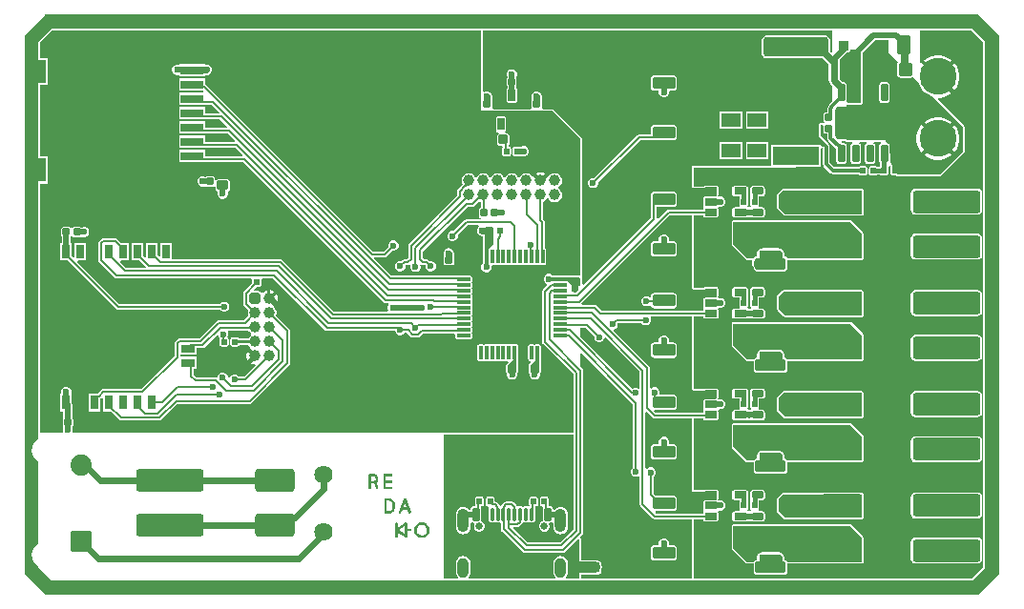
<source format=gtl>
G04*
G04 #@! TF.GenerationSoftware,Altium Limited,Altium Designer,22.4.2 (48)*
G04*
G04 Layer_Physical_Order=1*
G04 Layer_Color=255*
%FSLAX44Y44*%
%MOMM*%
G71*
G04*
G04 #@! TF.SameCoordinates,5AEF41FB-E79F-4A44-A991-0DBAD6E3AD50*
G04*
G04*
G04 #@! TF.FilePolarity,Positive*
G04*
G01*
G75*
%ADD10C,0.2500*%
%ADD12C,0.2000*%
G04:AMPARAMS|DCode=17|XSize=1.1938mm|YSize=0.3048mm|CornerRadius=0.0381mm|HoleSize=0mm|Usage=FLASHONLY|Rotation=270.000|XOffset=0mm|YOffset=0mm|HoleType=Round|Shape=RoundedRectangle|*
%AMROUNDEDRECTD17*
21,1,1.1938,0.2286,0,0,270.0*
21,1,1.1176,0.3048,0,0,270.0*
1,1,0.0762,-0.1143,-0.5588*
1,1,0.0762,-0.1143,0.5588*
1,1,0.0762,0.1143,0.5588*
1,1,0.0762,0.1143,-0.5588*
%
%ADD17ROUNDEDRECTD17*%
%ADD18R,1.0000X2.1500*%
%ADD19R,2.0000X0.8000*%
G04:AMPARAMS|DCode=20|XSize=0.64mm|YSize=0.6mm|CornerRadius=0.075mm|HoleSize=0mm|Usage=FLASHONLY|Rotation=180.000|XOffset=0mm|YOffset=0mm|HoleType=Round|Shape=RoundedRectangle|*
%AMROUNDEDRECTD20*
21,1,0.6400,0.4500,0,0,180.0*
21,1,0.4900,0.6000,0,0,180.0*
1,1,0.1500,-0.2450,0.2250*
1,1,0.1500,0.2450,0.2250*
1,1,0.1500,0.2450,-0.2250*
1,1,0.1500,-0.2450,-0.2250*
%
%ADD20ROUNDEDRECTD20*%
G04:AMPARAMS|DCode=21|XSize=0.95mm|YSize=0.8mm|CornerRadius=0.1mm|HoleSize=0mm|Usage=FLASHONLY|Rotation=0.000|XOffset=0mm|YOffset=0mm|HoleType=Round|Shape=RoundedRectangle|*
%AMROUNDEDRECTD21*
21,1,0.9500,0.6000,0,0,0.0*
21,1,0.7500,0.8000,0,0,0.0*
1,1,0.2000,0.3750,-0.3000*
1,1,0.2000,-0.3750,-0.3000*
1,1,0.2000,-0.3750,0.3000*
1,1,0.2000,0.3750,0.3000*
%
%ADD21ROUNDEDRECTD21*%
G04:AMPARAMS|DCode=22|XSize=0.64mm|YSize=0.6mm|CornerRadius=0.075mm|HoleSize=0mm|Usage=FLASHONLY|Rotation=90.000|XOffset=0mm|YOffset=0mm|HoleType=Round|Shape=RoundedRectangle|*
%AMROUNDEDRECTD22*
21,1,0.6400,0.4500,0,0,90.0*
21,1,0.4900,0.6000,0,0,90.0*
1,1,0.1500,0.2250,0.2450*
1,1,0.1500,0.2250,-0.2450*
1,1,0.1500,-0.2250,-0.2450*
1,1,0.1500,-0.2250,0.2450*
%
%ADD22ROUNDEDRECTD22*%
G04:AMPARAMS|DCode=23|XSize=0.55mm|YSize=0.5mm|CornerRadius=0.0625mm|HoleSize=0mm|Usage=FLASHONLY|Rotation=270.000|XOffset=0mm|YOffset=0mm|HoleType=Round|Shape=RoundedRectangle|*
%AMROUNDEDRECTD23*
21,1,0.5500,0.3750,0,0,270.0*
21,1,0.4250,0.5000,0,0,270.0*
1,1,0.1250,-0.1875,-0.2125*
1,1,0.1250,-0.1875,0.2125*
1,1,0.1250,0.1875,0.2125*
1,1,0.1250,0.1875,-0.2125*
%
%ADD23ROUNDEDRECTD23*%
G04:AMPARAMS|DCode=24|XSize=1.05mm|YSize=2mm|CornerRadius=0.1313mm|HoleSize=0mm|Usage=FLASHONLY|Rotation=270.000|XOffset=0mm|YOffset=0mm|HoleType=Round|Shape=RoundedRectangle|*
%AMROUNDEDRECTD24*
21,1,1.0500,1.7375,0,0,270.0*
21,1,0.7875,2.0000,0,0,270.0*
1,1,0.2625,-0.8688,-0.3938*
1,1,0.2625,-0.8688,0.3938*
1,1,0.2625,0.8688,0.3938*
1,1,0.2625,0.8688,-0.3938*
%
%ADD24ROUNDEDRECTD24*%
G04:AMPARAMS|DCode=25|XSize=0.9mm|YSize=0.9mm|CornerRadius=0.1125mm|HoleSize=0mm|Usage=FLASHONLY|Rotation=0.000|XOffset=0mm|YOffset=0mm|HoleType=Round|Shape=RoundedRectangle|*
%AMROUNDEDRECTD25*
21,1,0.9000,0.6750,0,0,0.0*
21,1,0.6750,0.9000,0,0,0.0*
1,1,0.2250,0.3375,-0.3375*
1,1,0.2250,-0.3375,-0.3375*
1,1,0.2250,-0.3375,0.3375*
1,1,0.2250,0.3375,0.3375*
%
%ADD25ROUNDEDRECTD25*%
G04:AMPARAMS|DCode=26|XSize=1.55mm|YSize=0.6mm|CornerRadius=0.075mm|HoleSize=0mm|Usage=FLASHONLY|Rotation=90.000|XOffset=0mm|YOffset=0mm|HoleType=Round|Shape=RoundedRectangle|*
%AMROUNDEDRECTD26*
21,1,1.5500,0.4500,0,0,90.0*
21,1,1.4000,0.6000,0,0,90.0*
1,1,0.1500,0.2250,0.7000*
1,1,0.1500,0.2250,-0.7000*
1,1,0.1500,-0.2250,-0.7000*
1,1,0.1500,-0.2250,0.7000*
%
%ADD26ROUNDEDRECTD26*%
G04:AMPARAMS|DCode=27|XSize=1.2075mm|YSize=1.6621mm|CornerRadius=0.1509mm|HoleSize=0mm|Usage=FLASHONLY|Rotation=0.000|XOffset=0mm|YOffset=0mm|HoleType=Round|Shape=RoundedRectangle|*
%AMROUNDEDRECTD27*
21,1,1.2075,1.3603,0,0,0.0*
21,1,0.9056,1.6621,0,0,0.0*
1,1,0.3019,0.4528,-0.6801*
1,1,0.3019,-0.4528,-0.6801*
1,1,0.3019,-0.4528,0.6801*
1,1,0.3019,0.4528,0.6801*
%
%ADD27ROUNDEDRECTD27*%
G04:AMPARAMS|DCode=28|XSize=1.75mm|YSize=1mm|CornerRadius=0.125mm|HoleSize=0mm|Usage=FLASHONLY|Rotation=0.000|XOffset=0mm|YOffset=0mm|HoleType=Round|Shape=RoundedRectangle|*
%AMROUNDEDRECTD28*
21,1,1.7500,0.7500,0,0,0.0*
21,1,1.5000,1.0000,0,0,0.0*
1,1,0.2500,0.7500,-0.3750*
1,1,0.2500,-0.7500,-0.3750*
1,1,0.2500,-0.7500,0.3750*
1,1,0.2500,0.7500,0.3750*
%
%ADD28ROUNDEDRECTD28*%
G04:AMPARAMS|DCode=29|XSize=5.7mm|YSize=1.7mm|CornerRadius=0.2125mm|HoleSize=0mm|Usage=FLASHONLY|Rotation=0.000|XOffset=0mm|YOffset=0mm|HoleType=Round|Shape=RoundedRectangle|*
%AMROUNDEDRECTD29*
21,1,5.7000,1.2750,0,0,0.0*
21,1,5.2750,1.7000,0,0,0.0*
1,1,0.4250,2.6375,-0.6375*
1,1,0.4250,-2.6375,-0.6375*
1,1,0.4250,-2.6375,0.6375*
1,1,0.4250,2.6375,0.6375*
%
%ADD29ROUNDEDRECTD29*%
G04:AMPARAMS|DCode=30|XSize=1.75mm|YSize=1mm|CornerRadius=0.125mm|HoleSize=0mm|Usage=FLASHONLY|Rotation=270.000|XOffset=0mm|YOffset=0mm|HoleType=Round|Shape=RoundedRectangle|*
%AMROUNDEDRECTD30*
21,1,1.7500,0.7500,0,0,270.0*
21,1,1.5000,1.0000,0,0,270.0*
1,1,0.2500,-0.3750,-0.7500*
1,1,0.2500,-0.3750,0.7500*
1,1,0.2500,0.3750,0.7500*
1,1,0.2500,0.3750,-0.7500*
%
%ADD30ROUNDEDRECTD30*%
G04:AMPARAMS|DCode=31|XSize=1.2mm|YSize=1.2mm|CornerRadius=0.15mm|HoleSize=0mm|Usage=FLASHONLY|Rotation=90.000|XOffset=0mm|YOffset=0mm|HoleType=Round|Shape=RoundedRectangle|*
%AMROUNDEDRECTD31*
21,1,1.2000,0.9000,0,0,90.0*
21,1,0.9000,1.2000,0,0,90.0*
1,1,0.3000,0.4500,0.4500*
1,1,0.3000,0.4500,-0.4500*
1,1,0.3000,-0.4500,-0.4500*
1,1,0.3000,-0.4500,0.4500*
%
%ADD31ROUNDEDRECTD31*%
G04:AMPARAMS|DCode=32|XSize=1.1mm|YSize=0.6mm|CornerRadius=0.051mm|HoleSize=0mm|Usage=FLASHONLY|Rotation=270.000|XOffset=0mm|YOffset=0mm|HoleType=Round|Shape=RoundedRectangle|*
%AMROUNDEDRECTD32*
21,1,1.1000,0.4980,0,0,270.0*
21,1,0.9980,0.6000,0,0,270.0*
1,1,0.1020,-0.2490,-0.4990*
1,1,0.1020,-0.2490,0.4990*
1,1,0.1020,0.2490,0.4990*
1,1,0.1020,0.2490,-0.4990*
%
%ADD32ROUNDEDRECTD32*%
G04:AMPARAMS|DCode=33|XSize=1.1mm|YSize=0.6mm|CornerRadius=0.051mm|HoleSize=0mm|Usage=FLASHONLY|Rotation=0.000|XOffset=0mm|YOffset=0mm|HoleType=Round|Shape=RoundedRectangle|*
%AMROUNDEDRECTD33*
21,1,1.1000,0.4980,0,0,0.0*
21,1,0.9980,0.6000,0,0,0.0*
1,1,0.1020,0.4990,-0.2490*
1,1,0.1020,-0.4990,-0.2490*
1,1,0.1020,-0.4990,0.2490*
1,1,0.1020,0.4990,0.2490*
%
%ADD33ROUNDEDRECTD33*%
G04:AMPARAMS|DCode=34|XSize=0.8mm|YSize=0.8mm|CornerRadius=0.1mm|HoleSize=0mm|Usage=FLASHONLY|Rotation=90.000|XOffset=0mm|YOffset=0mm|HoleType=Round|Shape=RoundedRectangle|*
%AMROUNDEDRECTD34*
21,1,0.8000,0.6000,0,0,90.0*
21,1,0.6000,0.8000,0,0,90.0*
1,1,0.2000,0.3000,0.3000*
1,1,0.2000,0.3000,-0.3000*
1,1,0.2000,-0.3000,-0.3000*
1,1,0.2000,-0.3000,0.3000*
%
%ADD34ROUNDEDRECTD34*%
%ADD35R,1.1146X1.6862*%
G04:AMPARAMS|DCode=36|XSize=0.6mm|YSize=1mm|CornerRadius=0.075mm|HoleSize=0mm|Usage=FLASHONLY|Rotation=90.000|XOffset=0mm|YOffset=0mm|HoleType=Round|Shape=RoundedRectangle|*
%AMROUNDEDRECTD36*
21,1,0.6000,0.8500,0,0,90.0*
21,1,0.4500,1.0000,0,0,90.0*
1,1,0.1500,0.4250,0.2250*
1,1,0.1500,0.4250,-0.2250*
1,1,0.1500,-0.4250,-0.2250*
1,1,0.1500,-0.4250,0.2250*
%
%ADD36ROUNDEDRECTD36*%
G04:AMPARAMS|DCode=37|XSize=2.65mm|YSize=1.05mm|CornerRadius=0.1313mm|HoleSize=0mm|Usage=FLASHONLY|Rotation=180.000|XOffset=0mm|YOffset=0mm|HoleType=Round|Shape=RoundedRectangle|*
%AMROUNDEDRECTD37*
21,1,2.6500,0.7875,0,0,180.0*
21,1,2.3875,1.0500,0,0,180.0*
1,1,0.2625,-1.1938,0.3938*
1,1,0.2625,1.1938,0.3938*
1,1,0.2625,1.1938,-0.3938*
1,1,0.2625,-1.1938,-0.3938*
%
%ADD37ROUNDEDRECTD37*%
G04:AMPARAMS|DCode=38|XSize=1.1938mm|YSize=0.3048mm|CornerRadius=0.0381mm|HoleSize=0mm|Usage=FLASHONLY|Rotation=180.000|XOffset=0mm|YOffset=0mm|HoleType=Round|Shape=RoundedRectangle|*
%AMROUNDEDRECTD38*
21,1,1.1938,0.2286,0,0,180.0*
21,1,1.1176,0.3048,0,0,180.0*
1,1,0.0762,-0.5588,0.1143*
1,1,0.0762,0.5588,0.1143*
1,1,0.0762,0.5588,-0.1143*
1,1,0.0762,-0.5588,-0.1143*
%
%ADD38ROUNDEDRECTD38*%
G04:AMPARAMS|DCode=39|XSize=0.6mm|YSize=1.14mm|CornerRadius=0.075mm|HoleSize=0mm|Usage=FLASHONLY|Rotation=0.000|XOffset=0mm|YOffset=0mm|HoleType=Round|Shape=RoundedRectangle|*
%AMROUNDEDRECTD39*
21,1,0.6000,0.9900,0,0,0.0*
21,1,0.4500,1.1400,0,0,0.0*
1,1,0.1500,0.2250,-0.4950*
1,1,0.1500,-0.2250,-0.4950*
1,1,0.1500,-0.2250,0.4950*
1,1,0.1500,0.2250,0.4950*
%
%ADD39ROUNDEDRECTD39*%
G04:AMPARAMS|DCode=40|XSize=0.3mm|YSize=1.14mm|CornerRadius=0.0375mm|HoleSize=0mm|Usage=FLASHONLY|Rotation=0.000|XOffset=0mm|YOffset=0mm|HoleType=Round|Shape=RoundedRectangle|*
%AMROUNDEDRECTD40*
21,1,0.3000,1.0650,0,0,0.0*
21,1,0.2250,1.1400,0,0,0.0*
1,1,0.0750,0.1125,-0.5325*
1,1,0.0750,-0.1125,-0.5325*
1,1,0.0750,-0.1125,0.5325*
1,1,0.0750,0.1125,0.5325*
%
%ADD40ROUNDEDRECTD40*%
%ADD41R,0.7620X1.2954*%
%ADD42R,1.2954X0.7620*%
G04:AMPARAMS|DCode=43|XSize=1.1146mm|YSize=1.6862mm|CornerRadius=0.1393mm|HoleSize=0mm|Usage=FLASHONLY|Rotation=0.000|XOffset=0mm|YOffset=0mm|HoleType=Round|Shape=RoundedRectangle|*
%AMROUNDEDRECTD43*
21,1,1.1146,1.4075,0,0,0.0*
21,1,0.8360,1.6862,0,0,0.0*
1,1,0.2787,0.4180,-0.7038*
1,1,0.2787,-0.4180,-0.7038*
1,1,0.2787,-0.4180,0.7038*
1,1,0.2787,0.4180,0.7038*
%
%ADD43ROUNDEDRECTD43*%
%ADD44R,1.6621X1.2075*%
G04:AMPARAMS|DCode=45|XSize=3.5mm|YSize=2mm|CornerRadius=0.25mm|HoleSize=0mm|Usage=FLASHONLY|Rotation=180.000|XOffset=0mm|YOffset=0mm|HoleType=Round|Shape=RoundedRectangle|*
%AMROUNDEDRECTD45*
21,1,3.5000,1.5000,0,0,180.0*
21,1,3.0000,2.0000,0,0,180.0*
1,1,0.5000,-1.5000,0.7500*
1,1,0.5000,1.5000,0.7500*
1,1,0.5000,1.5000,-0.7500*
1,1,0.5000,-1.5000,-0.7500*
%
%ADD45ROUNDEDRECTD45*%
G04:AMPARAMS|DCode=46|XSize=6mm|YSize=2mm|CornerRadius=0.25mm|HoleSize=0mm|Usage=FLASHONLY|Rotation=180.000|XOffset=0mm|YOffset=0mm|HoleType=Round|Shape=RoundedRectangle|*
%AMROUNDEDRECTD46*
21,1,6.0000,1.5000,0,0,180.0*
21,1,5.5000,2.0000,0,0,180.0*
1,1,0.5000,-2.7500,0.7500*
1,1,0.5000,2.7500,0.7500*
1,1,0.5000,2.7500,-0.7500*
1,1,0.5000,-2.7500,-0.7500*
%
%ADD46ROUNDEDRECTD46*%
%ADD47O,1.0000X1.8000*%
%ADD48O,1.0000X2.1000*%
%ADD49C,1.6256*%
%ADD50C,0.6500*%
%ADD51C,1.0000*%
G04:AMPARAMS|DCode=52|XSize=1mm|YSize=1mm|CornerRadius=0.25mm|HoleSize=0mm|Usage=FLASHONLY|Rotation=270.000|XOffset=0mm|YOffset=0mm|HoleType=Round|Shape=RoundedRectangle|*
%AMROUNDEDRECTD52*
21,1,1.0000,0.5000,0,0,270.0*
21,1,0.5000,1.0000,0,0,270.0*
1,1,0.5000,-0.2500,-0.2500*
1,1,0.5000,-0.2500,0.2500*
1,1,0.5000,0.2500,0.2500*
1,1,0.5000,0.2500,-0.2500*
%
%ADD52ROUNDEDRECTD52*%
%ADD53C,3.2700*%
G04:AMPARAMS|DCode=54|XSize=1.881mm|YSize=1.881mm|CornerRadius=0.2351mm|HoleSize=0mm|Usage=FLASHONLY|Rotation=0.000|XOffset=0mm|YOffset=0mm|HoleType=Round|Shape=RoundedRectangle|*
%AMROUNDEDRECTD54*
21,1,1.8810,1.4108,0,0,0.0*
21,1,1.4108,1.8810,0,0,0.0*
1,1,0.4703,0.7054,-0.7054*
1,1,0.4703,-0.7054,-0.7054*
1,1,0.4703,-0.7054,0.7054*
1,1,0.4703,0.7054,0.7054*
%
%ADD54ROUNDEDRECTD54*%
%ADD55C,1.8810*%
%ADD56C,0.5000*%
G04:AMPARAMS|DCode=57|XSize=2.95mm|YSize=4.9mm|CornerRadius=0.3688mm|HoleSize=0mm|Usage=FLASHONLY|Rotation=90.000|XOffset=0mm|YOffset=0mm|HoleType=Round|Shape=RoundedRectangle|*
%AMROUNDEDRECTD57*
21,1,2.9500,4.1625,0,0,90.0*
21,1,2.2125,4.9000,0,0,90.0*
1,1,0.7375,2.0812,1.1063*
1,1,0.7375,2.0812,-1.1063*
1,1,0.7375,-2.0812,-1.1063*
1,1,0.7375,-2.0812,1.1063*
%
%ADD57ROUNDEDRECTD57*%
%ADD58C,0.3000*%
%ADD59C,0.8000*%
%ADD60C,0.6000*%
%ADD61C,1.0000*%
%ADD62C,0.7000*%
%ADD63C,0.4000*%
%ADD64C,0.6000*%
%ADD65C,0.5000*%
%ADD66C,0.8000*%
G36*
X414000Y257465D02*
X432464Y239000D01*
X432500D01*
Y-239000D01*
X432464D01*
X414000Y-257465D01*
Y-257500D01*
X-414000D01*
Y-257395D01*
X-431395Y-240000D01*
X-432451Y-238944D01*
Y-237451D01*
Y238944D01*
X-432448Y238948D01*
X-432482Y238982D01*
X-414000Y257464D01*
Y257500D01*
X414000D01*
Y257465D01*
D02*
G37*
%LPC*%
G36*
X408787Y245000D02*
X-408787D01*
X-420000Y233787D01*
Y-119331D01*
X-420300Y-119455D01*
X-422702Y-121298D01*
X-424545Y-123700D01*
X-425704Y-126498D01*
X-426099Y-129500D01*
X-425704Y-132502D01*
X-424545Y-135300D01*
X-422702Y-137702D01*
X-420300Y-139545D01*
X-420000Y-139669D01*
Y-212331D01*
X-420300Y-212455D01*
X-422702Y-214298D01*
X-424545Y-216700D01*
X-425704Y-219498D01*
X-426099Y-222500D01*
X-425704Y-225502D01*
X-424545Y-228300D01*
X-422702Y-230702D01*
X-420300Y-232545D01*
X-420000Y-232669D01*
Y-233787D01*
X-408787Y-245000D01*
X408787D01*
X420000Y-233787D01*
Y233787D01*
X408787Y245000D01*
D02*
G37*
%LPD*%
G36*
X284500Y224529D02*
X283425Y223807D01*
X282071Y225161D01*
Y235375D01*
X281790Y236789D01*
X280989Y237988D01*
X279789Y238790D01*
X278375Y239071D01*
X225625D01*
X224211Y238790D01*
X223011Y237988D01*
X222210Y236789D01*
X221929Y235375D01*
Y222625D01*
X222210Y221211D01*
X223011Y220012D01*
X224211Y219210D01*
X225625Y218929D01*
X275326D01*
X280897Y213358D01*
Y199221D01*
X281246Y197465D01*
X282241Y195976D01*
X282241Y195976D01*
X284500Y193717D01*
Y180865D01*
X281337Y177703D01*
X280674Y176710D01*
X280571Y176192D01*
X280537Y176158D01*
X280500Y176103D01*
X279874Y175166D01*
X279641Y173995D01*
X279641Y173995D01*
Y170844D01*
X278550D01*
X277672Y170669D01*
X276928Y170172D01*
X276431Y169428D01*
X276256Y168550D01*
Y164050D01*
X276431Y163172D01*
X276928Y162428D01*
X277164Y162270D01*
X276779Y161000D01*
X276079D01*
X276065Y160992D01*
X275984Y160968D01*
X275906Y161000D01*
X273809D01*
X272661Y160525D01*
X272185Y159376D01*
Y150017D01*
X272661Y148869D01*
X279902Y141628D01*
X280296Y141037D01*
X280435Y140340D01*
Y126267D01*
X280911Y125119D01*
X284500Y121530D01*
Y119266D01*
X283230Y118740D01*
X278098Y123872D01*
X277703Y124463D01*
X277565Y125160D01*
Y138669D01*
X277519Y138779D01*
X277549Y138894D01*
X277287Y139340D01*
X277089Y139817D01*
X276979Y139863D01*
X276919Y139965D01*
X276371Y140378D01*
X276111Y140445D01*
X275909Y140622D01*
X275533Y140595D01*
X275168Y140690D01*
X274210Y140991D01*
X273718Y141480D01*
X273648Y141648D01*
X272500Y142124D01*
X231500D01*
X230352Y141648D01*
X229876Y140500D01*
Y124000D01*
X229625Y123624D01*
X161000D01*
X159852Y123148D01*
X159376Y122000D01*
Y105078D01*
X159852Y103930D01*
X161000Y103455D01*
X170269D01*
X170707Y103636D01*
X171171Y103728D01*
X171359Y103854D01*
X171670Y103916D01*
X181330D01*
X181641Y103854D01*
X181769Y103769D01*
X181854Y103641D01*
X181916Y103330D01*
Y98670D01*
X181854Y98359D01*
X181589Y97963D01*
X181507Y97548D01*
X181319Y97168D01*
X180870Y96426D01*
X180291Y96039D01*
X171510D01*
X170726Y95883D01*
X170061Y95439D01*
X169617Y94774D01*
X169461Y93990D01*
Y89010D01*
X169617Y88226D01*
X170061Y87561D01*
X170192Y87473D01*
Y86026D01*
X170061Y85939D01*
X169617Y85274D01*
X169472Y84549D01*
X139000D01*
X138025Y84355D01*
X137198Y83802D01*
X130012Y76617D01*
X128742Y77143D01*
Y86695D01*
X143687D01*
X144785Y86913D01*
X145715Y87535D01*
X146337Y88465D01*
X146555Y89562D01*
Y97437D01*
X146337Y98535D01*
X145715Y99465D01*
X144785Y100087D01*
X143687Y100305D01*
X126313D01*
X125215Y100087D01*
X124285Y99465D01*
X123663Y98535D01*
X123445Y97437D01*
Y89562D01*
X123644Y88562D01*
Y77263D01*
X63894Y17513D01*
X62624Y18039D01*
X62623Y23000D01*
X62379Y23591D01*
X62148Y24148D01*
X62148Y25144D01*
X62329Y25581D01*
X62592Y25975D01*
X62560Y26138D01*
X62624Y26292D01*
Y147000D01*
X62148Y148148D01*
X37148Y173148D01*
X36000Y173624D01*
X27263D01*
X26569Y174872D01*
X26744Y175750D01*
Y180250D01*
X26588Y181034D01*
Y184700D01*
X26500Y185143D01*
Y185595D01*
X26327Y186013D01*
X26239Y186456D01*
X25988Y186832D01*
X25815Y187249D01*
X25495Y187569D01*
X25244Y187944D01*
X24869Y188195D01*
X24549Y188515D01*
X24132Y188688D01*
X23756Y188939D01*
X23313Y189027D01*
X22895Y189200D01*
X22443D01*
X22000Y189288D01*
X21557Y189200D01*
X21105D01*
X20687Y189027D01*
X20244Y188939D01*
X19868Y188688D01*
X19451Y188515D01*
X19131Y188195D01*
X18756Y187944D01*
X18505Y187569D01*
X18185Y187249D01*
X18012Y186832D01*
X17761Y186456D01*
X17673Y186013D01*
X17500Y185595D01*
Y185143D01*
X17412Y184700D01*
Y181034D01*
X17256Y180250D01*
Y175750D01*
X17431Y174872D01*
X16737Y173624D01*
X-16737D01*
X-17431Y174872D01*
X-17256Y175750D01*
Y180250D01*
X-17412Y181034D01*
Y184700D01*
X-17500Y185143D01*
Y185595D01*
X-17673Y186013D01*
X-17761Y186456D01*
X-18012Y186832D01*
X-18185Y187249D01*
X-18505Y187569D01*
X-18756Y187944D01*
X-19131Y188195D01*
X-19451Y188515D01*
X-19868Y188688D01*
X-20244Y188939D01*
X-20687Y189027D01*
X-21105Y189200D01*
X-21557D01*
X-22000Y189288D01*
X-22443Y189200D01*
X-22895D01*
X-23313Y189027D01*
X-23756Y188939D01*
X-24106Y188705D01*
X-24193Y188721D01*
X-25215Y189262D01*
X-25376Y189442D01*
Y243376D01*
X284500D01*
Y224529D01*
D02*
G37*
G36*
X309500Y179500D02*
X297597D01*
X296934Y180457D01*
X296849Y180770D01*
X296994Y181500D01*
Y188278D01*
X297038Y188500D01*
Y192255D01*
X296994Y192477D01*
Y195500D01*
X296819Y196378D01*
X296322Y197122D01*
X295578Y197619D01*
X294700Y197794D01*
X293400D01*
X291000Y200194D01*
Y217801D01*
X297147Y223949D01*
X297730D01*
X298754Y224152D01*
X299622Y224732D01*
X300203Y225601D01*
X300382Y226500D01*
X309500D01*
Y179500D01*
D02*
G37*
G36*
X272500Y124000D02*
X231500D01*
Y140500D01*
X272500D01*
Y124000D01*
D02*
G37*
G36*
X334500Y223500D02*
X342637Y215363D01*
X342174Y214671D01*
X341941Y213500D01*
Y204500D01*
X342174Y203329D01*
X342837Y202337D01*
X343829Y201674D01*
X345000Y201441D01*
X354000D01*
X355171Y201674D01*
X355863Y202137D01*
X360927Y197073D01*
X362182Y194045D01*
X364135Y191121D01*
X366621Y188635D01*
X369545Y186682D01*
X372573Y185427D01*
X400000Y158000D01*
X400000Y136000D01*
X380000Y116000D01*
X341500Y116000D01*
X335094Y135538D01*
Y141500D01*
X334919Y142378D01*
X334422Y143122D01*
X333678Y143619D01*
X332800Y143794D01*
X332387D01*
X331500Y146500D01*
X296500D01*
Y176912D01*
X297001Y177526D01*
X297597Y177876D01*
X309500D01*
X310648Y178352D01*
X311124Y179500D01*
Y223356D01*
X322689Y234922D01*
X334500D01*
Y223500D01*
D02*
G37*
G36*
X418376Y233114D02*
Y-233114D01*
X408114Y-243377D01*
X161000D01*
Y-190549D01*
X169472D01*
X169617Y-191274D01*
X170061Y-191939D01*
X170726Y-192383D01*
X171510Y-192539D01*
X181490D01*
X182274Y-192383D01*
X182939Y-191939D01*
X183383Y-191274D01*
X183539Y-190490D01*
Y-185510D01*
X183383Y-184726D01*
X182939Y-184061D01*
X183740Y-183147D01*
X184000Y-182957D01*
X184105Y-183000D01*
X185895D01*
X187549Y-182315D01*
X188815Y-181049D01*
X189500Y-179395D01*
Y-177605D01*
X188815Y-175951D01*
X187549Y-174685D01*
X185895Y-174000D01*
X184105D01*
X184000Y-174044D01*
X183740Y-173853D01*
X182939Y-172939D01*
X183383Y-172274D01*
X183539Y-171490D01*
Y-166510D01*
X183383Y-165726D01*
X182939Y-165061D01*
X182274Y-164617D01*
X181490Y-164461D01*
X171510D01*
X170726Y-164617D01*
X170269Y-164922D01*
X161000D01*
Y-101049D01*
X169572D01*
X169617Y-101274D01*
X170061Y-101939D01*
X170726Y-102383D01*
X171510Y-102539D01*
X181490D01*
X182274Y-102383D01*
X182939Y-101939D01*
X183383Y-101274D01*
X183539Y-100490D01*
Y-95510D01*
X183383Y-94726D01*
X182939Y-94061D01*
X183740Y-93147D01*
X184000Y-92956D01*
X184105Y-93000D01*
X185895D01*
X187549Y-92315D01*
X188815Y-91049D01*
X189500Y-89395D01*
Y-87605D01*
X188815Y-85951D01*
X187549Y-84685D01*
X185895Y-84000D01*
X184105D01*
X184000Y-84044D01*
X183740Y-83853D01*
X182939Y-82939D01*
X183383Y-82274D01*
X183539Y-81490D01*
Y-76510D01*
X183383Y-75726D01*
X182939Y-75061D01*
X182274Y-74617D01*
X181490Y-74461D01*
X171510D01*
X170726Y-74617D01*
X170269Y-74922D01*
X161000D01*
Y-10549D01*
X169472D01*
X169617Y-11274D01*
X170061Y-11939D01*
X170726Y-12383D01*
X171510Y-12539D01*
X181490D01*
X182274Y-12383D01*
X182939Y-11939D01*
X183383Y-11274D01*
X183539Y-10490D01*
Y-5510D01*
X183383Y-4726D01*
X182939Y-4061D01*
X183740Y-3147D01*
X184000Y-2957D01*
X184105Y-3000D01*
X185895D01*
X187549Y-2315D01*
X188815Y-1049D01*
X189500Y605D01*
Y2395D01*
X188815Y4049D01*
X187549Y5315D01*
X185895Y6000D01*
X184105D01*
X184000Y5957D01*
X183740Y6147D01*
X182939Y7061D01*
X183383Y7726D01*
X183539Y8510D01*
Y13490D01*
X183383Y14274D01*
X182939Y14939D01*
X182274Y15383D01*
X181490Y15539D01*
X171510D01*
X170726Y15383D01*
X170269Y15078D01*
X161000D01*
Y79451D01*
X169472D01*
X169617Y78726D01*
X170061Y78061D01*
X170726Y77617D01*
X171510Y77461D01*
X181490D01*
X182274Y77617D01*
X182939Y78061D01*
X183383Y78726D01*
X183539Y79510D01*
Y84490D01*
X183383Y85274D01*
X182939Y85939D01*
X183740Y86853D01*
X184000Y87044D01*
X184105Y87000D01*
X185895D01*
X187549Y87685D01*
X188815Y88951D01*
X189500Y90605D01*
Y92395D01*
X188815Y94049D01*
X187549Y95315D01*
X185895Y96000D01*
X184105D01*
X184000Y95956D01*
X183740Y96147D01*
X182939Y97061D01*
X183383Y97726D01*
X183539Y98510D01*
Y103490D01*
X183383Y104274D01*
X182939Y104939D01*
X182274Y105383D01*
X181490Y105539D01*
X171510D01*
X170726Y105383D01*
X170269Y105078D01*
X161000D01*
Y122000D01*
X252274D01*
Y122376D01*
X272500D01*
X273648Y122852D01*
X274124Y124000D01*
Y138449D01*
X275394Y139082D01*
X275941Y138669D01*
Y125000D01*
X275941Y125000D01*
X276174Y123829D01*
X276837Y122837D01*
X282837Y116837D01*
X283829Y116174D01*
X285000Y115941D01*
X285000Y115941D01*
X307443D01*
X307843Y115343D01*
X308546Y114873D01*
X309375Y114708D01*
X313125D01*
X313954Y114873D01*
X314657Y115343D01*
X315127Y116046D01*
X315292Y116875D01*
Y121125D01*
X315127Y121954D01*
X314657Y122657D01*
X313954Y123127D01*
X313125Y123292D01*
X309375D01*
X308546Y123127D01*
X307843Y122657D01*
X307443Y122059D01*
X286267D01*
X282059Y126267D01*
Y140500D01*
X281826Y141671D01*
X281163Y142663D01*
X281163Y142663D01*
X273809Y150017D01*
Y159376D01*
X275906D01*
X276256Y158950D01*
Y154450D01*
X276431Y153572D01*
X276928Y152828D01*
X277672Y152331D01*
X278550Y152156D01*
X279641D01*
Y147800D01*
X279641Y147800D01*
X279874Y146629D01*
X280537Y145637D01*
X287587Y138587D01*
X287587Y138587D01*
X287906Y138374D01*
Y127500D01*
X288081Y126622D01*
X288578Y125878D01*
X289322Y125380D01*
X290200Y125206D01*
X294700D01*
X295578Y125380D01*
X296322Y125878D01*
X296819Y126622D01*
X296994Y127500D01*
Y141500D01*
X296819Y142378D01*
X296322Y143122D01*
X295578Y143619D01*
X294700Y143794D01*
X292287D01*
X292230Y143878D01*
X292909Y145148D01*
X295843D01*
X296500Y144876D01*
X301832D01*
X302022Y143619D01*
X301278Y143122D01*
X300781Y142378D01*
X300606Y141500D01*
Y127500D01*
X300781Y126622D01*
X301278Y125878D01*
X302022Y125380D01*
X302900Y125206D01*
X307400D01*
X308278Y125380D01*
X309022Y125878D01*
X309519Y126622D01*
X309694Y127500D01*
Y141500D01*
X309519Y142378D01*
X309022Y143122D01*
X308278Y143619D01*
X308468Y144876D01*
X314532D01*
X314722Y143619D01*
X313978Y143122D01*
X313481Y142378D01*
X313306Y141500D01*
Y127500D01*
X313481Y126622D01*
X313978Y125878D01*
X314722Y125380D01*
X315600Y125206D01*
X320100D01*
X320978Y125380D01*
X321722Y125878D01*
X322219Y126622D01*
X322394Y127500D01*
Y141500D01*
X322219Y142378D01*
X321722Y143122D01*
X320978Y143619D01*
X321168Y144876D01*
X327232D01*
X327422Y143619D01*
X326678Y143122D01*
X326181Y142378D01*
X326006Y141500D01*
Y127500D01*
X326181Y126622D01*
X326678Y125878D01*
X326681Y125875D01*
Y122569D01*
X324216D01*
X324157Y122657D01*
X323454Y123127D01*
X322625Y123292D01*
X318875D01*
X318046Y123127D01*
X317343Y122657D01*
X316873Y121954D01*
X316708Y121125D01*
Y116875D01*
X316873Y116046D01*
X317343Y115343D01*
X318046Y114873D01*
X318875Y114708D01*
X322625D01*
X323454Y114873D01*
X324157Y115343D01*
X324216Y115431D01*
X326784D01*
X326843Y115343D01*
X327546Y114873D01*
X328375Y114708D01*
X332125D01*
X332954Y114873D01*
X333657Y115343D01*
X334127Y116046D01*
X334292Y116875D01*
Y121125D01*
X334127Y121954D01*
X333819Y122415D01*
Y122829D01*
X335089Y123426D01*
X335672Y122943D01*
Y119000D01*
X335708Y118815D01*
Y116875D01*
X335873Y116046D01*
X336343Y115343D01*
X337046Y114873D01*
X337875Y114708D01*
X340632D01*
X340767Y114551D01*
X341147Y114522D01*
X341500Y114376D01*
X380000Y114376D01*
X381148Y114852D01*
X401148Y134852D01*
X401624Y136000D01*
X401624Y158000D01*
X401148Y159148D01*
X377859Y182437D01*
X378345Y183610D01*
X379860D01*
X383510Y184336D01*
X386948Y185760D01*
X390042Y187827D01*
X390120Y187905D01*
X376763Y201263D01*
X363405Y214620D01*
X363327Y214542D01*
X363215Y214374D01*
X362000Y214743D01*
Y243376D01*
X408114D01*
X418376Y233114D01*
D02*
G37*
G36*
X-27000Y172000D02*
X36000D01*
X61000Y147000D01*
Y26292D01*
X60000Y25624D01*
X37000D01*
X36844Y25559D01*
X36478D01*
X35431Y26606D01*
X33777Y27291D01*
X31987D01*
X30333Y26606D01*
X29067Y25340D01*
X28382Y23686D01*
Y21896D01*
X29067Y20242D01*
X30333Y18976D01*
X31092Y18662D01*
X31390Y17164D01*
X29709Y15483D01*
X29709Y15483D01*
X27729Y13503D01*
X27176Y12676D01*
X26982Y11700D01*
Y-23299D01*
X26982Y-23300D01*
Y-33019D01*
X27176Y-33994D01*
X27729Y-34821D01*
X54451Y-61543D01*
Y-114000D01*
X-388997D01*
X-389846Y-112730D01*
X-389500Y-111895D01*
Y-110105D01*
X-389822Y-109328D01*
Y-108413D01*
X-389431Y-107828D01*
X-389256Y-106950D01*
Y-102050D01*
X-389431Y-101172D01*
X-389928Y-100428D01*
X-390177Y-100261D01*
Y-88301D01*
X-390190Y-88235D01*
Y-79079D01*
X-390543D01*
X-391000Y-78395D01*
Y-76605D01*
X-391685Y-74951D01*
X-392951Y-73685D01*
X-394605Y-73000D01*
X-396395D01*
X-398049Y-73685D01*
X-399315Y-74951D01*
X-400000Y-76605D01*
Y-78395D01*
X-400457Y-79079D01*
X-400810D01*
Y-95033D01*
X-398334D01*
Y-101998D01*
X-398344Y-102050D01*
Y-106950D01*
X-398169Y-107828D01*
X-397978Y-108114D01*
Y-108846D01*
X-398500Y-110105D01*
Y-111895D01*
X-398154Y-112730D01*
X-399003Y-114000D01*
X-418376D01*
Y107250D01*
X-411714D01*
Y131750D01*
X-418376D01*
Y194880D01*
X-411714D01*
Y219380D01*
X-418376D01*
Y233114D01*
X-408114Y243376D01*
X-27000D01*
Y172000D01*
D02*
G37*
G36*
X61000Y23000D02*
X61000Y17500D01*
X60000Y16500D01*
X53500D01*
X49000Y21000D01*
X37000D01*
Y24000D01*
X60000D01*
X61000Y23000D01*
D02*
G37*
G36*
X159376Y15078D02*
X159852Y13930D01*
X161000Y13455D01*
X170269D01*
X170707Y13636D01*
X171171Y13728D01*
X171359Y13854D01*
X171670Y13916D01*
X181330D01*
X181641Y13854D01*
X181769Y13769D01*
X181854Y13641D01*
X181916Y13330D01*
Y8670D01*
X181854Y8359D01*
X181589Y7963D01*
X181507Y7548D01*
X181319Y7168D01*
X180870Y6426D01*
X180291Y6039D01*
X171510D01*
X170726Y5883D01*
X170061Y5439D01*
X169617Y4774D01*
X169461Y3990D01*
Y-990D01*
X169617Y-1774D01*
X170061Y-2439D01*
X170192Y-2526D01*
Y-3974D01*
X170061Y-4061D01*
X169617Y-4726D01*
X169472Y-5451D01*
X79556D01*
X74802Y-698D01*
X73976Y-145D01*
X73000Y49D01*
X62450D01*
X61924Y1319D01*
X140056Y79451D01*
X159376D01*
Y15078D01*
D02*
G37*
G36*
Y-74922D02*
X159852Y-76070D01*
X161000Y-76545D01*
X170269D01*
X170707Y-76364D01*
X171171Y-76272D01*
X171359Y-76146D01*
X171670Y-76084D01*
X181330D01*
X181641Y-76146D01*
X181769Y-76231D01*
X181854Y-76359D01*
X181916Y-76670D01*
Y-81330D01*
X181854Y-81641D01*
X181589Y-82037D01*
X181507Y-82452D01*
X181319Y-82832D01*
X180870Y-83574D01*
X180291Y-83961D01*
X171510D01*
X170726Y-84117D01*
X170061Y-84561D01*
X169617Y-85226D01*
X169461Y-86010D01*
Y-90990D01*
X169617Y-91774D01*
X170061Y-92439D01*
X170192Y-92527D01*
Y-93974D01*
X170061Y-94061D01*
X169617Y-94726D01*
X169461Y-95510D01*
Y-95951D01*
X127556D01*
X126140Y-94536D01*
X126170Y-94322D01*
X126706Y-93305D01*
X143687D01*
X144785Y-93087D01*
X145715Y-92465D01*
X146337Y-91535D01*
X146555Y-90438D01*
Y-82563D01*
X146337Y-81465D01*
X145715Y-80535D01*
X144785Y-79913D01*
X143687Y-79695D01*
X131710D01*
X131169Y-78886D01*
Y-77096D01*
X130484Y-75442D01*
X129218Y-74176D01*
X127564Y-73491D01*
X125774D01*
X124120Y-74176D01*
X123819Y-74477D01*
X122549Y-73951D01*
Y-56485D01*
X122355Y-55510D01*
X121802Y-54683D01*
X90293Y-23173D01*
X90763Y-21848D01*
X92049Y-21315D01*
X93315Y-20049D01*
X94000Y-18395D01*
Y-16605D01*
X95173Y-16549D01*
X115185D01*
X115185Y-16549D01*
X116451Y-17815D01*
X118105Y-18500D01*
X119895D01*
X121549Y-17815D01*
X122815Y-16549D01*
X123500Y-14895D01*
Y-13105D01*
X122967Y-11819D01*
X123572Y-10549D01*
X159376D01*
Y-74922D01*
D02*
G37*
G36*
X73000Y-28105D02*
X73000Y-28105D01*
Y-29895D01*
X73685Y-31549D01*
X74951Y-32815D01*
X76605Y-33500D01*
X78395D01*
X80049Y-32815D01*
X81315Y-31549D01*
X82000Y-29895D01*
X83270Y-29375D01*
X113451Y-59556D01*
Y-74291D01*
X112181Y-74817D01*
X112049Y-74685D01*
X110395Y-74000D01*
X108605D01*
X106951Y-74685D01*
X106870Y-74766D01*
X61000Y-28895D01*
Y-20275D01*
X65170D01*
X73000Y-28105D01*
D02*
G37*
G36*
X-112865Y-150275D02*
X-112844D01*
X-112824Y-150275D01*
X-112804Y-150275D01*
X-112783Y-150276D01*
X-112763Y-150276D01*
X-112760Y-150276D01*
X-112755Y-150277D01*
X-112750Y-150277D01*
X-112745Y-150277D01*
X-112743Y-150277D01*
X-112743Y-150277D01*
X-112740Y-150278D01*
X-112735Y-150278D01*
X-112730Y-150278D01*
X-112725Y-150279D01*
X-112723Y-150279D01*
X-112723D01*
X-112720Y-150279D01*
X-112715Y-150279D01*
X-112710Y-150280D01*
X-112705Y-150280D01*
X-112702Y-150281D01*
X-112697Y-150281D01*
X-112687Y-150282D01*
X-112677Y-150284D01*
X-112667Y-150285D01*
X-112662Y-150286D01*
X-112662Y-150286D01*
Y-150286D01*
X-107108D01*
X-106967Y-150280D01*
X-106689Y-150342D01*
X-106437Y-150473D01*
X-106227Y-150665D01*
X-106150Y-150784D01*
X-106150D01*
X-106105Y-150857D01*
X-106036Y-151013D01*
X-105990Y-151178D01*
X-105967Y-151348D01*
X-105968Y-151433D01*
X-105958Y-151663D01*
X-106125Y-152093D01*
X-106450Y-152420D01*
X-106878Y-152590D01*
X-107108Y-152582D01*
X-111699D01*
Y-156025D01*
X-107108Y-156025D01*
X-106964Y-156015D01*
X-106680Y-156072D01*
X-106421Y-156200D01*
X-106205Y-156392D01*
X-106125Y-156513D01*
Y-156513D01*
X-106056Y-156625D01*
X-105968Y-156871D01*
X-105931Y-157130D01*
X-105949Y-157392D01*
X-105985Y-157518D01*
X-105985Y-157518D01*
X-106007Y-157602D01*
X-106078Y-157761D01*
X-106174Y-157907D01*
X-106291Y-158037D01*
X-106359Y-158091D01*
X-106439Y-158152D01*
X-106618Y-158242D01*
X-106810Y-158301D01*
X-107008Y-158326D01*
X-107108Y-158320D01*
X-107108Y-158320D01*
X-111699D01*
Y-161764D01*
X-107109D01*
X-107109Y-161764D01*
X-106966Y-161757D01*
X-106687Y-161818D01*
X-106433Y-161948D01*
X-106222Y-162140D01*
X-106144Y-162260D01*
X-106144Y-162260D01*
X-106077Y-162370D01*
X-105990Y-162613D01*
X-105954Y-162869D01*
X-105972Y-163127D01*
X-106007Y-163251D01*
Y-163251D01*
X-106029Y-163335D01*
X-106098Y-163493D01*
X-106192Y-163638D01*
X-106307Y-163766D01*
X-106374Y-163821D01*
X-106374Y-163821D01*
X-106452Y-163881D01*
X-106627Y-163973D01*
X-106814Y-164035D01*
X-107010Y-164063D01*
X-107109Y-164060D01*
X-107109Y-164060D01*
X-112847D01*
X-112860Y-164060D01*
X-112867Y-164059D01*
X-112880Y-164059D01*
X-112893Y-164058D01*
X-112906Y-164058D01*
X-112913Y-164057D01*
X-112913D01*
X-112920Y-164057D01*
X-112934Y-164056D01*
X-112947Y-164055D01*
X-112961Y-164054D01*
X-112968Y-164053D01*
X-112968Y-164053D01*
X-112969Y-164053D01*
X-112970Y-164053D01*
X-112971Y-164053D01*
X-112973Y-164053D01*
X-112974Y-164052D01*
X-112974Y-164052D01*
X-112976Y-164052D01*
X-112977Y-164052D01*
X-112979Y-164052D01*
X-112979Y-164051D01*
Y-164051D01*
X-112985Y-164051D01*
X-112991Y-164050D01*
X-112997Y-164049D01*
X-113003Y-164049D01*
X-113008Y-164048D01*
X-113014Y-164048D01*
X-113015Y-164048D01*
X-113018Y-164047D01*
X-113021Y-164047D01*
X-113024Y-164046D01*
X-113026Y-164046D01*
D01*
X-113026D01*
X-113026D01*
Y-164046D01*
X-113031Y-164045D01*
X-113037Y-164044D01*
X-113043Y-164043D01*
X-113049Y-164042D01*
X-113061Y-164040D01*
X-113066Y-164039D01*
X-113072Y-164037D01*
X-113084Y-164035D01*
X-113089Y-164034D01*
X-113094Y-164033D01*
X-113100Y-164032D01*
X-113105Y-164031D01*
X-113111Y-164030D01*
X-113116Y-164029D01*
X-113121Y-164028D01*
X-113126Y-164027D01*
X-113137Y-164024D01*
X-113138Y-164024D01*
X-113139Y-164023D01*
X-113141Y-164022D01*
X-113142Y-164022D01*
X-113143Y-164021D01*
X-113143Y-164021D01*
X-113144Y-164021D01*
X-113145Y-164020D01*
X-113147Y-164020D01*
X-113148Y-164019D01*
X-113149Y-164019D01*
X-113149Y-164019D01*
X-113149Y-164018D01*
X-113151Y-164018D01*
X-113152Y-164017D01*
X-113154Y-164017D01*
X-113154Y-164016D01*
X-113155Y-164016D01*
X-113157Y-164016D01*
X-113158Y-164015D01*
X-113160Y-164014D01*
X-113160Y-164014D01*
X-113161Y-164014D01*
X-113162Y-164013D01*
X-113164Y-164013D01*
X-113165Y-164012D01*
X-113166Y-164012D01*
X-113166D01*
X-113172Y-164010D01*
X-113178Y-164009D01*
X-113183Y-164007D01*
X-113185Y-164006D01*
X-113188Y-164005D01*
X-113190Y-164004D01*
X-113193Y-164003D01*
X-113195Y-164003D01*
X-113195D01*
X-113195Y-164002D01*
X-113197Y-164002D01*
X-113198Y-164001D01*
X-113199Y-164000D01*
X-113200Y-164000D01*
X-113200D01*
X-113201Y-163999D01*
X-113202Y-163999D01*
X-113203Y-163998D01*
X-113205Y-163997D01*
X-113205Y-163997D01*
X-113206Y-163997D01*
X-113207Y-163996D01*
X-113209Y-163995D01*
X-113210Y-163995D01*
X-113210Y-163995D01*
X-113210D01*
X-113211Y-163994D01*
X-113212Y-163994D01*
X-113214Y-163993D01*
X-113215Y-163993D01*
X-113216Y-163993D01*
X-113216Y-163992D01*
X-113216Y-163992D01*
X-113218Y-163992D01*
X-113219Y-163991D01*
X-113220Y-163991D01*
X-113221Y-163990D01*
X-113221D01*
X-113226Y-163989D01*
X-113231Y-163987D01*
X-113236Y-163985D01*
X-113238Y-163985D01*
X-113240Y-163983D01*
X-113243Y-163983D01*
X-113245Y-163981D01*
X-113247Y-163981D01*
X-113247Y-163981D01*
X-113247Y-163981D01*
X-113249Y-163980D01*
X-113250Y-163979D01*
X-113251Y-163978D01*
X-113252Y-163978D01*
Y-163978D01*
X-113253Y-163978D01*
X-113254Y-163977D01*
X-113256Y-163976D01*
X-113257Y-163976D01*
X-113258Y-163975D01*
X-113258Y-163975D01*
X-113260Y-163974D01*
X-113261Y-163974D01*
X-113263Y-163973D01*
X-113263Y-163973D01*
X-113263Y-163973D01*
X-113264Y-163973D01*
X-113265Y-163972D01*
X-113267Y-163972D01*
X-113268Y-163971D01*
X-113269Y-163971D01*
X-113269Y-163971D01*
X-113269Y-163971D01*
X-113269D01*
X-113269Y-163971D01*
X-113269Y-163971D01*
X-113271Y-163970D01*
X-113272Y-163969D01*
X-113273Y-163969D01*
X-113274Y-163969D01*
X-113274Y-163969D01*
X-113279Y-163967D01*
X-113285Y-163965D01*
X-113290Y-163963D01*
X-113292Y-163963D01*
X-113294Y-163962D01*
X-113297Y-163961D01*
X-113300Y-163960D01*
X-113301Y-163959D01*
X-113301D01*
Y-163959D01*
X-113302Y-163959D01*
X-113303Y-163958D01*
X-113304Y-163957D01*
X-113306Y-163957D01*
X-113306Y-163956D01*
X-113307Y-163956D01*
X-113308Y-163955D01*
X-113309Y-163955D01*
X-113311Y-163954D01*
X-113312Y-163953D01*
X-113312Y-163953D01*
X-113312Y-163953D01*
X-113313Y-163953D01*
X-113315Y-163952D01*
X-113316Y-163951D01*
X-113317Y-163951D01*
X-113317Y-163951D01*
X-113319Y-163950D01*
X-113320Y-163950D01*
X-113321Y-163949D01*
X-113322Y-163949D01*
Y-163949D01*
X-113322Y-163949D01*
X-113324Y-163948D01*
X-113325Y-163948D01*
X-113326Y-163947D01*
X-113327Y-163947D01*
X-113332Y-163945D01*
X-113337Y-163943D01*
X-113342Y-163941D01*
X-113344Y-163941D01*
X-113346Y-163940D01*
X-113349Y-163939D01*
X-113351Y-163938D01*
X-113353Y-163937D01*
X-113353Y-163937D01*
X-113355Y-163936D01*
X-113356Y-163936D01*
X-113357Y-163935D01*
X-113358Y-163934D01*
X-113358Y-163934D01*
X-113358Y-163934D01*
X-113359Y-163933D01*
X-113361Y-163933D01*
X-113362Y-163932D01*
X-113363Y-163932D01*
X-113363Y-163932D01*
X-113364Y-163931D01*
X-113366Y-163930D01*
X-113367Y-163930D01*
X-113368Y-163929D01*
X-113368Y-163929D01*
X-113370Y-163929D01*
X-113371Y-163928D01*
X-113372Y-163927D01*
X-113373Y-163927D01*
X-113373Y-163927D01*
X-113375Y-163927D01*
X-113376Y-163926D01*
X-113377Y-163926D01*
X-113378Y-163925D01*
X-113378Y-163925D01*
X-113383Y-163923D01*
X-113388Y-163922D01*
X-113393Y-163920D01*
X-113394Y-163919D01*
X-113396Y-163918D01*
X-113399Y-163917D01*
X-113401Y-163916D01*
X-113403Y-163916D01*
X-113409Y-163912D01*
X-113422Y-163904D01*
X-113434Y-163895D01*
X-113447Y-163887D01*
X-113453Y-163883D01*
X-113453Y-163883D01*
X-113468Y-163873D01*
X-113482Y-163864D01*
X-113500Y-163851D01*
X-113514Y-163841D01*
X-113528Y-163831D01*
X-113547Y-163818D01*
X-113560Y-163808D01*
X-113574Y-163799D01*
X-113592Y-163785D01*
X-113605Y-163776D01*
X-113617Y-163766D01*
X-113634Y-163753D01*
X-113635Y-163752D01*
X-113636Y-163752D01*
X-113637Y-163751D01*
X-113638Y-163750D01*
X-113639Y-163749D01*
X-113639Y-163749D01*
X-113639Y-163749D01*
X-113640Y-163748D01*
X-113641Y-163747D01*
X-113642Y-163746D01*
X-113643Y-163745D01*
X-113643D01*
X-113643Y-163745D01*
X-113645Y-163744D01*
X-113646Y-163743D01*
X-113647Y-163741D01*
X-113647Y-163741D01*
X-113648Y-163740D01*
X-113649Y-163739D01*
X-113650Y-163738D01*
X-113651Y-163737D01*
X-113651Y-163736D01*
X-113651Y-163736D01*
X-113656Y-163731D01*
X-113660Y-163726D01*
X-113660Y-163726D01*
X-113661Y-163724D01*
X-113662Y-163723D01*
X-113663Y-163722D01*
X-113664Y-163722D01*
X-113664D01*
X-113664Y-163721D01*
X-113665Y-163720D01*
X-113666Y-163719D01*
X-113667Y-163718D01*
X-113668Y-163717D01*
Y-163717D01*
X-113669Y-163716D01*
X-113671Y-163714D01*
X-113673Y-163712D01*
X-113675Y-163710D01*
X-113676Y-163709D01*
X-113677Y-163709D01*
X-113678Y-163708D01*
X-113679Y-163707D01*
X-113680Y-163706D01*
X-113680Y-163706D01*
X-113680Y-163706D01*
X-113680Y-163705D01*
X-113681Y-163704D01*
X-113682Y-163703D01*
X-113683Y-163702D01*
X-113684Y-163702D01*
Y-163702D01*
X-113684Y-163701D01*
X-113685Y-163700D01*
X-113686Y-163699D01*
X-113687Y-163698D01*
X-113687Y-163697D01*
X-113687Y-163697D01*
X-113688Y-163697D01*
X-113689Y-163696D01*
X-113690Y-163694D01*
X-113691Y-163693D01*
X-113691Y-163693D01*
X-113691D01*
X-113695Y-163688D01*
X-113699Y-163683D01*
X-113702Y-163678D01*
X-113703Y-163678D01*
X-113704Y-163676D01*
X-113704Y-163675D01*
X-113705Y-163674D01*
X-113706Y-163674D01*
X-113706Y-163674D01*
X-113707Y-163673D01*
X-113708Y-163671D01*
X-113710Y-163669D01*
X-113712Y-163667D01*
X-113713Y-163666D01*
X-113713D01*
X-113714Y-163666D01*
X-113715Y-163665D01*
X-113715Y-163664D01*
X-113716Y-163663D01*
X-113717Y-163662D01*
X-113717Y-163662D01*
X-113718Y-163661D01*
X-113719Y-163660D01*
X-113720Y-163659D01*
X-113721Y-163658D01*
X-113721D01*
X-113721Y-163658D01*
X-113722Y-163657D01*
X-113723Y-163656D01*
X-113724Y-163654D01*
X-113725Y-163654D01*
Y-163654D01*
X-113725Y-163653D01*
X-113726Y-163652D01*
X-113727Y-163651D01*
X-113728Y-163650D01*
X-113729Y-163649D01*
X-113732Y-163644D01*
X-113736Y-163639D01*
X-113740Y-163635D01*
X-113740Y-163634D01*
X-113741Y-163633D01*
X-113742Y-163632D01*
X-113743Y-163631D01*
X-113743Y-163630D01*
X-113744D01*
X-113743Y-163630D01*
X-113744Y-163629D01*
X-113746Y-163627D01*
X-113748Y-163625D01*
X-113750Y-163623D01*
X-113751Y-163622D01*
X-113751Y-163622D01*
X-113752Y-163621D01*
X-113753Y-163620D01*
X-113754Y-163619D01*
X-113754Y-163619D01*
X-113755Y-163619D01*
X-113756Y-163617D01*
X-113757Y-163617D01*
X-113757Y-163615D01*
X-113758Y-163615D01*
X-113758Y-163614D01*
X-113759Y-163613D01*
X-113760Y-163612D01*
X-113761Y-163611D01*
X-113761Y-163610D01*
X-113761Y-163610D01*
X-113762Y-163610D01*
X-113762Y-163609D01*
X-113763Y-163608D01*
X-113764Y-163606D01*
X-113764Y-163606D01*
Y-163606D01*
X-113768Y-163601D01*
X-113771Y-163596D01*
X-113774Y-163591D01*
X-113775Y-163591D01*
X-113776Y-163589D01*
X-113777Y-163588D01*
X-113777Y-163587D01*
X-113778Y-163587D01*
X-113778Y-163586D01*
X-113780Y-163584D01*
X-113782Y-163582D01*
X-113783Y-163580D01*
X-113784Y-163579D01*
X-113784Y-163579D01*
X-113785Y-163578D01*
X-113785Y-163577D01*
X-113786Y-163575D01*
X-113787Y-163574D01*
X-113788Y-163573D01*
Y-163573D01*
X-113788Y-163573D01*
X-113788Y-163572D01*
X-113789Y-163571D01*
X-113790Y-163569D01*
X-113791Y-163568D01*
X-113791Y-163567D01*
X-113791Y-163567D01*
X-113791Y-163567D01*
X-113791Y-163566D01*
X-113792Y-163565D01*
X-113793Y-163564D01*
X-113794Y-163563D01*
X-113794Y-163562D01*
X-113794D01*
X-113798Y-163557D01*
X-113801Y-163552D01*
X-113804Y-163547D01*
X-113805Y-163546D01*
X-113805Y-163545D01*
X-113806Y-163544D01*
X-113807Y-163543D01*
X-113807Y-163542D01*
Y-163542D01*
X-113809Y-163540D01*
X-113811Y-163536D01*
X-113814Y-163531D01*
X-113816Y-163527D01*
X-113817Y-163525D01*
X-113817D01*
X-113817D01*
D01*
X-113817Y-163525D01*
X-113817Y-163524D01*
X-113818Y-163524D01*
X-113819Y-163523D01*
X-113820Y-163522D01*
X-113820Y-163521D01*
Y-163521D01*
X-113820Y-163521D01*
X-113821Y-163520D01*
X-113822Y-163519D01*
X-113822Y-163518D01*
X-113823Y-163517D01*
Y-163517D01*
X-113823D01*
X-113823Y-163517D01*
X-113824Y-163515D01*
X-113825Y-163514D01*
X-113825Y-163513D01*
X-113826Y-163513D01*
Y-163513D01*
X-113826Y-163512D01*
X-113827Y-163511D01*
X-113827Y-163510D01*
X-113828Y-163509D01*
X-113829Y-163508D01*
Y-163508D01*
X-113831Y-163503D01*
X-113834Y-163498D01*
X-113837Y-163493D01*
X-113837Y-163493D01*
X-113838Y-163492D01*
X-113839Y-163491D01*
X-113840Y-163490D01*
X-113840Y-163489D01*
X-113841Y-163488D01*
X-113842Y-163486D01*
X-113843Y-163484D01*
X-113845Y-163482D01*
X-113846Y-163481D01*
Y-163481D01*
X-113846Y-163481D01*
X-113847Y-163479D01*
X-113847Y-163477D01*
X-113848Y-163476D01*
X-113848Y-163475D01*
X-113848Y-163475D01*
X-113849Y-163475D01*
X-113849Y-163473D01*
X-113850Y-163472D01*
X-113851Y-163470D01*
X-113851Y-163470D01*
X-113852Y-163469D01*
X-113852Y-163468D01*
X-113853Y-163466D01*
X-113854Y-163465D01*
X-113854Y-163464D01*
X-113854Y-163464D01*
X-113857Y-163459D01*
X-113860Y-163454D01*
X-113862Y-163449D01*
X-113863Y-163449D01*
X-113863Y-163447D01*
X-113864Y-163446D01*
X-113865Y-163445D01*
X-113865Y-163444D01*
X-113866Y-163442D01*
X-113868Y-163438D01*
X-113870Y-163434D01*
X-113872Y-163429D01*
X-113873Y-163427D01*
Y-163427D01*
X-113873Y-163426D01*
X-113874Y-163425D01*
X-113875Y-163423D01*
X-113875Y-163422D01*
X-113876Y-163421D01*
Y-163421D01*
X-113876Y-163420D01*
X-113876Y-163419D01*
X-113877Y-163417D01*
X-113878Y-163416D01*
X-113878Y-163415D01*
X-113878Y-163414D01*
X-113879Y-163413D01*
X-113880Y-163412D01*
X-113880Y-163410D01*
X-113881Y-163410D01*
X-113883Y-163405D01*
X-113885Y-163400D01*
X-113888Y-163395D01*
X-113888Y-163394D01*
X-113889Y-163393D01*
X-113889Y-163392D01*
X-113890Y-163391D01*
X-113890Y-163390D01*
X-113891Y-163388D01*
X-113893Y-163384D01*
X-113895Y-163379D01*
X-113896Y-163375D01*
X-113897Y-163373D01*
Y-163373D01*
X-113897Y-163372D01*
X-113898Y-163370D01*
X-113898Y-163369D01*
X-113899Y-163367D01*
X-113899Y-163367D01*
X-113899Y-163366D01*
X-113900Y-163364D01*
X-113901Y-163363D01*
X-113901Y-163361D01*
X-113902Y-163361D01*
X-113902Y-163361D01*
X-113902Y-163360D01*
X-113903Y-163359D01*
X-113903Y-163358D01*
X-113904Y-163356D01*
X-113904Y-163356D01*
X-113904Y-163356D01*
X-113908Y-163346D01*
X-113911Y-163341D01*
X-113911Y-163340D01*
X-113912Y-163339D01*
X-113912Y-163337D01*
X-113912Y-163336D01*
X-113913Y-163336D01*
X-113914Y-163333D01*
X-113915Y-163329D01*
X-113917Y-163325D01*
X-113919Y-163321D01*
X-113919Y-163318D01*
X-113919D01*
X-113919Y-163318D01*
X-113920Y-163316D01*
X-113920Y-163315D01*
X-113921Y-163313D01*
X-113921Y-163312D01*
D01*
X-113921Y-163312D01*
X-113922Y-163310D01*
X-113922Y-163309D01*
X-113923Y-163307D01*
X-113923Y-163307D01*
Y-163307D01*
X-113925Y-163301D01*
X-113927Y-163296D01*
X-113929Y-163291D01*
X-113931Y-163286D01*
X-113933Y-163281D01*
X-113933Y-163279D01*
X-113935Y-163275D01*
X-113936Y-163271D01*
X-113937Y-163266D01*
X-113938Y-163264D01*
X-113938Y-163263D01*
X-113939Y-163262D01*
X-113939Y-163260D01*
X-113940Y-163259D01*
X-113940Y-163258D01*
X-113940D01*
X-113940Y-163257D01*
X-113940Y-163256D01*
X-113941Y-163254D01*
X-113941Y-163253D01*
X-113941Y-163252D01*
X-113943Y-163247D01*
X-113945Y-163242D01*
X-113947Y-163237D01*
X-113948Y-163232D01*
X-113950Y-163227D01*
X-113950Y-163225D01*
X-113952Y-163221D01*
X-113953Y-163216D01*
X-113954Y-163212D01*
X-113954Y-163210D01*
X-113954D01*
X-113954Y-163209D01*
X-113955Y-163207D01*
X-113955Y-163206D01*
X-113956Y-163204D01*
X-113956Y-163204D01*
X-113956Y-163204D01*
X-113957Y-163198D01*
X-113959Y-163193D01*
X-113960Y-163188D01*
X-113961Y-163183D01*
X-113963Y-163178D01*
X-113964Y-163173D01*
X-113965Y-163171D01*
X-113966Y-163166D01*
X-113967Y-163162D01*
X-113968Y-163158D01*
X-113968Y-163155D01*
Y-163155D01*
X-113969Y-163149D01*
X-113970Y-163144D01*
X-113971Y-163138D01*
X-113973Y-163133D01*
X-113974Y-163128D01*
X-113975Y-163123D01*
X-113975Y-163121D01*
X-113976Y-163115D01*
X-113977Y-163110D01*
X-113978Y-163104D01*
X-113978Y-163101D01*
X-113979Y-163095D01*
X-113980Y-163089D01*
X-113981Y-163084D01*
X-113982Y-163079D01*
X-113983Y-163074D01*
X-113984Y-163069D01*
X-113984Y-163066D01*
X-113985Y-163061D01*
X-113986Y-163055D01*
X-113987Y-163050D01*
X-113987Y-163047D01*
X-113987D01*
X-113988Y-163041D01*
X-113988Y-163035D01*
X-113989Y-163030D01*
X-113989Y-163025D01*
X-113989Y-163020D01*
X-113990Y-163016D01*
X-113990Y-163010D01*
X-113991Y-163003D01*
X-113991Y-162996D01*
X-113991Y-162993D01*
X-113991D01*
X-113992Y-162985D01*
X-113993Y-162968D01*
X-113994Y-162952D01*
X-113994Y-162936D01*
X-113994Y-162927D01*
Y-162927D01*
X-113994Y-162926D01*
X-113995Y-162924D01*
X-113995Y-162922D01*
X-113995Y-162920D01*
X-113995Y-162917D01*
Y-151438D01*
X-113998Y-151210D01*
X-113830Y-150786D01*
X-113512Y-150459D01*
X-113093Y-150278D01*
X-112865Y-150275D01*
Y-150275D01*
D02*
G37*
G36*
X-126133Y-150280D02*
X-126113Y-150280D01*
X-126092Y-150280D01*
X-126072Y-150280D01*
X-126052Y-150280D01*
X-126031Y-150281D01*
X-126029Y-150281D01*
X-126024Y-150281D01*
X-126019Y-150281D01*
X-126014Y-150282D01*
X-126011Y-150282D01*
X-126011D01*
X-126009Y-150282D01*
X-126003Y-150282D01*
X-125998Y-150283D01*
X-125993Y-150283D01*
X-125991Y-150283D01*
X-125988Y-150283D01*
X-125983Y-150284D01*
X-125978Y-150284D01*
X-125973Y-150285D01*
X-125970Y-150285D01*
Y-150285D01*
X-125965Y-150286D01*
X-125955Y-150287D01*
X-125945Y-150288D01*
X-125935Y-150290D01*
X-125930Y-150290D01*
X-125930Y-150290D01*
Y-150290D01*
X-122887Y-150290D01*
X-122881D01*
X-122868Y-150291D01*
X-122855Y-150291D01*
X-122843Y-150291D01*
X-122836Y-150292D01*
X-122836Y-150292D01*
X-122409Y-150298D01*
X-121573Y-150476D01*
X-120787Y-150811D01*
X-120081Y-151292D01*
X-119480Y-151899D01*
X-119008Y-152611D01*
X-118682Y-153401D01*
X-118513Y-154238D01*
X-118512Y-154665D01*
X-118512Y-154665D01*
X-118511Y-154678D01*
X-118511Y-154702D01*
X-118512Y-154727D01*
X-118513Y-154751D01*
X-118514Y-154763D01*
X-118525Y-155230D01*
X-118744Y-156138D01*
X-119150Y-156980D01*
X-119724Y-157716D01*
X-120083Y-158016D01*
Y-158016D01*
Y-158016D01*
D01*
X-118570Y-162558D01*
X-118515Y-162692D01*
X-118479Y-162979D01*
X-118519Y-163266D01*
X-118632Y-163532D01*
X-118722Y-163646D01*
X-118722Y-163646D01*
X-118806Y-163746D01*
X-119011Y-163909D01*
X-119246Y-164025D01*
X-119500Y-164091D01*
X-119630Y-164097D01*
X-119630Y-164097D01*
X-119718Y-164102D01*
X-119892Y-164085D01*
X-120060Y-164041D01*
X-120220Y-163970D01*
X-120294Y-163923D01*
Y-163923D01*
X-120376Y-163866D01*
X-120519Y-163725D01*
X-120635Y-163561D01*
X-120721Y-163380D01*
X-120748Y-163284D01*
Y-163284D01*
X-120748D01*
X-122180Y-158988D01*
X-122197Y-158991D01*
X-122232Y-158996D01*
X-122267Y-159000D01*
X-122302Y-159004D01*
X-122319Y-159007D01*
X-122319Y-159007D01*
X-122336Y-159009D01*
X-122372Y-159013D01*
X-122407Y-159016D01*
X-122442Y-159020D01*
X-122459Y-159022D01*
X-122477Y-159023D01*
X-122512Y-159026D01*
X-122548Y-159029D01*
X-122583Y-159032D01*
X-122601Y-159033D01*
X-122636Y-159035D01*
X-122708Y-159039D01*
X-122780Y-159042D01*
X-122852Y-159043D01*
X-122887Y-159043D01*
X-124967D01*
Y-162916D01*
X-124961Y-163059D01*
X-125022Y-163338D01*
X-125152Y-163592D01*
X-125344Y-163803D01*
X-125464Y-163881D01*
X-125574Y-163948D01*
X-125817Y-164035D01*
X-126073Y-164071D01*
X-126331Y-164053D01*
X-126456Y-164019D01*
X-126456D01*
X-126539Y-163997D01*
X-126697Y-163927D01*
X-126842Y-163833D01*
X-126970Y-163718D01*
X-127025Y-163651D01*
Y-163651D01*
X-127085Y-163573D01*
X-127177Y-163398D01*
X-127238Y-163210D01*
X-127266Y-163015D01*
X-127263Y-162916D01*
Y-151438D01*
X-127267Y-151210D01*
X-127098Y-150786D01*
X-126780Y-150459D01*
X-126361Y-150278D01*
X-126133Y-150275D01*
Y-150280D01*
D02*
G37*
G36*
X-94870Y-171797D02*
X-94867D01*
X-94865Y-171797D01*
X-94864D01*
X-94862Y-171797D01*
X-94861D01*
X-94859Y-171797D01*
X-94858D01*
X-94854Y-171797D01*
X-94854Y-171797D01*
X-94852D01*
X-94850Y-171797D01*
X-94848Y-171797D01*
X-94847Y-171797D01*
X-94847D01*
X-94846Y-171797D01*
X-94844Y-171797D01*
X-94843Y-171797D01*
X-94841Y-171798D01*
X-94840Y-171798D01*
X-94840Y-171798D01*
X-94839Y-171798D01*
X-94837Y-171798D01*
X-94835Y-171798D01*
X-94833Y-171798D01*
X-94832Y-171798D01*
X-94832D01*
X-94832Y-171798D01*
X-94830Y-171798D01*
X-94828Y-171798D01*
X-94826Y-171799D01*
X-94825Y-171799D01*
X-94818Y-171800D01*
X-94810Y-171800D01*
X-94803Y-171801D01*
X-94796Y-171802D01*
X-94781Y-171804D01*
X-94780Y-171805D01*
X-94779Y-171805D01*
X-94778Y-171805D01*
X-94777Y-171805D01*
X-94775Y-171805D01*
X-94774Y-171805D01*
X-94773Y-171805D01*
X-94772Y-171805D01*
X-94770Y-171805D01*
X-94593Y-171826D01*
X-94270Y-171973D01*
X-94005Y-172210D01*
X-93825Y-172516D01*
X-93785Y-172689D01*
X-93785D01*
X-89531Y-184034D01*
X-89472Y-184165D01*
X-89426Y-184450D01*
X-89457Y-184737D01*
X-89561Y-185006D01*
X-89646Y-185123D01*
Y-185122D01*
X-89726Y-185226D01*
X-89925Y-185395D01*
X-90154Y-185519D01*
X-90404Y-185594D01*
X-90534Y-185605D01*
X-90621Y-185614D01*
X-90795Y-185603D01*
X-90965Y-185565D01*
X-91127Y-185501D01*
X-91202Y-185457D01*
X-91286Y-185403D01*
X-91434Y-185269D01*
X-91557Y-185111D01*
X-91650Y-184935D01*
X-91681Y-184839D01*
Y-184839D01*
X-91681Y-184840D01*
X-92746Y-181997D01*
X-97074D01*
X-98140Y-184840D01*
X-98182Y-184977D01*
X-98336Y-185221D01*
X-98547Y-185416D01*
X-98802Y-185549D01*
X-98942Y-185581D01*
X-99070Y-185606D01*
X-99331Y-185602D01*
X-99585Y-185545D01*
X-99822Y-185438D01*
X-99927Y-185361D01*
X-99927D01*
X-99997Y-185310D01*
X-100121Y-185188D01*
X-100225Y-185049D01*
X-100304Y-184894D01*
X-100332Y-184812D01*
Y-184812D01*
X-100360Y-184716D01*
X-100384Y-184519D01*
X-100373Y-184319D01*
X-100328Y-184125D01*
X-100289Y-184034D01*
Y-184034D01*
X-100289D01*
X-96033Y-172684D01*
X-95991Y-172501D01*
X-95795Y-172183D01*
X-95507Y-171943D01*
X-95159Y-171807D01*
X-94972Y-171798D01*
Y-171798D01*
X-94971Y-171798D01*
X-94969Y-171798D01*
X-94968Y-171798D01*
X-94966Y-171798D01*
X-94965Y-171798D01*
X-94963Y-171798D01*
X-94962Y-171798D01*
X-94960Y-171798D01*
X-94958Y-171798D01*
X-94950Y-171798D01*
X-94947Y-171798D01*
X-94940Y-171797D01*
X-94932Y-171797D01*
X-94925Y-171797D01*
X-94922Y-171797D01*
X-94917Y-171796D01*
X-94908Y-171796D01*
X-94899Y-171796D01*
X-94890Y-171796D01*
X-94886Y-171796D01*
X-94886Y-171796D01*
X-94886Y-171796D01*
X-94870Y-171797D01*
D02*
G37*
G36*
X-112133Y-171794D02*
X-112128Y-171795D01*
X-112123Y-171795D01*
X-112120Y-171795D01*
X-112120Y-171795D01*
X-112118Y-171795D01*
X-112113Y-171795D01*
X-112107Y-171795D01*
X-112102Y-171796D01*
X-112100Y-171796D01*
X-112097Y-171796D01*
X-112092Y-171796D01*
X-112087Y-171796D01*
X-112081Y-171797D01*
X-112079Y-171797D01*
X-112076Y-171797D01*
X-112071Y-171798D01*
X-112066Y-171798D01*
X-112061Y-171799D01*
X-112058Y-171799D01*
X-112058Y-171799D01*
X-112037Y-171801D01*
X-112017Y-171804D01*
X-111996Y-171807D01*
X-111976Y-171810D01*
X-111935Y-171816D01*
X-109255D01*
X-109235Y-171816D01*
X-109225D01*
X-109206Y-171816D01*
X-109186Y-171817D01*
X-109166Y-171818D01*
X-109157Y-171819D01*
X-108626Y-171830D01*
X-107590Y-172055D01*
X-106617Y-172476D01*
X-105742Y-173075D01*
X-104999Y-173832D01*
X-104415Y-174717D01*
X-104011Y-175697D01*
X-103804Y-176737D01*
X-103802Y-177268D01*
X-103802Y-177268D01*
X-103802Y-180137D01*
X-103802Y-180149D01*
X-103802Y-180174D01*
X-103803Y-180198D01*
X-103804Y-180223D01*
X-103805Y-180235D01*
X-103805D01*
X-103816Y-180765D01*
X-104041Y-181801D01*
X-104461Y-182775D01*
X-105061Y-183650D01*
X-105818Y-184394D01*
X-106703Y-184978D01*
X-107684Y-185382D01*
X-108724Y-185589D01*
X-109255Y-185591D01*
Y-185591D01*
X-109255Y-185591D01*
X-109255D01*
Y-185591D01*
X-112124D01*
X-112137Y-185590D01*
X-112143Y-185590D01*
X-112156Y-185590D01*
X-112169Y-185589D01*
X-112181Y-185589D01*
X-112188Y-185588D01*
Y-185588D01*
X-112195Y-185588D01*
X-112209Y-185587D01*
X-112223Y-185586D01*
X-112237Y-185585D01*
X-112244Y-185585D01*
Y-185585D01*
X-112245Y-185585D01*
X-112246Y-185584D01*
X-112248Y-185584D01*
X-112249Y-185584D01*
X-112250Y-185584D01*
X-112251Y-185584D01*
X-112252Y-185583D01*
X-112254Y-185583D01*
X-112255Y-185583D01*
X-112256Y-185583D01*
X-112262Y-185582D01*
X-112268Y-185581D01*
X-112274Y-185581D01*
X-112280Y-185580D01*
X-112286Y-185580D01*
X-112292Y-185579D01*
X-112294Y-185579D01*
X-112296Y-185578D01*
X-112299Y-185578D01*
X-112302Y-185578D01*
X-112304Y-185577D01*
X-112309Y-185576D01*
X-112314Y-185575D01*
X-112319Y-185574D01*
X-112325Y-185573D01*
X-112330Y-185572D01*
X-112335Y-185571D01*
X-112340Y-185570D01*
X-112345Y-185569D01*
X-112356Y-185567D01*
X-112362Y-185565D01*
X-112368Y-185564D01*
X-112374Y-185563D01*
X-112380Y-185562D01*
X-112386Y-185561D01*
X-112392Y-185560D01*
X-112398Y-185559D01*
X-112404Y-185558D01*
X-112416Y-185556D01*
X-112421Y-185555D01*
X-112426Y-185554D01*
X-112431Y-185553D01*
X-112437Y-185551D01*
X-112442Y-185550D01*
X-112447Y-185549D01*
X-112453Y-185548D01*
X-112458Y-185547D01*
X-112468Y-185545D01*
X-112469Y-185544D01*
X-112471Y-185544D01*
X-112472Y-185543D01*
X-112473Y-185542D01*
X-112474Y-185542D01*
X-112475Y-185541D01*
X-112476Y-185541D01*
X-112478Y-185540D01*
X-112479Y-185539D01*
X-112480Y-185539D01*
X-112480Y-185539D01*
X-112480Y-185539D01*
X-112482Y-185538D01*
X-112483Y-185538D01*
X-112485Y-185537D01*
X-112485Y-185537D01*
X-112486Y-185536D01*
X-112487Y-185536D01*
X-112489Y-185535D01*
X-112490Y-185535D01*
X-112491Y-185535D01*
X-112491D01*
X-112491Y-185535D01*
X-112492Y-185534D01*
X-112493Y-185534D01*
X-112494Y-185533D01*
X-112496Y-185533D01*
X-112496Y-185533D01*
X-112496Y-185533D01*
X-112502Y-185531D01*
X-112507Y-185529D01*
X-112513Y-185527D01*
X-112514Y-185527D01*
X-112517Y-185526D01*
X-112520Y-185525D01*
X-112523Y-185524D01*
X-112524Y-185523D01*
Y-185523D01*
X-112525Y-185523D01*
X-112526Y-185522D01*
X-112528Y-185521D01*
X-112529Y-185520D01*
X-112530Y-185520D01*
Y-185520D01*
X-112530Y-185520D01*
X-112532Y-185519D01*
X-112533Y-185518D01*
X-112534Y-185518D01*
X-112535Y-185517D01*
X-112536Y-185517D01*
X-112537Y-185516D01*
X-112538Y-185516D01*
X-112540Y-185515D01*
X-112540Y-185515D01*
X-112541Y-185515D01*
X-112542Y-185514D01*
X-112544Y-185514D01*
X-112545Y-185513D01*
X-112546Y-185513D01*
X-112546Y-185513D01*
X-112548Y-185512D01*
X-112549Y-185512D01*
X-112550Y-185511D01*
X-112551Y-185511D01*
D01*
X-112556Y-185509D01*
X-112562Y-185507D01*
X-112567Y-185505D01*
X-112569Y-185505D01*
X-112571Y-185504D01*
X-112574Y-185503D01*
X-112577Y-185502D01*
X-112578Y-185501D01*
X-112578Y-185501D01*
X-112578Y-185501D01*
X-112580Y-185500D01*
X-112581Y-185499D01*
X-112582Y-185499D01*
X-112583Y-185498D01*
X-112583Y-185498D01*
X-112583D01*
X-112584Y-185498D01*
X-112585Y-185497D01*
X-112586Y-185497D01*
X-112587Y-185496D01*
X-112588Y-185496D01*
X-112589Y-185495D01*
X-112590Y-185495D01*
X-112591Y-185494D01*
X-112593Y-185494D01*
X-112593Y-185493D01*
X-112594Y-185493D01*
X-112595Y-185492D01*
X-112596Y-185492D01*
X-112598Y-185491D01*
X-112598Y-185491D01*
X-112599Y-185491D01*
X-112600Y-185490D01*
X-112601Y-185490D01*
X-112603Y-185490D01*
X-112603Y-185489D01*
Y-185489D01*
X-112608Y-185487D01*
X-112614Y-185485D01*
X-112619Y-185484D01*
X-112620Y-185483D01*
X-112622Y-185482D01*
X-112625Y-185481D01*
X-112627Y-185480D01*
X-112629Y-185480D01*
X-112629Y-185480D01*
X-112629D01*
X-112645Y-185470D01*
X-112661Y-185460D01*
X-112681Y-185447D01*
X-112696Y-185437D01*
X-112710Y-185427D01*
X-112729Y-185415D01*
X-112744Y-185405D01*
X-112758Y-185395D01*
X-112777Y-185382D01*
X-112792Y-185372D01*
X-112806Y-185362D01*
X-112824Y-185349D01*
X-112838Y-185340D01*
X-112851Y-185330D01*
X-112868Y-185317D01*
X-112868Y-185316D01*
X-112869Y-185315D01*
X-112870Y-185315D01*
X-112872Y-185314D01*
X-112872Y-185313D01*
X-112873Y-185313D01*
X-112874Y-185312D01*
X-112875Y-185311D01*
X-112876Y-185310D01*
X-112877Y-185309D01*
X-112877Y-185309D01*
X-112878Y-185308D01*
X-112879Y-185306D01*
X-112880Y-185305D01*
X-112881Y-185305D01*
X-112881Y-185304D01*
X-112883Y-185303D01*
X-112884Y-185302D01*
X-112885Y-185301D01*
X-112885Y-185300D01*
X-112890Y-185295D01*
X-112894Y-185290D01*
X-112895Y-185290D01*
X-112896Y-185288D01*
X-112897Y-185287D01*
X-112898Y-185286D01*
X-112899Y-185285D01*
X-112898D01*
X-112899Y-185285D01*
X-112899Y-185285D01*
X-112900Y-185284D01*
X-112901Y-185283D01*
X-112902Y-185282D01*
X-112903Y-185281D01*
X-112904Y-185280D01*
X-112906Y-185278D01*
X-112908Y-185276D01*
X-112910Y-185274D01*
X-112911Y-185273D01*
X-112911D01*
X-112912Y-185273D01*
X-112913Y-185272D01*
X-112914Y-185271D01*
X-112915Y-185270D01*
X-112915Y-185270D01*
X-112916Y-185269D01*
X-112917Y-185268D01*
X-112918Y-185267D01*
X-112919Y-185266D01*
X-112920Y-185266D01*
Y-185266D01*
X-112920Y-185265D01*
X-112921Y-185264D01*
X-112922Y-185263D01*
X-112923Y-185262D01*
X-112924Y-185261D01*
X-112924Y-185261D01*
X-112925Y-185259D01*
X-112926Y-185258D01*
X-112927Y-185257D01*
X-112928Y-185257D01*
X-112928Y-185257D01*
X-112932Y-185252D01*
X-112936Y-185247D01*
X-112940Y-185242D01*
X-112940Y-185242D01*
X-112941Y-185240D01*
X-112942Y-185239D01*
X-112943Y-185238D01*
X-112944Y-185238D01*
X-112944D01*
Y-185238D01*
X-112945Y-185236D01*
X-112947Y-185235D01*
X-112949Y-185233D01*
X-112950Y-185231D01*
X-112951Y-185230D01*
X-112952Y-185229D01*
X-112953Y-185229D01*
X-112954Y-185228D01*
X-112955Y-185227D01*
X-112956Y-185226D01*
Y-185226D01*
X-112956Y-185226D01*
X-112957Y-185225D01*
X-112958Y-185224D01*
X-112959Y-185223D01*
X-112960Y-185222D01*
X-112960D01*
X-112960Y-185222D01*
X-112961Y-185221D01*
X-112962Y-185219D01*
X-112963Y-185218D01*
X-112964Y-185218D01*
X-112964Y-185217D01*
X-112965Y-185216D01*
X-112966Y-185215D01*
X-112967Y-185214D01*
X-112968Y-185213D01*
Y-185213D01*
X-112971Y-185208D01*
X-112975Y-185203D01*
X-112976Y-185203D01*
X-112977Y-185201D01*
X-112978Y-185200D01*
X-112979Y-185199D01*
X-112979Y-185199D01*
X-112980Y-185198D01*
X-112981Y-185197D01*
X-112982Y-185196D01*
X-112983Y-185195D01*
X-112983Y-185194D01*
X-112983D01*
X-112984Y-185193D01*
X-112986Y-185191D01*
X-112988Y-185189D01*
X-112990Y-185187D01*
X-112991Y-185186D01*
X-112991Y-185186D01*
X-112992Y-185185D01*
X-112993Y-185184D01*
X-112994Y-185183D01*
X-112994Y-185183D01*
X-112995Y-185182D01*
X-112996Y-185181D01*
X-112997Y-185180D01*
X-112998Y-185179D01*
X-112998Y-185179D01*
X-112999Y-185178D01*
X-113000Y-185177D01*
X-113001Y-185176D01*
X-113001Y-185175D01*
X-113002Y-185174D01*
X-113002Y-185174D01*
X-113002Y-185174D01*
X-113003Y-185173D01*
X-113004Y-185171D01*
X-113005Y-185170D01*
X-113006Y-185170D01*
Y-185170D01*
X-113009Y-185165D01*
X-113013Y-185160D01*
X-113017Y-185155D01*
X-113017Y-185154D01*
X-113018Y-185153D01*
X-113019Y-185152D01*
X-113020Y-185151D01*
X-113020Y-185151D01*
X-113021Y-185150D01*
X-113023Y-185148D01*
X-113024Y-185146D01*
X-113026Y-185144D01*
X-113027Y-185143D01*
X-113027Y-185143D01*
X-113028Y-185143D01*
X-113028Y-185142D01*
X-113029Y-185141D01*
X-113030Y-185140D01*
X-113031Y-185139D01*
X-113031Y-185140D01*
X-113031Y-185139D01*
X-113032Y-185138D01*
X-113033Y-185137D01*
X-113034Y-185136D01*
X-113034Y-185135D01*
X-113034Y-185135D01*
Y-185135D01*
X-113035Y-185135D01*
X-113035Y-185134D01*
X-113036Y-185133D01*
X-113037Y-185131D01*
X-113038Y-185131D01*
Y-185131D01*
X-113038Y-185131D01*
X-113038Y-185130D01*
X-113039Y-185129D01*
X-113040Y-185128D01*
X-113041Y-185127D01*
X-113041Y-185126D01*
X-113041Y-185126D01*
X-113041D01*
X-113045Y-185121D01*
X-113048Y-185116D01*
X-113051Y-185112D01*
X-113052Y-185111D01*
X-113053Y-185110D01*
X-113053Y-185109D01*
X-113054Y-185108D01*
X-113055Y-185107D01*
X-113055Y-185106D01*
X-113057Y-185104D01*
X-113059Y-185102D01*
X-113060Y-185100D01*
X-113061Y-185100D01*
X-113062Y-185099D01*
X-113062Y-185098D01*
X-113063Y-185097D01*
X-113064Y-185096D01*
X-113064Y-185096D01*
X-113064D01*
X-113065Y-185096D01*
X-113066Y-185095D01*
X-113067Y-185093D01*
X-113067Y-185092D01*
X-113068Y-185092D01*
X-113068Y-185092D01*
X-113068Y-185091D01*
X-113069Y-185090D01*
X-113070Y-185089D01*
X-113070Y-185088D01*
X-113071Y-185087D01*
Y-185087D01*
X-113071Y-185087D01*
X-113072Y-185086D01*
X-113073Y-185084D01*
X-113074Y-185083D01*
X-113074Y-185083D01*
X-113074D01*
X-113077Y-185078D01*
X-113080Y-185073D01*
X-113083Y-185068D01*
X-113084Y-185068D01*
X-113084Y-185067D01*
X-113085Y-185065D01*
X-113086Y-185064D01*
X-113086Y-185064D01*
X-113086D01*
X-113087Y-185063D01*
X-113089Y-185061D01*
X-113090Y-185059D01*
X-113092Y-185057D01*
X-113092Y-185056D01*
X-113093Y-185055D01*
X-113094Y-185054D01*
X-113095Y-185052D01*
X-113095Y-185051D01*
X-113096Y-185050D01*
X-113096Y-185050D01*
X-113096Y-185049D01*
X-113097Y-185048D01*
X-113098Y-185046D01*
X-113098Y-185045D01*
X-113099Y-185044D01*
X-113099D01*
X-113099Y-185044D01*
X-113100Y-185042D01*
X-113101Y-185041D01*
X-113102Y-185040D01*
X-113102Y-185039D01*
Y-185039D01*
X-113105Y-185034D01*
X-113108Y-185029D01*
X-113111Y-185024D01*
X-113112Y-185023D01*
X-113112Y-185022D01*
X-113113Y-185021D01*
X-113114Y-185020D01*
X-113114Y-185019D01*
X-113116Y-185017D01*
X-113118Y-185013D01*
X-113120Y-185008D01*
X-113122Y-185004D01*
X-113123Y-185002D01*
X-113123D01*
X-113124Y-185001D01*
X-113124Y-185000D01*
X-113125Y-184998D01*
X-113126Y-184996D01*
X-113126Y-184996D01*
Y-184996D01*
X-113126Y-184996D01*
X-113126Y-184995D01*
X-113127Y-184993D01*
X-113127Y-184992D01*
X-113128Y-184991D01*
X-113129Y-184990D01*
X-113129Y-184990D01*
X-113129Y-184989D01*
X-113130Y-184988D01*
X-113130Y-184987D01*
X-113131Y-184985D01*
X-113131Y-184985D01*
X-113131Y-184985D01*
X-113134Y-184979D01*
X-113136Y-184975D01*
X-113139Y-184970D01*
X-113139Y-184969D01*
X-113140Y-184968D01*
X-113140Y-184967D01*
X-113141Y-184965D01*
X-113141Y-184965D01*
X-113142Y-184963D01*
X-113144Y-184958D01*
X-113146Y-184954D01*
X-113148Y-184950D01*
X-113149Y-184947D01*
X-113149D01*
X-113149Y-184947D01*
X-113150Y-184945D01*
X-113150Y-184944D01*
X-113151Y-184942D01*
X-113151Y-184941D01*
Y-184941D01*
X-113152Y-184941D01*
X-113152Y-184939D01*
X-113153Y-184938D01*
X-113154Y-184936D01*
X-113154Y-184936D01*
X-113154Y-184935D01*
X-113155Y-184934D01*
X-113156Y-184932D01*
X-113156Y-184931D01*
X-113157Y-184930D01*
X-113157D01*
X-113159Y-184925D01*
X-113162Y-184920D01*
X-113164Y-184915D01*
X-113165Y-184915D01*
X-113165Y-184914D01*
X-113166Y-184912D01*
X-113167Y-184911D01*
X-113167Y-184910D01*
X-113167D01*
X-113168Y-184908D01*
X-113170Y-184904D01*
X-113172Y-184900D01*
X-113173Y-184895D01*
X-113174Y-184893D01*
X-113174Y-184893D01*
X-113174Y-184892D01*
X-113175Y-184891D01*
X-113176Y-184889D01*
X-113176Y-184888D01*
X-113176Y-184887D01*
X-113176D01*
X-113177Y-184886D01*
X-113177Y-184885D01*
X-113178Y-184883D01*
X-113179Y-184882D01*
X-113179Y-184881D01*
X-113179Y-184881D01*
X-113180Y-184879D01*
X-113180Y-184878D01*
X-113181Y-184877D01*
X-113181Y-184876D01*
X-113181Y-184876D01*
X-113183Y-184871D01*
X-113185Y-184866D01*
X-113187Y-184861D01*
X-113188Y-184860D01*
X-113188Y-184859D01*
X-113189Y-184858D01*
X-113189Y-184857D01*
X-113189Y-184856D01*
X-113190Y-184854D01*
X-113192Y-184850D01*
X-113194Y-184845D01*
X-113195Y-184841D01*
X-113196Y-184839D01*
X-113196Y-184838D01*
X-113196Y-184837D01*
X-113197Y-184835D01*
X-113197Y-184834D01*
X-113198Y-184833D01*
X-113198Y-184832D01*
X-113199Y-184830D01*
X-113199Y-184829D01*
X-113200Y-184828D01*
X-113200Y-184827D01*
X-113200Y-184827D01*
X-113202Y-184822D01*
X-113204Y-184817D01*
X-113206Y-184812D01*
X-113208Y-184807D01*
X-113208Y-184806D01*
X-113208Y-184805D01*
X-113209Y-184804D01*
X-113209Y-184802D01*
X-113209Y-184802D01*
X-113210Y-184800D01*
X-113212Y-184795D01*
X-113213Y-184791D01*
X-113214Y-184787D01*
X-113215Y-184785D01*
X-113215D01*
X-113215D01*
D01*
X-113215Y-184785D01*
X-113215Y-184784D01*
X-113216Y-184782D01*
X-113216Y-184781D01*
X-113216Y-184779D01*
X-113217Y-184778D01*
X-113217D01*
Y-184778D01*
X-113218Y-184773D01*
X-113220Y-184767D01*
X-113222Y-184762D01*
X-113223Y-184757D01*
X-113225Y-184753D01*
X-113226Y-184748D01*
X-113227Y-184745D01*
X-113228Y-184741D01*
X-113229Y-184737D01*
X-113230Y-184732D01*
X-113231Y-184730D01*
X-113231Y-184729D01*
X-113231Y-184728D01*
X-113232Y-184726D01*
X-113232Y-184725D01*
X-113232Y-184724D01*
X-113232Y-184724D01*
X-113234Y-184718D01*
X-113235Y-184713D01*
X-113237Y-184708D01*
X-113238Y-184703D01*
X-113240Y-184698D01*
X-113241Y-184693D01*
X-113241Y-184693D01*
X-113242Y-184691D01*
X-113243Y-184687D01*
X-113244Y-184683D01*
X-113245Y-184678D01*
X-113245Y-184676D01*
X-113246Y-184670D01*
X-113247Y-184664D01*
X-113249Y-184659D01*
X-113250Y-184654D01*
X-113251Y-184649D01*
X-113252Y-184644D01*
X-113252Y-184641D01*
X-113253Y-184636D01*
X-113254Y-184630D01*
X-113255Y-184625D01*
X-113255Y-184622D01*
X-113255Y-184622D01*
X-113256Y-184615D01*
X-113257Y-184610D01*
X-113258Y-184604D01*
X-113259Y-184599D01*
X-113260Y-184594D01*
X-113261Y-184590D01*
X-113261Y-184587D01*
X-113262Y-184581D01*
X-113263Y-184576D01*
X-113264Y-184570D01*
X-113264Y-184567D01*
X-113265Y-184561D01*
X-113265Y-184555D01*
X-113266Y-184550D01*
X-113266Y-184545D01*
X-113267Y-184540D01*
X-113267Y-184537D01*
X-113267Y-184530D01*
X-113268Y-184523D01*
X-113268Y-184517D01*
X-113268Y-184513D01*
X-113268D01*
X-113269Y-184507D01*
X-113269Y-184501D01*
X-113270Y-184496D01*
X-113270Y-184491D01*
X-113270Y-184486D01*
X-113270Y-184484D01*
X-113271Y-184480D01*
X-113271Y-184476D01*
X-113271Y-184473D01*
X-113271Y-184471D01*
Y-184471D01*
X-113271D01*
X-113271Y-184459D01*
X-113272Y-184451D01*
X-113272Y-184449D01*
X-113272Y-184447D01*
X-113272Y-184445D01*
X-113272Y-184443D01*
X-113272Y-184437D01*
X-113272Y-173179D01*
X-113303Y-173018D01*
X-113273Y-172693D01*
X-113154Y-172389D01*
X-112955Y-172131D01*
X-112823Y-172034D01*
X-112823Y-172034D01*
X-112751Y-171978D01*
X-112589Y-171890D01*
X-112415Y-171829D01*
X-112233Y-171797D01*
X-112141Y-171795D01*
X-112141Y-171795D01*
Y-171794D01*
X-112139D01*
X-112133Y-171794D01*
D02*
G37*
G36*
X124698Y-100302D02*
X125525Y-100855D01*
X126500Y-101049D01*
X159376D01*
Y-164922D01*
X159852Y-166070D01*
X161000Y-166545D01*
X170269D01*
X170707Y-166364D01*
X171171Y-166272D01*
X171359Y-166146D01*
X171670Y-166084D01*
X181330D01*
X181641Y-166146D01*
X181769Y-166231D01*
X181854Y-166359D01*
X181916Y-166670D01*
Y-171330D01*
X181854Y-171641D01*
X181589Y-172037D01*
X181507Y-172452D01*
X181319Y-172832D01*
X180870Y-173574D01*
X180291Y-173961D01*
X171510D01*
X170726Y-174117D01*
X170061Y-174561D01*
X169617Y-175226D01*
X169461Y-176010D01*
Y-180990D01*
X169617Y-181774D01*
X170061Y-182439D01*
X170192Y-182526D01*
Y-183974D01*
X170061Y-184061D01*
X169617Y-184726D01*
X169472Y-185451D01*
X128056D01*
X127180Y-184575D01*
X127706Y-183305D01*
X143687D01*
X144785Y-183087D01*
X145715Y-182465D01*
X146337Y-181535D01*
X146555Y-180438D01*
Y-172563D01*
X146337Y-171465D01*
X145715Y-170535D01*
X144785Y-169913D01*
X143687Y-169695D01*
X127084D01*
X125549Y-168160D01*
Y-152815D01*
X125549Y-152815D01*
X126815Y-151549D01*
X127500Y-149895D01*
Y-148105D01*
X126815Y-146451D01*
X125549Y-145185D01*
X123895Y-144500D01*
X122105D01*
X120451Y-145185D01*
X119819Y-145817D01*
X118549Y-145291D01*
Y-95813D01*
X119722Y-95327D01*
X124698Y-100302D01*
D02*
G37*
G36*
X-112551Y-185511D02*
X-112551Y-185511D01*
X-112551Y-185511D01*
X-112551D01*
D02*
G37*
G36*
X54451Y-199944D02*
X42944Y-211451D01*
X14056D01*
X1277Y-198672D01*
X1763Y-197499D01*
X5023D01*
X5998Y-197305D01*
X6825Y-196752D01*
X8802Y-194775D01*
X9328Y-193989D01*
X9367Y-193940D01*
X9871Y-193615D01*
X10643Y-193341D01*
X11375Y-193487D01*
X13625D01*
X14357Y-193341D01*
X15000Y-192941D01*
X15643Y-193341D01*
X16375Y-193487D01*
X18625D01*
X19357Y-193341D01*
X19977Y-192927D01*
X20391Y-192306D01*
X20537Y-191575D01*
Y-185812D01*
X20549Y-185750D01*
Y-179292D01*
X21125D01*
X21954Y-179127D01*
X22657Y-178657D01*
X23127Y-177954D01*
X23292Y-177125D01*
Y-172875D01*
X23127Y-172046D01*
X22657Y-171343D01*
X21954Y-170873D01*
X21125Y-170708D01*
X17375D01*
X16546Y-170873D01*
X15843Y-171343D01*
X15373Y-172046D01*
X15208Y-172875D01*
Y-177125D01*
X15373Y-177954D01*
X15451Y-178070D01*
Y-178363D01*
X14643Y-178950D01*
X14181Y-179124D01*
X13625Y-179013D01*
X11375D01*
X10643Y-179159D01*
X10000Y-179559D01*
X9357Y-179159D01*
X8625Y-179013D01*
X6375D01*
X5643Y-179159D01*
X4365Y-178556D01*
X4328Y-178511D01*
X3802Y-177725D01*
X1825Y-175748D01*
X998Y-175195D01*
X23Y-175001D01*
X-5023D01*
X-5998Y-175195D01*
X-6825Y-175748D01*
X-8802Y-177725D01*
X-9328Y-178511D01*
X-9357Y-178547D01*
X-9380Y-178552D01*
X-10620D01*
X-10643Y-178547D01*
X-10672Y-178511D01*
X-11198Y-177725D01*
X-13175Y-175748D01*
X-14002Y-175195D01*
X-14977Y-175001D01*
X-15208D01*
Y-172875D01*
X-15373Y-172046D01*
X-15843Y-171343D01*
X-16546Y-170873D01*
X-17375Y-170708D01*
X-21125D01*
X-21954Y-170873D01*
X-22657Y-171343D01*
X-23127Y-172046D01*
X-23292Y-172875D01*
Y-177125D01*
X-23127Y-177954D01*
X-22657Y-178657D01*
X-21954Y-179127D01*
X-21294Y-179258D01*
X-20966Y-179598D01*
X-20464Y-180562D01*
X-20537Y-180925D01*
Y-191575D01*
X-20391Y-192306D01*
X-19977Y-192927D01*
X-19357Y-193341D01*
X-18625Y-193487D01*
X-16375D01*
X-15643Y-193341D01*
X-15000Y-192941D01*
X-14357Y-193341D01*
X-13625Y-193487D01*
X-11375D01*
X-10819Y-193376D01*
X-10357Y-193550D01*
X-9549Y-194137D01*
Y-199657D01*
X-9355Y-200632D01*
X-8802Y-201459D01*
X9541Y-219802D01*
X10368Y-220355D01*
X11343Y-220549D01*
X45657D01*
X46632Y-220355D01*
X47459Y-219802D01*
X58827Y-208435D01*
X60000Y-208921D01*
Y-243377D01*
X48467D01*
X48050Y-242106D01*
X48878Y-241028D01*
X49533Y-239447D01*
X49756Y-237750D01*
Y-229750D01*
X49533Y-228053D01*
X48878Y-226472D01*
X47836Y-225114D01*
X46478Y-224072D01*
X44897Y-223417D01*
X43200Y-223194D01*
X41503Y-223417D01*
X39922Y-224072D01*
X38564Y-225114D01*
X37522Y-226472D01*
X36867Y-228053D01*
X36644Y-229750D01*
Y-237750D01*
X36867Y-239447D01*
X37522Y-241028D01*
X38350Y-242106D01*
X37933Y-243377D01*
X-37933D01*
X-38350Y-242106D01*
X-37522Y-241028D01*
X-36867Y-239447D01*
X-36644Y-237750D01*
Y-229750D01*
X-36867Y-228053D01*
X-37522Y-226472D01*
X-38564Y-225114D01*
X-39922Y-224072D01*
X-41503Y-223417D01*
X-43200Y-223194D01*
X-44897Y-223417D01*
X-46478Y-224072D01*
X-47836Y-225114D01*
X-48878Y-226472D01*
X-49533Y-228053D01*
X-49756Y-229750D01*
Y-237750D01*
X-49533Y-239447D01*
X-48878Y-241028D01*
X-48050Y-242106D01*
X-48467Y-243377D01*
X-60000D01*
Y-115624D01*
X54451D01*
Y-199944D01*
D02*
G37*
G36*
X-79395Y-193331D02*
X-78500Y-193451D01*
X-77629Y-193686D01*
X-76796Y-194032D01*
X-76015Y-194484D01*
X-75300Y-195034D01*
X-74662Y-195672D01*
X-74112Y-196388D01*
X-73661Y-197169D01*
X-73315Y-198002D01*
X-73080Y-198873D01*
X-72960Y-199767D01*
X-72959Y-200218D01*
D01*
Y-200218D01*
Y-200218D01*
X-72960Y-200669D01*
X-73080Y-201564D01*
X-73315Y-202435D01*
X-73661Y-203268D01*
X-74112Y-204049D01*
X-74662Y-204765D01*
X-75300Y-205403D01*
X-76015Y-205952D01*
X-76796Y-206404D01*
X-77629Y-206751D01*
X-78500Y-206986D01*
X-79395Y-207106D01*
X-79846Y-207107D01*
X-79846D01*
X-79846D01*
X-79846D01*
X-80297Y-207106D01*
X-81191Y-206986D01*
X-82063Y-206751D01*
X-82896Y-206404D01*
X-83677Y-205952D01*
X-84392Y-205403D01*
X-85030Y-204765D01*
X-85580Y-204049D01*
X-86031Y-203268D01*
X-86377Y-202435D01*
X-86612Y-201563D01*
X-86732Y-200669D01*
X-86733Y-200218D01*
X-86733Y-200218D01*
X-86733Y-200218D01*
Y-200218D01*
X-86733Y-200218D01*
X-86732Y-199767D01*
X-86612Y-198873D01*
X-86377Y-198002D01*
X-86031Y-197169D01*
X-85579Y-196388D01*
X-85030Y-195672D01*
X-84392Y-195034D01*
X-83676Y-194484D01*
X-82895Y-194032D01*
X-82062Y-193686D01*
X-81191Y-193451D01*
X-80297Y-193331D01*
X-79846Y-193330D01*
X-79395Y-193331D01*
D02*
G37*
G36*
X-101796Y-193487D02*
X-101467Y-193816D01*
X-101291Y-194248D01*
X-101295Y-194480D01*
X-101295Y-194480D01*
Y-198074D01*
X-94604Y-193614D01*
X-94604D01*
X-94604Y-193614D01*
X-94527Y-193544D01*
X-94351Y-193434D01*
X-94158Y-193358D01*
X-93955Y-193318D01*
X-93851Y-193316D01*
Y-193316D01*
X-93776Y-193316D01*
X-93626Y-193334D01*
X-93479Y-193371D01*
X-93339Y-193427D01*
X-93273Y-193464D01*
X-93118Y-193548D01*
X-92874Y-193802D01*
X-92717Y-194117D01*
X-92661Y-194465D01*
X-92687Y-194639D01*
Y-199071D01*
X-90606D01*
Y-199071D01*
X-90462Y-199061D01*
X-90178Y-199118D01*
X-89918Y-199247D01*
X-89702Y-199439D01*
X-89623Y-199560D01*
X-89623Y-199560D01*
X-89554Y-199671D01*
X-89465Y-199917D01*
X-89429Y-200177D01*
X-89447Y-200438D01*
X-89482Y-200564D01*
X-89482Y-200564D01*
X-89505Y-200648D01*
X-89576Y-200808D01*
X-89671Y-200954D01*
X-89789Y-201083D01*
X-89857Y-201137D01*
Y-201138D01*
X-89937Y-201198D01*
X-90115Y-201289D01*
X-90307Y-201347D01*
X-90506Y-201372D01*
X-90606Y-201367D01*
X-92687Y-201367D01*
Y-205787D01*
Y-205787D01*
X-92661Y-205944D01*
X-92698Y-206260D01*
X-92820Y-206553D01*
X-93017Y-206803D01*
X-93146Y-206897D01*
Y-206897D01*
X-93308Y-207019D01*
X-93699Y-207136D01*
X-94105Y-207113D01*
X-94479Y-206950D01*
X-94626Y-206810D01*
X-101295Y-202364D01*
Y-205958D01*
X-101295Y-205958D01*
X-101288Y-206101D01*
X-101348Y-206380D01*
X-101479Y-206633D01*
X-101670Y-206845D01*
X-101790Y-206922D01*
Y-206922D01*
X-101863Y-206967D01*
X-102020Y-207037D01*
X-102186Y-207083D01*
X-102356Y-207106D01*
X-102442Y-207106D01*
Y-207106D01*
X-102673Y-207115D01*
X-103104Y-206947D01*
X-103432Y-206621D01*
X-103600Y-206190D01*
X-103590Y-205958D01*
Y-194480D01*
X-103594Y-194252D01*
X-103425Y-193828D01*
X-103107Y-193501D01*
X-102688Y-193320D01*
X-102460Y-193316D01*
X-102227Y-193313D01*
X-101796Y-193487D01*
D02*
G37*
G36*
X107451Y-88556D02*
Y-144685D01*
X107451Y-144685D01*
X106185Y-145951D01*
X105500Y-147605D01*
Y-149395D01*
X106185Y-151049D01*
X107451Y-152315D01*
X109105Y-153000D01*
X110895D01*
X112181Y-152467D01*
X113451Y-153072D01*
Y-177000D01*
X113645Y-177976D01*
X114198Y-178802D01*
X125198Y-189802D01*
X126025Y-190355D01*
X127000Y-190549D01*
X159376D01*
Y-243377D01*
X61624D01*
Y-240056D01*
X73355D01*
X75052Y-239833D01*
X75731Y-239551D01*
X76730D01*
X77754Y-239348D01*
X78622Y-238768D01*
X79203Y-237899D01*
X79406Y-236875D01*
Y-235876D01*
X79688Y-235197D01*
X79911Y-233500D01*
X79688Y-231803D01*
X79406Y-231124D01*
Y-230125D01*
X79203Y-229101D01*
X78622Y-228232D01*
X77754Y-227652D01*
X76730Y-227449D01*
X75731D01*
X75052Y-227167D01*
X73355Y-226944D01*
X61624D01*
Y-208921D01*
X61500Y-208623D01*
Y-208300D01*
X61272Y-208071D01*
X61148Y-207773D01*
X61000Y-207712D01*
Y-206262D01*
X62802Y-204459D01*
X63355Y-203632D01*
X63549Y-202657D01*
Y-58500D01*
X63355Y-57524D01*
X62802Y-56698D01*
X61000Y-54895D01*
Y-43764D01*
X62173Y-43278D01*
X107451Y-88556D01*
D02*
G37*
%LPC*%
G36*
X143687Y203805D02*
X126313D01*
X125215Y203587D01*
X124285Y202965D01*
X123663Y202035D01*
X123445Y200938D01*
Y193063D01*
X123663Y191965D01*
X124285Y191035D01*
X125215Y190413D01*
X126313Y190195D01*
X129966D01*
X130500Y189395D01*
Y187605D01*
X131185Y185951D01*
X132451Y184685D01*
X134105Y184000D01*
X135895D01*
X137549Y184685D01*
X138815Y185951D01*
X139500Y187605D01*
Y189395D01*
X140035Y190195D01*
X143687D01*
X144785Y190413D01*
X145715Y191035D01*
X146337Y191965D01*
X146555Y193063D01*
Y200938D01*
X146337Y202035D01*
X145715Y202965D01*
X144785Y203587D01*
X143687Y203805D01*
D02*
G37*
G36*
X895Y209200D02*
X-895D01*
X-2549Y208515D01*
X-3815Y207249D01*
X-4500Y205595D01*
Y203805D01*
X-4078Y202787D01*
Y202263D01*
X-4569Y201528D01*
X-4744Y200650D01*
Y195750D01*
X-4569Y194872D01*
X-4078Y194137D01*
Y192431D01*
X-4383Y191974D01*
X-4539Y191190D01*
Y181210D01*
X-4383Y180426D01*
X-3939Y179761D01*
X-3274Y179317D01*
X-2490Y179161D01*
X2490D01*
X3274Y179317D01*
X3939Y179761D01*
X4383Y180426D01*
X4539Y181210D01*
Y191190D01*
X4383Y191974D01*
X4078Y192431D01*
Y194736D01*
X4169Y194872D01*
X4344Y195750D01*
Y200650D01*
X4169Y201528D01*
X4078Y201664D01*
Y202787D01*
X4500Y203805D01*
Y205595D01*
X3815Y207249D01*
X2549Y208515D01*
X895Y209200D01*
D02*
G37*
G36*
X227310Y171561D02*
X207689D01*
Y156486D01*
X227310D01*
Y171561D01*
D02*
G37*
G36*
X204310D02*
X184689D01*
Y156486D01*
X204310D01*
Y171561D01*
D02*
G37*
G36*
X143687Y159805D02*
X126313D01*
X125215Y159587D01*
X124285Y158965D01*
X123663Y158035D01*
X123445Y156938D01*
Y151492D01*
X112943D01*
X111967Y151298D01*
X111141Y150745D01*
X72895Y112500D01*
X72895Y112500D01*
X71105D01*
X69451Y111815D01*
X68185Y110549D01*
X67500Y108895D01*
Y107105D01*
X68185Y105451D01*
X69451Y104185D01*
X71105Y103500D01*
X72895D01*
X74549Y104185D01*
X75815Y105451D01*
X76500Y107105D01*
Y108895D01*
X76500Y108895D01*
X113999Y146394D01*
X125312D01*
X126313Y146195D01*
X143687D01*
X144785Y146413D01*
X145715Y147035D01*
X146337Y147965D01*
X146555Y149062D01*
Y156938D01*
X146337Y158035D01*
X145715Y158965D01*
X144785Y159587D01*
X143687Y159805D01*
D02*
G37*
G36*
X227310Y144514D02*
X207689D01*
Y129439D01*
X227310D01*
Y144514D01*
D02*
G37*
G36*
X204310D02*
X184689D01*
Y129439D01*
X204310D01*
Y144514D01*
D02*
G37*
G36*
X332800Y197794D02*
X328300D01*
X327422Y197619D01*
X326678Y197122D01*
X326181Y196378D01*
X326006Y195500D01*
Y181500D01*
X326181Y180622D01*
X326678Y179878D01*
X327422Y179380D01*
X328300Y179206D01*
X332800D01*
X333678Y179380D01*
X334422Y179878D01*
X334919Y180622D01*
X335094Y181500D01*
Y195500D01*
X334919Y196378D01*
X334422Y197122D01*
X333678Y197619D01*
X332800Y197794D01*
D02*
G37*
G36*
X379860Y166390D02*
X376139D01*
X372490Y165664D01*
X369052Y164240D01*
X365958Y162173D01*
X365880Y162095D01*
X378000Y149975D01*
X390120Y162095D01*
X390042Y162173D01*
X386948Y164240D01*
X383510Y165664D01*
X379860Y166390D01*
D02*
G37*
G36*
X392595Y159620D02*
X380475Y147500D01*
X392595Y135380D01*
X392673Y135458D01*
X394740Y138552D01*
X396164Y141990D01*
X396890Y145640D01*
Y149361D01*
X396164Y153010D01*
X394740Y156448D01*
X392673Y159542D01*
X392595Y159620D01*
D02*
G37*
G36*
X363405Y159620D02*
X363327Y159542D01*
X361260Y156448D01*
X359836Y153010D01*
X359110Y149361D01*
Y145640D01*
X359836Y141990D01*
X361260Y138552D01*
X363327Y135458D01*
X363405Y135380D01*
X375525Y147500D01*
X363405Y159620D01*
D02*
G37*
G36*
X378000Y145025D02*
X365880Y132905D01*
X365958Y132827D01*
X369052Y130760D01*
X372490Y129336D01*
X376139Y128610D01*
X379860D01*
X383510Y129336D01*
X386948Y130760D01*
X390042Y132827D01*
X390120Y132905D01*
X378000Y145025D01*
D02*
G37*
G36*
X379860Y221390D02*
X376139D01*
X372490Y220664D01*
X369052Y219240D01*
X365958Y217173D01*
X365880Y217095D01*
X378000Y204975D01*
X390120Y217095D01*
X390042Y217173D01*
X386948Y219240D01*
X383510Y220664D01*
X379860Y221390D01*
D02*
G37*
G36*
X392595Y214620D02*
X380475Y202500D01*
X392595Y190380D01*
X392673Y190458D01*
X394740Y193552D01*
X396164Y196990D01*
X396890Y200640D01*
Y204361D01*
X396164Y208010D01*
X394740Y211448D01*
X392673Y214542D01*
X392595Y214620D01*
D02*
G37*
G36*
X222250Y105544D02*
X213750D01*
X212872Y105369D01*
X212128Y104872D01*
X211631Y104128D01*
X211456Y103250D01*
Y98750D01*
X211631Y97872D01*
X211681Y97796D01*
Y94915D01*
X211373Y94454D01*
X211208Y93625D01*
Y89375D01*
X211373Y88546D01*
X211843Y87843D01*
X212399Y87472D01*
X212403Y87441D01*
X211812Y86336D01*
X211416Y86500D01*
X209843D01*
X209615Y86621D01*
X209402Y87190D01*
X209230Y87953D01*
X209627Y88546D01*
X209792Y89375D01*
Y93625D01*
X209627Y94454D01*
X209319Y94915D01*
Y97629D01*
X209383Y97726D01*
X209539Y98510D01*
Y103490D01*
X209383Y104274D01*
X208939Y104939D01*
X208274Y105383D01*
X207490Y105539D01*
X197510D01*
X196726Y105383D01*
X196061Y104939D01*
X195617Y104274D01*
X195461Y103490D01*
Y98510D01*
X195617Y97726D01*
X196061Y97061D01*
X196726Y96617D01*
X197510Y96461D01*
X202181D01*
Y94915D01*
X201873Y94454D01*
X201708Y93625D01*
Y89375D01*
X201873Y88546D01*
X202343Y87843D01*
X202393Y87809D01*
X202008Y86539D01*
X197510D01*
X196726Y86383D01*
X196061Y85939D01*
X195617Y85274D01*
X195461Y84490D01*
Y79510D01*
X195617Y78726D01*
X196061Y78061D01*
X196726Y77617D01*
X197510Y77461D01*
X207490D01*
X208274Y77617D01*
X208684Y77890D01*
X209626Y77500D01*
X211416D01*
X212434Y77922D01*
X212437D01*
X212872Y77631D01*
X213750Y77456D01*
X222250D01*
X223128Y77631D01*
X223872Y78128D01*
X224369Y78872D01*
X224544Y79750D01*
Y84250D01*
X224369Y85128D01*
X223872Y85872D01*
X223128Y86369D01*
X222250Y86544D01*
X218999D01*
X218614Y87814D01*
X218657Y87843D01*
X219127Y88546D01*
X219292Y89375D01*
Y93625D01*
X219127Y94454D01*
X218819Y94915D01*
Y96456D01*
X222250D01*
X223128Y96631D01*
X223872Y97128D01*
X224369Y97872D01*
X224544Y98750D01*
Y103250D01*
X224369Y104128D01*
X223872Y104872D01*
X223128Y105369D01*
X222250Y105544D01*
D02*
G37*
G36*
X413000Y103078D02*
X358000D01*
X356439Y102768D01*
X355116Y101884D01*
X354232Y100561D01*
X353922Y99000D01*
Y84000D01*
X354232Y82439D01*
X355116Y81116D01*
X356439Y80232D01*
X358000Y79922D01*
X413000D01*
X414561Y80232D01*
X415884Y81116D01*
X416768Y82439D01*
X417078Y84000D01*
Y99000D01*
X416768Y100561D01*
X415884Y101884D01*
X414561Y102768D01*
X413000Y103078D01*
D02*
G37*
G36*
X310500Y103124D02*
X241000D01*
X239852Y102648D01*
X235852Y98648D01*
X235376Y97500D01*
Y86000D01*
X235852Y84852D01*
X241352Y79352D01*
X242500Y78876D01*
X310500D01*
X311648Y79352D01*
X312124Y80500D01*
Y101500D01*
X311648Y102648D01*
X310500Y103124D01*
D02*
G37*
G36*
X413000Y63078D02*
X358000D01*
X356439Y62768D01*
X355116Y61884D01*
X354232Y60561D01*
X353922Y59000D01*
Y44000D01*
X354232Y42439D01*
X355116Y41116D01*
X356439Y40232D01*
X358000Y39922D01*
X413000D01*
X414561Y40232D01*
X415884Y41116D01*
X416768Y42439D01*
X417078Y44000D01*
Y59000D01*
X416768Y60561D01*
X415884Y61884D01*
X414561Y62768D01*
X413000Y63078D01*
D02*
G37*
G36*
X300500Y74624D02*
X196500D01*
X195352Y74148D01*
X194876Y73000D01*
Y54000D01*
X195352Y52852D01*
X207852Y40352D01*
X209000Y39876D01*
X212917D01*
X213596Y38606D01*
X213362Y38256D01*
X213013Y36500D01*
X213197Y35570D01*
Y35508D01*
X213221Y35451D01*
X213362Y34744D01*
X213762Y34145D01*
X213883Y33854D01*
X214105Y33631D01*
X214356Y33256D01*
X214453Y33159D01*
X214695Y32997D01*
Y32562D01*
X214913Y31465D01*
X215535Y30535D01*
X216465Y29913D01*
X217563Y29695D01*
X241437D01*
X242535Y29913D01*
X243465Y30535D01*
X244087Y31465D01*
X244305Y32562D01*
Y39876D01*
X310500D01*
X311648Y40352D01*
X312124Y41500D01*
Y63000D01*
X311648Y64148D01*
X301648Y74148D01*
X300500Y74624D01*
D02*
G37*
G36*
X222250Y15544D02*
X213750D01*
X212872Y15369D01*
X212128Y14872D01*
X211631Y14128D01*
X211456Y13250D01*
Y8750D01*
X211631Y7872D01*
X211681Y7796D01*
Y4915D01*
X211373Y4454D01*
X211208Y3625D01*
Y-625D01*
X211373Y-1454D01*
X211843Y-2157D01*
X212399Y-2528D01*
X212403Y-2559D01*
X211812Y-3664D01*
X211416Y-3500D01*
X209843D01*
X209615Y-3379D01*
X209402Y-2810D01*
X209230Y-2047D01*
X209627Y-1454D01*
X209792Y-625D01*
Y3625D01*
X209627Y4454D01*
X209319Y4915D01*
Y7629D01*
X209383Y7726D01*
X209539Y8510D01*
Y13490D01*
X209383Y14274D01*
X208939Y14939D01*
X208274Y15383D01*
X207490Y15539D01*
X197510D01*
X196726Y15383D01*
X196061Y14939D01*
X195617Y14274D01*
X195461Y13490D01*
Y8510D01*
X195617Y7726D01*
X196061Y7061D01*
X196726Y6617D01*
X197510Y6461D01*
X202181D01*
Y4915D01*
X201873Y4454D01*
X201708Y3625D01*
Y-625D01*
X201873Y-1454D01*
X202343Y-2157D01*
X202393Y-2191D01*
X202008Y-3461D01*
X197510D01*
X196726Y-3617D01*
X196061Y-4061D01*
X195617Y-4726D01*
X195461Y-5510D01*
Y-10490D01*
X195617Y-11274D01*
X196061Y-11939D01*
X196726Y-12383D01*
X197510Y-12539D01*
X207490D01*
X208274Y-12383D01*
X208684Y-12110D01*
X209626Y-12500D01*
X211416D01*
X212434Y-12078D01*
X212437D01*
X212872Y-12369D01*
X213750Y-12544D01*
X222250D01*
X223128Y-12369D01*
X223872Y-11872D01*
X224369Y-11128D01*
X224544Y-10250D01*
Y-5750D01*
X224369Y-4872D01*
X223872Y-4128D01*
X223128Y-3631D01*
X222250Y-3456D01*
X218999D01*
X218614Y-2186D01*
X218657Y-2157D01*
X219127Y-1454D01*
X219292Y-625D01*
Y3625D01*
X219127Y4454D01*
X218819Y4915D01*
Y6456D01*
X222250D01*
X223128Y6631D01*
X223872Y7128D01*
X224369Y7872D01*
X224544Y8750D01*
Y13250D01*
X224369Y14128D01*
X223872Y14872D01*
X223128Y15369D01*
X222250Y15544D01*
D02*
G37*
G36*
X413000Y13078D02*
X358000D01*
X356439Y12768D01*
X355116Y11884D01*
X354232Y10561D01*
X353922Y9000D01*
Y-6000D01*
X354232Y-7561D01*
X355116Y-8884D01*
X356439Y-9768D01*
X358000Y-10078D01*
X413000D01*
X414561Y-9768D01*
X415884Y-8884D01*
X416768Y-7561D01*
X417078Y-6000D01*
Y9000D01*
X416768Y10561D01*
X415884Y11884D01*
X414561Y12768D01*
X413000Y13078D01*
D02*
G37*
G36*
X310500Y13124D02*
X241000D01*
X239852Y12648D01*
X235852Y8648D01*
X235376Y7500D01*
Y-4000D01*
X235852Y-5148D01*
X241352Y-10648D01*
X242500Y-11124D01*
X310500D01*
X311648Y-10648D01*
X312124Y-9500D01*
Y11500D01*
X311648Y12648D01*
X310500Y13124D01*
D02*
G37*
G36*
X413000Y-26922D02*
X358000D01*
X356439Y-27232D01*
X355116Y-28116D01*
X354232Y-29439D01*
X353922Y-31000D01*
Y-46000D01*
X354232Y-47561D01*
X355116Y-48884D01*
X356439Y-49768D01*
X358000Y-50078D01*
X413000D01*
X414561Y-49768D01*
X415884Y-48884D01*
X416768Y-47561D01*
X417078Y-46000D01*
Y-31000D01*
X416768Y-29439D01*
X415884Y-28116D01*
X414561Y-27232D01*
X413000Y-26922D01*
D02*
G37*
G36*
X300500Y-15376D02*
X196500D01*
X195352Y-15852D01*
X194876Y-17000D01*
Y-36000D01*
X195352Y-37148D01*
X207852Y-49648D01*
X209000Y-50124D01*
X214695D01*
Y-57438D01*
X214913Y-58535D01*
X215535Y-59465D01*
X216465Y-60087D01*
X217563Y-60305D01*
X241437D01*
X242535Y-60087D01*
X243465Y-59465D01*
X244087Y-58535D01*
X244305Y-57438D01*
Y-50124D01*
X310500D01*
X311648Y-49648D01*
X312124Y-48500D01*
Y-27000D01*
X311648Y-25852D01*
X301648Y-15852D01*
X300500Y-15376D01*
D02*
G37*
G36*
X222250Y-74456D02*
X213750D01*
X212872Y-74631D01*
X212128Y-75128D01*
X211631Y-75872D01*
X211456Y-76750D01*
Y-81250D01*
X211631Y-82128D01*
X211681Y-82204D01*
Y-85085D01*
X211373Y-85546D01*
X211208Y-86375D01*
Y-90625D01*
X211373Y-91454D01*
X211843Y-92157D01*
X212399Y-92528D01*
X212403Y-92559D01*
X211812Y-93664D01*
X211416Y-93500D01*
X209843D01*
X209615Y-93379D01*
X209402Y-92810D01*
X209230Y-92047D01*
X209627Y-91454D01*
X209792Y-90625D01*
Y-86375D01*
X209627Y-85546D01*
X209319Y-85085D01*
Y-82371D01*
X209383Y-82274D01*
X209539Y-81490D01*
Y-76510D01*
X209383Y-75726D01*
X208939Y-75061D01*
X208274Y-74617D01*
X207490Y-74461D01*
X197510D01*
X196726Y-74617D01*
X196061Y-75061D01*
X195617Y-75726D01*
X195461Y-76510D01*
Y-81490D01*
X195617Y-82274D01*
X196061Y-82939D01*
X196726Y-83383D01*
X197510Y-83539D01*
X202181D01*
Y-85085D01*
X201873Y-85546D01*
X201708Y-86375D01*
Y-90625D01*
X201873Y-91454D01*
X202343Y-92157D01*
X202393Y-92191D01*
X202008Y-93461D01*
X197510D01*
X196726Y-93617D01*
X196061Y-94061D01*
X195617Y-94726D01*
X195461Y-95510D01*
Y-100490D01*
X195617Y-101274D01*
X196061Y-101939D01*
X196726Y-102383D01*
X197510Y-102539D01*
X207490D01*
X208274Y-102383D01*
X208684Y-102110D01*
X209626Y-102500D01*
X211416D01*
X212434Y-102078D01*
X212437D01*
X212872Y-102369D01*
X213750Y-102544D01*
X222250D01*
X223128Y-102369D01*
X223872Y-101872D01*
X224369Y-101128D01*
X224544Y-100250D01*
Y-95750D01*
X224369Y-94872D01*
X223872Y-94128D01*
X223128Y-93631D01*
X222250Y-93456D01*
X218999D01*
X218614Y-92186D01*
X218657Y-92157D01*
X219127Y-91454D01*
X219292Y-90625D01*
Y-86375D01*
X219127Y-85546D01*
X218819Y-85085D01*
Y-83544D01*
X222250D01*
X223128Y-83369D01*
X223872Y-82872D01*
X224369Y-82128D01*
X224544Y-81250D01*
Y-76750D01*
X224369Y-75872D01*
X223872Y-75128D01*
X223128Y-74631D01*
X222250Y-74456D01*
D02*
G37*
G36*
X413000Y-76922D02*
X358000D01*
X356439Y-77232D01*
X355116Y-78116D01*
X354232Y-79439D01*
X353922Y-81000D01*
Y-96000D01*
X354232Y-97561D01*
X355116Y-98884D01*
X356439Y-99768D01*
X358000Y-100078D01*
X413000D01*
X414561Y-99768D01*
X415884Y-98884D01*
X416768Y-97561D01*
X417078Y-96000D01*
Y-81000D01*
X416768Y-79439D01*
X415884Y-78116D01*
X414561Y-77232D01*
X413000Y-76922D01*
D02*
G37*
G36*
X310500Y-76876D02*
X241000D01*
X239852Y-77352D01*
X235852Y-81352D01*
X235376Y-82500D01*
Y-94000D01*
X235852Y-95148D01*
X241352Y-100648D01*
X242500Y-101124D01*
X310500D01*
X311648Y-100648D01*
X312124Y-99500D01*
Y-78500D01*
X311648Y-77352D01*
X310500Y-76876D01*
D02*
G37*
G36*
X413000Y-116922D02*
X358000D01*
X356439Y-117232D01*
X355116Y-118116D01*
X354232Y-119439D01*
X353922Y-121000D01*
Y-136000D01*
X354232Y-137561D01*
X355116Y-138884D01*
X356439Y-139768D01*
X358000Y-140078D01*
X413000D01*
X414561Y-139768D01*
X415884Y-138884D01*
X416768Y-137561D01*
X417078Y-136000D01*
Y-121000D01*
X416768Y-119439D01*
X415884Y-118116D01*
X414561Y-117232D01*
X413000Y-116922D01*
D02*
G37*
G36*
X300500Y-105376D02*
X196500D01*
X195352Y-105852D01*
X194876Y-107000D01*
Y-126000D01*
X195352Y-127148D01*
X207852Y-139648D01*
X209000Y-140124D01*
X214695D01*
Y-147437D01*
X214913Y-148535D01*
X215535Y-149465D01*
X216465Y-150087D01*
X217563Y-150305D01*
X241437D01*
X242535Y-150087D01*
X243465Y-149465D01*
X244087Y-148535D01*
X244305Y-147437D01*
Y-140124D01*
X310500D01*
X311648Y-139648D01*
X312124Y-138500D01*
Y-117000D01*
X311648Y-115852D01*
X301648Y-105852D01*
X300500Y-105376D01*
D02*
G37*
G36*
X222250Y-164456D02*
X213750D01*
X212872Y-164631D01*
X212128Y-165128D01*
X211631Y-165872D01*
X211456Y-166750D01*
Y-171250D01*
X211631Y-172128D01*
X211681Y-172204D01*
Y-175085D01*
X211373Y-175546D01*
X211208Y-176375D01*
Y-180625D01*
X211373Y-181454D01*
X211843Y-182157D01*
X212399Y-182528D01*
X212403Y-182559D01*
X211812Y-183664D01*
X211416Y-183500D01*
X209843D01*
X209615Y-183379D01*
X209402Y-182810D01*
X209230Y-182047D01*
X209627Y-181454D01*
X209792Y-180625D01*
Y-176375D01*
X209627Y-175546D01*
X209319Y-175085D01*
Y-172371D01*
X209383Y-172274D01*
X209539Y-171490D01*
Y-166510D01*
X209383Y-165726D01*
X208939Y-165061D01*
X208274Y-164617D01*
X207490Y-164461D01*
X197510D01*
X196726Y-164617D01*
X196061Y-165061D01*
X195617Y-165726D01*
X195461Y-166510D01*
Y-171490D01*
X195617Y-172274D01*
X196061Y-172939D01*
X196726Y-173383D01*
X197510Y-173539D01*
X202181D01*
Y-175085D01*
X201873Y-175546D01*
X201708Y-176375D01*
Y-180625D01*
X201873Y-181454D01*
X202343Y-182157D01*
X202393Y-182191D01*
X202008Y-183461D01*
X197510D01*
X196726Y-183617D01*
X196061Y-184061D01*
X195617Y-184726D01*
X195461Y-185510D01*
Y-190490D01*
X195617Y-191274D01*
X196061Y-191939D01*
X196726Y-192383D01*
X197510Y-192539D01*
X207490D01*
X208274Y-192383D01*
X208684Y-192110D01*
X209626Y-192500D01*
X211416D01*
X212434Y-192078D01*
X212437D01*
X212872Y-192369D01*
X213750Y-192544D01*
X222250D01*
X223128Y-192369D01*
X223872Y-191872D01*
X224369Y-191128D01*
X224544Y-190250D01*
Y-185750D01*
X224369Y-184872D01*
X223872Y-184128D01*
X223128Y-183631D01*
X222250Y-183456D01*
X218999D01*
X218614Y-182186D01*
X218657Y-182157D01*
X219127Y-181454D01*
X219292Y-180625D01*
Y-176375D01*
X219127Y-175546D01*
X218819Y-175085D01*
Y-173544D01*
X222250D01*
X223128Y-173369D01*
X223872Y-172872D01*
X224369Y-172128D01*
X224544Y-171250D01*
Y-166750D01*
X224369Y-165872D01*
X223872Y-165128D01*
X223128Y-164631D01*
X222250Y-164456D01*
D02*
G37*
G36*
X413000Y-166922D02*
X358000D01*
X356439Y-167232D01*
X355116Y-168116D01*
X354232Y-169439D01*
X353922Y-171000D01*
Y-186000D01*
X354232Y-187561D01*
X355116Y-188884D01*
X356439Y-189768D01*
X358000Y-190078D01*
X413000D01*
X414561Y-189768D01*
X415884Y-188884D01*
X416768Y-187561D01*
X417078Y-186000D01*
Y-171000D01*
X416768Y-169439D01*
X415884Y-168116D01*
X414561Y-167232D01*
X413000Y-166922D01*
D02*
G37*
G36*
X310500Y-166876D02*
X241000D01*
X239852Y-167352D01*
X235852Y-171352D01*
X235376Y-172500D01*
Y-184000D01*
X235852Y-185148D01*
X241352Y-190648D01*
X242500Y-191124D01*
X310500D01*
X311648Y-190648D01*
X312124Y-189500D01*
Y-168500D01*
X311648Y-167352D01*
X310500Y-166876D01*
D02*
G37*
G36*
X413000Y-206922D02*
X358000D01*
X356439Y-207232D01*
X355116Y-208116D01*
X354232Y-209439D01*
X353922Y-211000D01*
Y-226000D01*
X354232Y-227561D01*
X355116Y-228884D01*
X356439Y-229768D01*
X358000Y-230078D01*
X413000D01*
X414561Y-229768D01*
X415884Y-228884D01*
X416768Y-227561D01*
X417078Y-226000D01*
Y-211000D01*
X416768Y-209439D01*
X415884Y-208116D01*
X414561Y-207232D01*
X413000Y-206922D01*
D02*
G37*
G36*
X300500Y-195376D02*
X196500D01*
X195352Y-195852D01*
X194876Y-197000D01*
Y-216000D01*
X195352Y-217148D01*
X207852Y-229648D01*
X209000Y-230124D01*
X214695D01*
Y-237437D01*
X214913Y-238535D01*
X215535Y-239465D01*
X216465Y-240087D01*
X217563Y-240305D01*
X241437D01*
X242535Y-240087D01*
X243465Y-239465D01*
X244087Y-238535D01*
X244305Y-237437D01*
Y-230124D01*
X310500D01*
X311648Y-229648D01*
X312124Y-228500D01*
Y-207000D01*
X311648Y-205852D01*
X301648Y-195852D01*
X300500Y-195376D01*
D02*
G37*
%LPD*%
G36*
X310500Y80500D02*
X242500D01*
X237000Y86000D01*
Y97500D01*
X241000Y101500D01*
X310500D01*
Y80500D01*
D02*
G37*
G36*
Y63000D02*
Y41500D01*
X244094D01*
X244087Y41535D01*
X243465Y42465D01*
X242535Y43087D01*
X241588Y43275D01*
Y45500D01*
X241500Y45943D01*
Y46395D01*
X241327Y46813D01*
X241239Y47256D01*
X240988Y47632D01*
X240815Y48049D01*
X240495Y48369D01*
X240244Y48744D01*
X239869Y48995D01*
X239549Y49315D01*
X239132Y49488D01*
X238756Y49739D01*
X238313Y49827D01*
X237895Y50000D01*
X237443D01*
X237000Y50088D01*
X222000D01*
X221557Y50000D01*
X221105D01*
X220687Y49827D01*
X220244Y49739D01*
X219868Y49488D01*
X219451Y49315D01*
X219131Y48995D01*
X218756Y48744D01*
X218505Y48369D01*
X218185Y48049D01*
X218012Y47632D01*
X217761Y47256D01*
X217673Y46813D01*
X217500Y46395D01*
Y45943D01*
X217412Y45500D01*
Y43275D01*
X216465Y43087D01*
X215535Y42465D01*
X214913Y41535D01*
X214906Y41500D01*
X209000D01*
X196500Y54000D01*
Y73000D01*
X300500D01*
X310500Y63000D01*
D02*
G37*
G36*
Y-9500D02*
X242500D01*
X237000Y-4000D01*
Y7500D01*
X241000Y11500D01*
X310500D01*
Y-9500D01*
D02*
G37*
G36*
Y-27000D02*
Y-48500D01*
X244094D01*
X244087Y-48465D01*
X243465Y-47535D01*
X242535Y-46913D01*
X241588Y-46725D01*
Y-44500D01*
X241500Y-44057D01*
Y-43605D01*
X241327Y-43187D01*
X241239Y-42744D01*
X240988Y-42368D01*
X240815Y-41951D01*
X240495Y-41631D01*
X240244Y-41256D01*
X239869Y-41005D01*
X239549Y-40685D01*
X239132Y-40512D01*
X238756Y-40261D01*
X238313Y-40173D01*
X237895Y-40000D01*
X237443D01*
X237000Y-39912D01*
X222000D01*
X221557Y-40000D01*
X221105D01*
X220687Y-40173D01*
X220244Y-40261D01*
X219868Y-40512D01*
X219451Y-40685D01*
X219131Y-41005D01*
X218756Y-41256D01*
X218505Y-41631D01*
X218185Y-41951D01*
X218012Y-42368D01*
X217761Y-42744D01*
X217673Y-43187D01*
X217500Y-43605D01*
Y-44057D01*
X217412Y-44500D01*
Y-46725D01*
X216465Y-46913D01*
X215535Y-47535D01*
X214913Y-48465D01*
X214906Y-48500D01*
X209000D01*
X196500Y-36000D01*
Y-17000D01*
X300500D01*
X310500Y-27000D01*
D02*
G37*
G36*
Y-99500D02*
X242500D01*
X237000Y-94000D01*
Y-82500D01*
X241000Y-78500D01*
X310500D01*
Y-99500D01*
D02*
G37*
G36*
Y-117000D02*
Y-138500D01*
X244094D01*
X244087Y-138465D01*
X243465Y-137535D01*
X242535Y-136913D01*
X241588Y-136725D01*
Y-134500D01*
X241500Y-134057D01*
Y-133605D01*
X241327Y-133187D01*
X241239Y-132744D01*
X240988Y-132368D01*
X240815Y-131951D01*
X240495Y-131631D01*
X240244Y-131256D01*
X239869Y-131005D01*
X239549Y-130685D01*
X239132Y-130512D01*
X238756Y-130261D01*
X238313Y-130173D01*
X237895Y-130000D01*
X237443D01*
X237000Y-129912D01*
X222000D01*
X221557Y-130000D01*
X221105D01*
X220687Y-130173D01*
X220244Y-130261D01*
X219868Y-130512D01*
X219451Y-130685D01*
X219131Y-131005D01*
X218756Y-131256D01*
X218505Y-131631D01*
X218185Y-131951D01*
X218012Y-132368D01*
X217761Y-132744D01*
X217673Y-133187D01*
X217500Y-133605D01*
Y-134057D01*
X217412Y-134500D01*
Y-136725D01*
X216465Y-136913D01*
X215535Y-137535D01*
X214913Y-138465D01*
X214906Y-138500D01*
X209000D01*
X196500Y-126000D01*
Y-107000D01*
X300500D01*
X310500Y-117000D01*
D02*
G37*
G36*
Y-189500D02*
X242500D01*
X237000Y-184000D01*
Y-172500D01*
X241000Y-168500D01*
X310500D01*
Y-189500D01*
D02*
G37*
G36*
Y-207000D02*
Y-228500D01*
X244094D01*
X244087Y-228465D01*
X243465Y-227535D01*
X242535Y-226913D01*
X241588Y-226725D01*
Y-224500D01*
X241500Y-224057D01*
Y-223605D01*
X241327Y-223187D01*
X241239Y-222744D01*
X240988Y-222368D01*
X240815Y-221951D01*
X240495Y-221631D01*
X240244Y-221256D01*
X239869Y-221005D01*
X239549Y-220685D01*
X239132Y-220512D01*
X238756Y-220261D01*
X238313Y-220173D01*
X237895Y-220000D01*
X237443D01*
X237000Y-219912D01*
X222000D01*
X221557Y-220000D01*
X221105D01*
X220687Y-220173D01*
X220244Y-220261D01*
X219868Y-220512D01*
X219451Y-220685D01*
X219131Y-221005D01*
X218756Y-221256D01*
X218505Y-221631D01*
X218185Y-221951D01*
X218012Y-222368D01*
X217761Y-222744D01*
X217673Y-223187D01*
X217500Y-223605D01*
Y-224057D01*
X217412Y-224500D01*
Y-226725D01*
X216465Y-226913D01*
X215535Y-227535D01*
X214913Y-228465D01*
X214906Y-228500D01*
X209000D01*
X196500Y-216000D01*
Y-197000D01*
X300500D01*
X310500Y-207000D01*
D02*
G37*
%LPC*%
G36*
X-272094Y213750D02*
X-295094D01*
Y213675D01*
X-296105Y213000D01*
X-297895D01*
X-299549Y212315D01*
X-300815Y211049D01*
X-301500Y209395D01*
Y207605D01*
X-300815Y205951D01*
X-299549Y204685D01*
X-297895Y204000D01*
X-296105D01*
X-295094Y203325D01*
Y202750D01*
X-272094D01*
Y203533D01*
X-271395Y204000D01*
X-269605D01*
X-267951Y204685D01*
X-266685Y205951D01*
X-266000Y207605D01*
Y209395D01*
X-266685Y211049D01*
X-267951Y212315D01*
X-269605Y213000D01*
X-271395D01*
X-272094Y213467D01*
Y213750D01*
D02*
G37*
G36*
Y201050D02*
X-295094D01*
Y190050D01*
X-273921D01*
X-273618Y189620D01*
X-274277Y188350D01*
X-295094D01*
Y177350D01*
X-280840D01*
X-280594Y177301D01*
X-266063D01*
X-259634Y170872D01*
X-260120Y169699D01*
X-272094D01*
Y175650D01*
X-295094D01*
Y164650D01*
X-280840D01*
X-280594Y164601D01*
X-259019D01*
X-252591Y158172D01*
X-253077Y156999D01*
X-272094D01*
Y162950D01*
X-295094D01*
Y151950D01*
X-280840D01*
X-280594Y151901D01*
X-251976D01*
X-245548Y145472D01*
X-246033Y144299D01*
X-272094D01*
Y150250D01*
X-295094D01*
Y139250D01*
X-280840D01*
X-280594Y139201D01*
X-244933D01*
X-238904Y133172D01*
X-239391Y131999D01*
X-272094D01*
Y137550D01*
X-295094D01*
Y126550D01*
X-272094D01*
Y126901D01*
X-238290D01*
X-113587Y2198D01*
X-112760Y1645D01*
X-111784Y1451D01*
X-109709D01*
X-109183Y181D01*
X-109315Y49D01*
X-110000Y-1605D01*
Y-3395D01*
X-109467Y-4681D01*
X-110072Y-5951D01*
X-157444D01*
X-203198Y39802D01*
X-204025Y40355D01*
X-205000Y40549D01*
X-301290D01*
Y55033D01*
X-311910D01*
Y43101D01*
X-313083Y42614D01*
X-313990Y43521D01*
Y55033D01*
X-324610D01*
Y42263D01*
X-325783Y41777D01*
X-326690Y42684D01*
Y55033D01*
X-337310D01*
Y39079D01*
X-330295D01*
X-324938Y33722D01*
X-325424Y32549D01*
X-341955D01*
X-347312Y37906D01*
X-346826Y39079D01*
X-339390D01*
Y55033D01*
X-346405D01*
X-349708Y58335D01*
X-350535Y58888D01*
X-351510Y59082D01*
X-362453D01*
X-363428Y58888D01*
X-364255Y58335D01*
X-366012Y56578D01*
X-366565Y55751D01*
X-366759Y54776D01*
Y39336D01*
X-366565Y38361D01*
X-366012Y37534D01*
X-352676Y24198D01*
X-351849Y23645D01*
X-350874Y23451D01*
X-231206D01*
X-230280Y22181D01*
X-230292Y22125D01*
Y19341D01*
X-237652Y11981D01*
X-238205Y11154D01*
X-238399Y10178D01*
Y622D01*
X-238205Y-354D01*
X-237652Y-1181D01*
X-233936Y-4897D01*
X-234350Y-6444D01*
Y-8156D01*
X-233919Y-9764D01*
X-237606Y-13451D01*
X-259000D01*
X-259975Y-13645D01*
X-260134Y-13751D01*
X-260142D01*
X-261117Y-13945D01*
X-261945Y-14498D01*
X-277138Y-29691D01*
X-295087D01*
X-296062Y-29885D01*
X-296889Y-30438D01*
X-298646Y-32195D01*
X-299199Y-33022D01*
X-299393Y-33997D01*
Y-45642D01*
X-328781Y-75030D01*
X-362453D01*
X-363428Y-75224D01*
X-364255Y-75777D01*
X-367557Y-79079D01*
X-375410D01*
Y-95033D01*
X-364790D01*
Y-83475D01*
X-364650Y-83381D01*
X-363883Y-82614D01*
X-362710Y-83101D01*
Y-95033D01*
X-355695D01*
X-348392Y-102335D01*
X-347565Y-102888D01*
X-346590Y-103082D01*
X-312591D01*
X-311615Y-102888D01*
X-310788Y-102335D01*
X-296502Y-88049D01*
X-232623D01*
X-231647Y-87855D01*
X-230820Y-87302D01*
X-197348Y-53830D01*
X-196795Y-53003D01*
X-196601Y-52027D01*
Y-23300D01*
X-196795Y-22325D01*
X-197348Y-21498D01*
X-209081Y-9764D01*
X-208650Y-8156D01*
Y-6444D01*
X-209093Y-4791D01*
X-209949Y-3309D01*
X-210924Y-2333D01*
X-210969Y-1256D01*
X-216388Y4163D01*
X-215150Y5400D01*
X-216388Y6637D01*
X-211199Y11826D01*
X-212240Y12426D01*
X-214157Y12940D01*
X-216143D01*
X-218060Y12426D01*
X-219780Y11434D01*
X-220735Y10479D01*
X-222126Y10483D01*
X-222331Y10582D01*
X-222466Y10784D01*
X-223789Y11668D01*
X-225350Y11978D01*
X-228649D01*
X-229175Y13248D01*
X-226715Y15708D01*
X-224375D01*
X-223546Y15873D01*
X-222843Y16343D01*
X-222373Y17046D01*
X-222208Y17875D01*
Y22125D01*
X-222220Y22181D01*
X-221294Y23451D01*
X-212056D01*
X-165802Y-22802D01*
X-164975Y-23355D01*
X-164000Y-23549D01*
X-103436D01*
X-102815Y-25049D01*
X-101549Y-26315D01*
X-99895Y-27000D01*
X-98105D01*
X-96451Y-26315D01*
X-95185Y-25049D01*
X-95185Y-25049D01*
X-93041D01*
X-89788Y-28302D01*
X-88961Y-28855D01*
X-87985Y-29049D01*
X-83015D01*
X-82039Y-28855D01*
X-81212Y-28302D01*
X-78435Y-25525D01*
X-51135D01*
X-50006Y-26357D01*
Y-28643D01*
X-49860Y-29377D01*
X-49444Y-29999D01*
X-48822Y-30415D01*
X-48088Y-30561D01*
X-36912D01*
X-36178Y-30415D01*
X-35556Y-29999D01*
X-35140Y-29377D01*
X-34994Y-28643D01*
Y-26357D01*
X-35140Y-25623D01*
X-35556Y-25001D01*
Y-24999D01*
X-35140Y-24377D01*
X-34994Y-23643D01*
Y-21357D01*
X-35140Y-20623D01*
X-35556Y-20001D01*
Y-19999D01*
X-35140Y-19377D01*
X-34994Y-18643D01*
Y-16357D01*
X-35140Y-15623D01*
X-35556Y-15001D01*
Y-14999D01*
X-35140Y-14377D01*
X-34994Y-13643D01*
Y-11357D01*
X-35140Y-10623D01*
X-35556Y-10001D01*
Y-9999D01*
X-35140Y-9377D01*
X-34994Y-8643D01*
Y-6357D01*
X-35140Y-5623D01*
X-35556Y-5001D01*
Y-4999D01*
X-35140Y-4377D01*
X-34994Y-3643D01*
Y-1357D01*
X-35140Y-623D01*
X-35556Y-1D01*
Y1D01*
X-35140Y623D01*
X-34994Y1357D01*
Y3643D01*
X-35140Y4377D01*
X-35556Y4999D01*
Y5001D01*
X-35140Y5623D01*
X-34994Y6357D01*
Y8643D01*
X-35140Y9377D01*
X-35556Y9999D01*
Y10001D01*
X-35140Y10623D01*
X-34994Y11357D01*
Y13643D01*
X-35140Y14377D01*
X-35556Y14999D01*
Y15001D01*
X-35140Y15623D01*
X-34994Y16357D01*
Y18643D01*
X-35140Y19377D01*
X-35556Y19999D01*
Y20001D01*
X-35140Y20623D01*
X-34994Y21357D01*
Y23643D01*
X-35140Y24377D01*
X-35556Y24999D01*
X-36178Y25415D01*
X-36912Y25561D01*
X-48088D01*
X-48268Y25525D01*
X-107077D01*
X-122330Y40778D01*
X-121844Y41951D01*
X-113000D01*
X-112024Y42145D01*
X-111198Y42698D01*
X-105895Y48000D01*
X-105895Y48000D01*
X-104105D01*
X-102451Y48685D01*
X-101185Y49951D01*
X-100500Y51605D01*
Y53395D01*
X-101185Y55049D01*
X-102451Y56315D01*
X-104105Y57000D01*
X-105895D01*
X-107549Y56315D01*
X-108815Y55049D01*
X-109500Y53395D01*
Y51605D01*
X-109500Y51605D01*
X-114056Y47049D01*
X-122944D01*
X-271377Y195482D01*
X-272094Y195961D01*
Y201050D01*
D02*
G37*
G36*
X11395Y140700D02*
X9605D01*
X8587Y140278D01*
X7526D01*
X7454Y140327D01*
X6625Y140492D01*
X2875D01*
X2046Y140327D01*
X1343Y139857D01*
X873Y139154D01*
X708Y138325D01*
Y136460D01*
X672Y136275D01*
Y136125D01*
X708Y135940D01*
Y134075D01*
X873Y133246D01*
X1343Y132543D01*
X2046Y132073D01*
X2875Y131908D01*
X6625D01*
X7454Y132073D01*
X7527Y132122D01*
X8587D01*
X9605Y131700D01*
X11395D01*
X13049Y132385D01*
X14315Y133651D01*
X15000Y135305D01*
Y137095D01*
X14315Y138749D01*
X13049Y140015D01*
X11395Y140700D01*
D02*
G37*
G36*
X-7010Y167239D02*
X-11990D01*
X-12774Y167083D01*
X-13439Y166639D01*
X-13883Y165974D01*
X-14039Y165190D01*
Y155210D01*
X-13883Y154426D01*
X-13439Y153761D01*
X-12774Y153317D01*
X-11990Y153161D01*
X-11933D01*
X-11930Y153155D01*
X-11721Y151891D01*
X-12302Y151502D01*
X-12855Y150675D01*
X-13049Y149700D01*
Y143700D01*
X-12855Y142725D01*
X-12302Y141898D01*
X-11475Y141345D01*
X-10500Y141151D01*
X-8506D01*
X-8121Y139881D01*
X-8157Y139857D01*
X-8627Y139154D01*
X-8792Y138325D01*
Y134075D01*
X-8627Y133246D01*
X-8157Y132543D01*
X-7454Y132073D01*
X-6625Y131908D01*
X-2875D01*
X-2046Y132073D01*
X-1343Y132543D01*
X-873Y133246D01*
X-708Y134075D01*
Y138325D01*
X-873Y139154D01*
X-1343Y139857D01*
X-2046Y140327D01*
X-2576Y140432D01*
Y142080D01*
X-2145Y142725D01*
X-1951Y143700D01*
Y149700D01*
X-2145Y150675D01*
X-2698Y151502D01*
X-3525Y152055D01*
X-4500Y152249D01*
X-5579D01*
X-5923Y153519D01*
X-5561Y153761D01*
X-5117Y154426D01*
X-4961Y155210D01*
Y165190D01*
X-5117Y165974D01*
X-5561Y166639D01*
X-6226Y167083D01*
X-7010Y167239D01*
D02*
G37*
G36*
X26393Y117740D02*
X24407D01*
X22490Y117226D01*
X21449Y116625D01*
X25400Y112675D01*
X29351Y116625D01*
X28310Y117226D01*
X26393Y117740D01*
D02*
G37*
G36*
X38956Y116700D02*
X37244D01*
X35591Y116257D01*
X34109Y115401D01*
X33133Y114426D01*
X32056Y114381D01*
X26637Y108963D01*
X25400Y110200D01*
X24163Y108963D01*
X18744Y114381D01*
X17667Y114426D01*
X16691Y115401D01*
X15209Y116257D01*
X13556Y116700D01*
X11844D01*
X10191Y116257D01*
X8709Y115401D01*
X7499Y114191D01*
X7083Y113471D01*
X5617D01*
X5201Y114191D01*
X3991Y115401D01*
X2509Y116257D01*
X856Y116700D01*
X-856D01*
X-2509Y116257D01*
X-3991Y115401D01*
X-5201Y114191D01*
X-5617Y113471D01*
X-7083D01*
X-7499Y114191D01*
X-8709Y115401D01*
X-10191Y116257D01*
X-11844Y116700D01*
X-13556D01*
X-15209Y116257D01*
X-16691Y115401D01*
X-17901Y114191D01*
X-18317Y113471D01*
X-19783D01*
X-20199Y114191D01*
X-21409Y115401D01*
X-22891Y116257D01*
X-24544Y116700D01*
X-26256D01*
X-27909Y116257D01*
X-29391Y115401D01*
X-30601Y114191D01*
X-31017Y113471D01*
X-32483D01*
X-32899Y114191D01*
X-34109Y115401D01*
X-35591Y116257D01*
X-37244Y116700D01*
X-38956D01*
X-40609Y116257D01*
X-42091Y115401D01*
X-43301Y114191D01*
X-44157Y112709D01*
X-44600Y111056D01*
Y109344D01*
X-44157Y107691D01*
X-43670Y106848D01*
X-47902Y102616D01*
X-48455Y101789D01*
X-48649Y100814D01*
Y96956D01*
X-91302Y54302D01*
X-91855Y53475D01*
X-92049Y52500D01*
Y41556D01*
X-93423Y40182D01*
X-95367D01*
X-96343Y39988D01*
X-97170Y39435D01*
X-98105Y38500D01*
X-98105Y38500D01*
X-99895D01*
X-101549Y37815D01*
X-102815Y36549D01*
X-103500Y34895D01*
Y33105D01*
X-102815Y31451D01*
X-101549Y30185D01*
X-99895Y29500D01*
X-98105D01*
X-96451Y30185D01*
X-95185Y31451D01*
X-94500Y33105D01*
Y34895D01*
X-93327Y35084D01*
X-92367D01*
X-91392Y35278D01*
X-90863Y35631D01*
X-89816Y34839D01*
X-90000Y34395D01*
Y32605D01*
X-89315Y30951D01*
X-88049Y29685D01*
X-86395Y29000D01*
X-84605D01*
X-82951Y29685D01*
X-81685Y30951D01*
X-81000Y32605D01*
Y34395D01*
X-81184Y34839D01*
X-80138Y35631D01*
X-79608Y35278D01*
X-78633Y35084D01*
X-77673D01*
X-76500Y34895D01*
Y33105D01*
X-75815Y31451D01*
X-74549Y30185D01*
X-72895Y29500D01*
X-71105D01*
X-69451Y30185D01*
X-68185Y31451D01*
X-67500Y33105D01*
Y34895D01*
X-68185Y36549D01*
X-69451Y37815D01*
X-71105Y38500D01*
X-72895D01*
X-72895Y38500D01*
X-73830Y39435D01*
X-74657Y39988D01*
X-75633Y40182D01*
X-77577D01*
X-78951Y41556D01*
Y47444D01*
X-39444Y86951D01*
X-34786D01*
X-33811Y87145D01*
X-32984Y87698D01*
X-28752Y91930D01*
X-27909Y91443D01*
X-27149Y91239D01*
Y86224D01*
X-27928Y86069D01*
X-28672Y85572D01*
X-29169Y84828D01*
X-29344Y83950D01*
Y79050D01*
X-29169Y78172D01*
X-28672Y77428D01*
X-27928Y76931D01*
X-27367Y76819D01*
X-27492Y75549D01*
X-40500D01*
X-41475Y75355D01*
X-42302Y74802D01*
X-51605Y65500D01*
X-51605Y65500D01*
X-53395D01*
X-55049Y64815D01*
X-56315Y63549D01*
X-57000Y61895D01*
Y60105D01*
X-56315Y58451D01*
X-55049Y57185D01*
X-53395Y56500D01*
X-51605D01*
X-49951Y57185D01*
X-48685Y58451D01*
X-48000Y60105D01*
Y61895D01*
X-48000Y61895D01*
X-39444Y70451D01*
X-29522D01*
X-29227Y69809D01*
X-29133Y69181D01*
X-29319Y68995D01*
X-29694Y68744D01*
X-29945Y68369D01*
X-30265Y68049D01*
X-30438Y67632D01*
X-30689Y67256D01*
X-30777Y66813D01*
X-30950Y66395D01*
Y65943D01*
X-31038Y65500D01*
X-30950Y65057D01*
Y64605D01*
X-30777Y64187D01*
X-30689Y63744D01*
X-30438Y63368D01*
X-30265Y62951D01*
X-29945Y62631D01*
X-29694Y62256D01*
X-29319Y62005D01*
X-28999Y61685D01*
X-28582Y61512D01*
X-28206Y61261D01*
X-27763Y61173D01*
X-27345Y61000D01*
X-26893D01*
X-26450Y60912D01*
X-25624D01*
Y37000D01*
X-25559Y36844D01*
Y36465D01*
X-26315Y35709D01*
X-27000Y34055D01*
Y32265D01*
X-26315Y30611D01*
X-25049Y29345D01*
X-23395Y28660D01*
X-21605D01*
X-19951Y29345D01*
X-18685Y30611D01*
X-18000Y32265D01*
Y34055D01*
X-17372Y34994D01*
X-16357D01*
X-15623Y35140D01*
X-15000Y35555D01*
X-14377Y35140D01*
X-13643Y34994D01*
X-11357D01*
X-10623Y35140D01*
X-10000Y35555D01*
X-9377Y35140D01*
X-8643Y34994D01*
X-6357D01*
X-5623Y35140D01*
X-5000Y35555D01*
X-4377Y35140D01*
X-3643Y34994D01*
X-1357D01*
X-623Y35140D01*
X0Y35555D01*
X623Y35140D01*
X1357Y34994D01*
X3643D01*
X4377Y35140D01*
X5000Y35555D01*
X5623Y35140D01*
X6357Y34994D01*
X8643D01*
X9377Y35140D01*
X10000Y35555D01*
X10623Y35140D01*
X11357Y34994D01*
X13643D01*
X14377Y35140D01*
X15000Y35555D01*
X15623Y35140D01*
X16357Y34994D01*
X18643D01*
X19377Y35140D01*
X20000Y35555D01*
X20623Y35140D01*
X21357Y34994D01*
X23643D01*
X24377Y35140D01*
X25000Y35555D01*
X25623Y35140D01*
X26357Y34994D01*
X28643D01*
X29377Y35140D01*
X29999Y35556D01*
X30415Y36178D01*
X30561Y36912D01*
Y48088D01*
X30415Y48822D01*
X29999Y49444D01*
X29573Y49729D01*
Y60472D01*
X29549Y60593D01*
Y73500D01*
X29355Y74475D01*
X28802Y75302D01*
X27949Y76156D01*
Y91466D01*
X29391Y92299D01*
X30601Y93509D01*
X31017Y94229D01*
X32483D01*
X32899Y93509D01*
X34109Y92299D01*
X35591Y91443D01*
X37244Y91000D01*
X38956D01*
X40609Y91443D01*
X42091Y92299D01*
X43301Y93509D01*
X44157Y94991D01*
X44600Y96644D01*
Y98356D01*
X44157Y100009D01*
X43301Y101491D01*
X42091Y102701D01*
X41371Y103117D01*
Y104583D01*
X42091Y104999D01*
X43301Y106209D01*
X44157Y107691D01*
X44600Y109344D01*
Y111056D01*
X44157Y112709D01*
X43301Y114191D01*
X42091Y115401D01*
X40609Y116257D01*
X38956Y116700D01*
D02*
G37*
G36*
X-273605Y114000D02*
X-275395D01*
X-277049Y113315D01*
X-278315Y112049D01*
X-279000Y110395D01*
Y108605D01*
X-278315Y106951D01*
X-277049Y105685D01*
X-275395Y105000D01*
X-273605D01*
X-272708Y105372D01*
X-271838D01*
X-271328Y105030D01*
X-270450Y104856D01*
X-265550D01*
X-264672Y105030D01*
X-264069Y105434D01*
X-263444Y105272D01*
X-262799Y104931D01*
Y102950D01*
X-262605Y101975D01*
X-262052Y101148D01*
X-261225Y100595D01*
X-261000Y99395D01*
Y97605D01*
X-260315Y95951D01*
X-259049Y94685D01*
X-257395Y94000D01*
X-255605D01*
X-253951Y94685D01*
X-252685Y95951D01*
X-252000Y97605D01*
Y99395D01*
X-251775Y100595D01*
X-250948Y101148D01*
X-250395Y101975D01*
X-250201Y102950D01*
Y108950D01*
X-250395Y109925D01*
X-250948Y110752D01*
X-251775Y111305D01*
X-252750Y111499D01*
X-260250D01*
X-261225Y111305D01*
X-261986Y110797D01*
X-262355Y110874D01*
X-263256Y111237D01*
Y111650D01*
X-263431Y112528D01*
X-263928Y113272D01*
X-264672Y113769D01*
X-265550Y113944D01*
X-270450D01*
X-271328Y113769D01*
X-271689Y113528D01*
X-272466D01*
X-273605Y114000D01*
D02*
G37*
G36*
X-383450Y69244D02*
X-387950D01*
X-388828Y69069D01*
X-389572Y68572D01*
X-389794Y68239D01*
X-389864Y68214D01*
X-391137D01*
X-391206Y68239D01*
X-391428Y68572D01*
X-392172Y69069D01*
X-393050Y69244D01*
X-397550D01*
X-398428Y69069D01*
X-399172Y68572D01*
X-399669Y67828D01*
X-399844Y66950D01*
Y62050D01*
X-399669Y61172D01*
X-399478Y60886D01*
Y55033D01*
X-400810D01*
Y39079D01*
X-393795D01*
X-350913Y-3802D01*
X-350087Y-4355D01*
X-349111Y-4549D01*
X-258815D01*
X-258815Y-4549D01*
X-257549Y-5815D01*
X-255895Y-6500D01*
X-254105D01*
X-252451Y-5815D01*
X-251185Y-4549D01*
X-250500Y-2895D01*
Y-1105D01*
X-251185Y549D01*
X-252451Y1815D01*
X-254105Y2500D01*
X-255895D01*
X-257549Y1815D01*
X-258815Y549D01*
X-258815Y549D01*
X-348055D01*
X-385412Y37906D01*
X-384926Y39079D01*
X-377490D01*
Y55033D01*
X-388110D01*
Y42263D01*
X-389283Y41777D01*
X-390190Y42684D01*
Y55033D01*
X-391322D01*
Y60587D01*
X-391206Y60760D01*
X-391137Y60786D01*
X-389864D01*
X-389794Y60760D01*
X-389572Y60428D01*
X-388828Y59931D01*
X-387950Y59756D01*
X-383450D01*
X-382572Y59931D01*
X-381837Y60422D01*
X-381413D01*
X-380395Y60000D01*
X-378605D01*
X-376951Y60685D01*
X-375685Y61951D01*
X-375000Y63605D01*
Y65395D01*
X-375685Y67049D01*
X-376951Y68315D01*
X-378605Y69000D01*
X-380395D01*
X-381413Y68578D01*
X-381837D01*
X-382572Y69069D01*
X-383450Y69244D01*
D02*
G37*
G36*
X-56000Y50188D02*
X-56443Y50100D01*
X-56895D01*
X-57313Y49927D01*
X-57756Y49839D01*
X-58132Y49588D01*
X-58549Y49415D01*
X-58868Y49095D01*
X-59244Y48844D01*
X-59495Y48469D01*
X-59815Y48149D01*
X-59988Y47732D01*
X-60239Y47356D01*
X-60327Y46913D01*
X-60500Y46495D01*
Y46043D01*
X-60588Y45600D01*
Y42434D01*
X-60744Y41650D01*
Y37150D01*
X-60569Y36272D01*
X-60072Y35528D01*
X-59328Y35031D01*
X-58450Y34856D01*
X-56222D01*
X-56000Y34812D01*
X-55778Y34856D01*
X-53550D01*
X-52672Y35031D01*
X-51928Y35528D01*
X-51431Y36272D01*
X-51256Y37150D01*
Y41650D01*
X-51412Y42434D01*
Y45600D01*
X-51500Y46043D01*
Y46495D01*
X-51673Y46913D01*
X-51761Y47356D01*
X-52012Y47732D01*
X-52185Y48149D01*
X-52505Y48469D01*
X-52756Y48844D01*
X-53131Y49095D01*
X-53451Y49415D01*
X-53868Y49588D01*
X-54244Y49839D01*
X-54687Y49927D01*
X-55105Y50100D01*
X-55557D01*
X-56000Y50188D01*
D02*
G37*
G36*
X-208724Y9351D02*
X-212675Y5400D01*
X-208724Y1449D01*
X-208124Y2490D01*
X-207610Y4407D01*
Y6393D01*
X-208124Y8310D01*
X-208724Y9351D01*
D02*
G37*
G36*
X23643Y-34994D02*
X21357D01*
X20623Y-35140D01*
X20000Y-35555D01*
X19377Y-35140D01*
X18643Y-34994D01*
X16357D01*
X15623Y-35140D01*
X15001Y-35556D01*
X14585Y-36178D01*
X14439Y-36912D01*
Y-48088D01*
X14585Y-48822D01*
X15001Y-49444D01*
X15623Y-49860D01*
X16357Y-50006D01*
X16539D01*
X17025Y-51179D01*
X15352Y-52852D01*
X14876Y-54000D01*
Y-60000D01*
X15352Y-61148D01*
X15752Y-61548D01*
Y-63166D01*
X16437Y-64820D01*
X17703Y-66086D01*
X19357Y-66771D01*
X21147D01*
X22801Y-66086D01*
X24067Y-64820D01*
X24752Y-63166D01*
Y-61544D01*
X25148Y-61148D01*
X25624Y-60000D01*
Y-37000D01*
X25537Y-36790D01*
X25415Y-36178D01*
X24999Y-35556D01*
X24377Y-35140D01*
X23643Y-34994D01*
D02*
G37*
G36*
X3643D02*
X1357D01*
X623Y-35140D01*
X0Y-35555D01*
X-623Y-35140D01*
X-1357Y-34994D01*
X-3643D01*
X-4377Y-35140D01*
X-5000Y-35555D01*
X-5623Y-35140D01*
X-6357Y-34994D01*
X-8643D01*
X-9377Y-35140D01*
X-10000Y-35555D01*
X-10623Y-35140D01*
X-11357Y-34994D01*
X-13643D01*
X-14377Y-35140D01*
X-15000Y-35555D01*
X-15623Y-35140D01*
X-16357Y-34994D01*
X-18643D01*
X-19377Y-35140D01*
X-20000Y-35555D01*
X-20623Y-35140D01*
X-21357Y-34994D01*
X-23643D01*
X-24377Y-35140D01*
X-25000Y-35555D01*
X-25623Y-35140D01*
X-26357Y-34994D01*
X-28643D01*
X-29377Y-35140D01*
X-29999Y-35556D01*
X-30415Y-36178D01*
X-30561Y-36912D01*
Y-48088D01*
X-30415Y-48822D01*
X-29999Y-49444D01*
X-29377Y-49860D01*
X-28643Y-50006D01*
X-26357D01*
X-25623Y-49860D01*
X-25000Y-49445D01*
X-24377Y-49860D01*
X-23643Y-50006D01*
X-21357D01*
X-20623Y-49860D01*
X-20000Y-49445D01*
X-19377Y-49860D01*
X-18643Y-50006D01*
X-16357D01*
X-15623Y-49860D01*
X-15000Y-49445D01*
X-14377Y-49860D01*
X-13643Y-50006D01*
X-11357D01*
X-10623Y-49860D01*
X-10000Y-49445D01*
X-9377Y-49860D01*
X-8643Y-50006D01*
X-6357D01*
X-5623Y-49860D01*
X-5000Y-49445D01*
X-4377Y-49860D01*
X-3643Y-50006D01*
X-3461D01*
X-2975Y-51179D01*
X-4648Y-52852D01*
X-5124Y-54000D01*
X-5124Y-60000D01*
X-4648Y-61148D01*
X-4248Y-61548D01*
Y-63166D01*
X-3563Y-64820D01*
X-2297Y-66086D01*
X-643Y-66771D01*
X1147D01*
X2801Y-66086D01*
X4067Y-64820D01*
X4752Y-63166D01*
Y-61544D01*
X5148Y-61148D01*
X5624Y-60000D01*
Y-37000D01*
X5537Y-36790D01*
X5415Y-36178D01*
X4999Y-35556D01*
X4377Y-35140D01*
X3643Y-34994D01*
D02*
G37*
%LPD*%
G36*
X-233051Y-23991D02*
X-231841Y-25201D01*
X-231121Y-25617D01*
Y-27083D01*
X-231841Y-27499D01*
X-233051Y-28709D01*
X-233823Y-30046D01*
X-241873D01*
X-241873Y-30046D01*
X-242343Y-29343D01*
X-243046Y-28873D01*
X-243875Y-28708D01*
X-247625D01*
X-248454Y-28873D01*
X-249157Y-29343D01*
X-249627Y-30046D01*
X-249792Y-30875D01*
Y-35125D01*
X-249627Y-35954D01*
X-249157Y-36657D01*
X-248454Y-37127D01*
X-247625Y-37292D01*
X-243875D01*
X-243046Y-37127D01*
X-242343Y-36657D01*
X-241873Y-35954D01*
X-241814Y-35654D01*
X-233650D01*
X-233051Y-36691D01*
X-232076Y-37667D01*
X-232031Y-38744D01*
X-226613Y-44163D01*
X-227850Y-45400D01*
X-226613Y-46637D01*
X-231801Y-51825D01*
X-230760Y-52426D01*
X-228843Y-52940D01*
X-228091D01*
X-227565Y-54210D01*
X-237306Y-63951D01*
X-242185D01*
X-242185Y-63951D01*
X-243451Y-62685D01*
X-245105Y-62000D01*
X-246895D01*
X-248549Y-62685D01*
X-249815Y-63951D01*
X-250085Y-64603D01*
X-251656Y-65078D01*
X-252000Y-64847D01*
Y-64105D01*
X-252685Y-62451D01*
X-253951Y-61185D01*
X-255605Y-60500D01*
X-257395D01*
X-259049Y-61185D01*
X-260315Y-62451D01*
X-260981Y-64060D01*
X-261007Y-64110D01*
X-262270Y-65000D01*
X-262515Y-64951D01*
X-279693D01*
X-282008Y-62636D01*
Y-57060D01*
X-279390D01*
Y-46440D01*
X-294295D01*
Y-44360D01*
X-279390D01*
Y-38789D01*
X-274425D01*
X-273450Y-38595D01*
X-272623Y-38043D01*
X-261673Y-27093D01*
X-260347Y-27563D01*
X-259815Y-28849D01*
X-258923Y-29741D01*
X-259127Y-30046D01*
X-259292Y-30875D01*
Y-35125D01*
X-259127Y-35954D01*
X-258657Y-36657D01*
X-257954Y-37127D01*
X-257125Y-37292D01*
X-253375D01*
X-252546Y-37127D01*
X-251843Y-36657D01*
X-251373Y-35954D01*
X-251208Y-35125D01*
Y-30875D01*
X-251373Y-30046D01*
X-251843Y-29343D01*
X-252157Y-29133D01*
X-252185Y-28849D01*
X-251500Y-27195D01*
Y-25405D01*
X-252033Y-24119D01*
X-251428Y-22849D01*
X-233711D01*
X-233051Y-23991D01*
D02*
G37*
%LPC*%
G36*
X-234276Y-41449D02*
X-234876Y-42490D01*
X-235390Y-44407D01*
Y-46393D01*
X-234876Y-48310D01*
X-234276Y-49351D01*
X-230325Y-45400D01*
X-234276Y-41449D01*
D02*
G37*
%LPD*%
G36*
X-16500Y68500D02*
Y53500D01*
X-21000Y49000D01*
Y37000D01*
X-24000D01*
Y68500D01*
X-23000Y69500D01*
X-17500D01*
X-16500Y68500D01*
D02*
G37*
G36*
X24000Y-60000D02*
X23000Y-61000D01*
X17500D01*
X16500Y-60000D01*
Y-54000D01*
X21000Y-49500D01*
Y-37000D01*
X24000D01*
Y-60000D01*
D02*
G37*
G36*
X4000D02*
X3000Y-61000D01*
X-2500D01*
X-3500Y-60000D01*
X-3500Y-54000D01*
X1000Y-49500D01*
Y-37000D01*
X4000D01*
Y-60000D01*
D02*
G37*
%LPC*%
G36*
X135895Y62500D02*
X134105D01*
X132451Y61815D01*
X131185Y60549D01*
X130500Y58895D01*
Y57105D01*
X129966Y56305D01*
X126313D01*
X125215Y56087D01*
X124285Y55465D01*
X123663Y54535D01*
X123445Y53437D01*
Y45562D01*
X123663Y44465D01*
X124285Y43535D01*
X125215Y42913D01*
X126313Y42695D01*
X143687D01*
X144785Y42913D01*
X145715Y43535D01*
X146337Y44465D01*
X146555Y45562D01*
Y53437D01*
X146337Y54535D01*
X145715Y55465D01*
X144785Y56087D01*
X143687Y56305D01*
X140035D01*
X139500Y57105D01*
Y58895D01*
X138815Y60549D01*
X137549Y61815D01*
X135895Y62500D01*
D02*
G37*
G36*
X143687Y10305D02*
X126313D01*
X125215Y10087D01*
X124285Y9465D01*
X123663Y8535D01*
X123445Y7437D01*
Y7215D01*
X122175Y6689D01*
X122049Y6815D01*
X120395Y7500D01*
X118605D01*
X116951Y6815D01*
X115685Y5549D01*
X115000Y3895D01*
Y2105D01*
X115685Y451D01*
X116951Y-815D01*
X118605Y-1500D01*
X120395D01*
X122049Y-815D01*
X122205Y-659D01*
X123574Y-1086D01*
X123663Y-1535D01*
X124285Y-2465D01*
X125215Y-3087D01*
X126313Y-3305D01*
X143687D01*
X144785Y-3087D01*
X145715Y-2465D01*
X146337Y-1535D01*
X146555Y-438D01*
Y7437D01*
X146337Y8535D01*
X145715Y9465D01*
X144785Y10087D01*
X143687Y10305D01*
D02*
G37*
G36*
X135895Y-27500D02*
X134105D01*
X132451Y-28185D01*
X131185Y-29451D01*
X130500Y-31105D01*
Y-32895D01*
X129966Y-33695D01*
X126313D01*
X125215Y-33913D01*
X124285Y-34535D01*
X123663Y-35465D01*
X123445Y-36563D01*
Y-44438D01*
X123663Y-45535D01*
X124285Y-46465D01*
X125215Y-47087D01*
X126313Y-47305D01*
X143687D01*
X144785Y-47087D01*
X145715Y-46465D01*
X146337Y-45535D01*
X146555Y-44438D01*
Y-36563D01*
X146337Y-35465D01*
X145715Y-34535D01*
X144785Y-33913D01*
X143687Y-33695D01*
X140035D01*
X139500Y-32895D01*
Y-31105D01*
X138815Y-29451D01*
X137549Y-28185D01*
X135895Y-27500D01*
D02*
G37*
G36*
X-113921Y-163312D02*
X-113921Y-163312D01*
X-113921Y-163312D01*
Y-163312D01*
D02*
G37*
G36*
X-113904Y-163356D02*
D01*
Y-163356D01*
Y-163356D01*
D02*
G37*
G36*
X-122682Y-152585D02*
X-122887Y-152586D01*
X-124967D01*
Y-156747D01*
X-122850D01*
X-122776Y-156744D01*
X-122702Y-156739D01*
X-122628Y-156731D01*
X-122591Y-156725D01*
X-122538Y-156718D01*
X-122432Y-156697D01*
X-122327Y-156672D01*
X-122224Y-156642D01*
X-122173Y-156624D01*
X-122173D01*
X-122167Y-156622D01*
X-122154Y-156617D01*
X-122141Y-156613D01*
X-122129Y-156608D01*
X-122122Y-156605D01*
X-122122D01*
X-122111Y-156601D01*
X-122087Y-156591D01*
X-122063Y-156581D01*
X-122040Y-156570D01*
X-122028Y-156565D01*
X-122022Y-156562D01*
X-122011Y-156557D01*
X-122000Y-156552D01*
X-121989Y-156546D01*
X-121983Y-156544D01*
X-121983Y-156544D01*
X-121983D01*
X-121983D01*
D01*
X-121978Y-156541D01*
X-121967Y-156536D01*
X-121957Y-156530D01*
X-121946Y-156524D01*
X-121940Y-156522D01*
X-121935Y-156519D01*
X-121925Y-156513D01*
X-121914Y-156508D01*
X-121904Y-156502D01*
X-121899Y-156499D01*
X-121858Y-156477D01*
X-121818Y-156454D01*
X-121738Y-156408D01*
X-121522Y-156266D01*
X-121173Y-155884D01*
X-120929Y-155428D01*
X-120805Y-154925D01*
X-120807Y-154667D01*
X-120805Y-154461D01*
X-120883Y-154058D01*
X-121038Y-153678D01*
X-121266Y-153336D01*
X-121556Y-153045D01*
X-121898Y-152818D01*
X-122279Y-152662D01*
X-122682Y-152585D01*
D02*
G37*
G36*
X-94910Y-176228D02*
X-96213Y-179703D01*
X-93607D01*
X-94910Y-176228D01*
D02*
G37*
G36*
X-108943Y-174105D02*
X-109255Y-174107D01*
X-109255D01*
X-109255Y-174107D01*
X-109255Y-174107D01*
X-110976D01*
Y-183289D01*
X-109255Y-183289D01*
X-108943Y-183291D01*
X-108332Y-183172D01*
X-107756Y-182935D01*
X-107238Y-182590D01*
X-106797Y-182150D01*
X-106452Y-181631D01*
X-106215Y-181055D01*
X-106096Y-180444D01*
X-106098Y-180133D01*
Y-177264D01*
X-106096Y-176952D01*
X-106215Y-176341D01*
X-106452Y-175765D01*
X-106797Y-175247D01*
X-107238Y-174806D01*
X-107756Y-174461D01*
X-108332Y-174224D01*
X-108943Y-174105D01*
D02*
G37*
G36*
X135895Y-117500D02*
X134105D01*
X132451Y-118185D01*
X131185Y-119451D01*
X130500Y-121105D01*
Y-122895D01*
X129966Y-123695D01*
X126313D01*
X125215Y-123913D01*
X124285Y-124535D01*
X123663Y-125465D01*
X123445Y-126563D01*
Y-134438D01*
X123663Y-135535D01*
X124285Y-136465D01*
X125215Y-137087D01*
X126313Y-137305D01*
X143687D01*
X144785Y-137087D01*
X145715Y-136465D01*
X146337Y-135535D01*
X146555Y-134438D01*
Y-126563D01*
X146337Y-125465D01*
X145715Y-124535D01*
X144785Y-123913D01*
X143687Y-123695D01*
X140035D01*
X139500Y-122895D01*
Y-121105D01*
X138815Y-119451D01*
X137549Y-118185D01*
X135895Y-117500D01*
D02*
G37*
G36*
X-26875Y-170708D02*
X-30625D01*
X-31454Y-170873D01*
X-32157Y-171343D01*
X-32627Y-172046D01*
X-32792Y-172875D01*
Y-176463D01*
X-32799Y-176500D01*
Y-179006D01*
X-34250D01*
X-35128Y-179181D01*
X-35872Y-179678D01*
X-36369Y-180422D01*
X-36544Y-181300D01*
Y-182113D01*
X-38335D01*
X-38564Y-181814D01*
X-39922Y-180772D01*
X-41503Y-180117D01*
X-43200Y-179894D01*
X-44897Y-180117D01*
X-46478Y-180772D01*
X-47836Y-181814D01*
X-48878Y-183172D01*
X-49533Y-184753D01*
X-49756Y-186450D01*
Y-197450D01*
X-49533Y-199147D01*
X-48878Y-200728D01*
X-47836Y-202086D01*
X-46478Y-203128D01*
X-44897Y-203783D01*
X-43200Y-204006D01*
X-41503Y-203783D01*
X-39922Y-203128D01*
X-38564Y-202086D01*
X-37522Y-200728D01*
X-36867Y-199147D01*
X-36644Y-197450D01*
Y-193779D01*
X-35374Y-193155D01*
X-35128Y-193319D01*
X-34250Y-193494D01*
X-33821D01*
X-33136Y-194764D01*
X-33650Y-196005D01*
Y-197895D01*
X-32927Y-199641D01*
X-31591Y-200977D01*
X-29845Y-201700D01*
X-27955D01*
X-26209Y-200977D01*
X-24873Y-199641D01*
X-24150Y-197895D01*
Y-196005D01*
X-24873Y-194259D01*
X-26209Y-192923D01*
X-27542Y-192371D01*
X-27631Y-192078D01*
X-27456Y-191200D01*
Y-181300D01*
X-27603Y-180562D01*
X-27500Y-180132D01*
X-27123Y-179292D01*
X-26875D01*
X-26046Y-179127D01*
X-25343Y-178657D01*
X-24873Y-177954D01*
X-24708Y-177125D01*
Y-172875D01*
X-24873Y-172046D01*
X-25343Y-171343D01*
X-26046Y-170873D01*
X-26875Y-170708D01*
D02*
G37*
G36*
X30625Y-170708D02*
X26875D01*
X26046Y-170873D01*
X25343Y-171343D01*
X24873Y-172046D01*
X24708Y-172875D01*
Y-177125D01*
X24873Y-177954D01*
X25343Y-178657D01*
X26046Y-179127D01*
X26875Y-179292D01*
X27123D01*
X27500Y-180131D01*
X27603Y-180562D01*
X27456Y-181300D01*
Y-191200D01*
X27631Y-192078D01*
X27542Y-192371D01*
X26209Y-192923D01*
X24873Y-194259D01*
X24150Y-196005D01*
Y-197895D01*
X24873Y-199641D01*
X26209Y-200977D01*
X27955Y-201700D01*
X29845D01*
X31591Y-200977D01*
X32927Y-199641D01*
X33650Y-197895D01*
Y-196005D01*
X33136Y-194764D01*
X33821Y-193494D01*
X34250D01*
X35128Y-193319D01*
X35374Y-193155D01*
X36644Y-193779D01*
Y-197450D01*
X36867Y-199147D01*
X37522Y-200728D01*
X38564Y-202086D01*
X39922Y-203128D01*
X41503Y-203783D01*
X43200Y-204006D01*
X44897Y-203783D01*
X46478Y-203128D01*
X47836Y-202086D01*
X48878Y-200728D01*
X49533Y-199147D01*
X49756Y-197450D01*
Y-186450D01*
X49533Y-184753D01*
X48878Y-183172D01*
X47836Y-181814D01*
X46478Y-180772D01*
X44897Y-180117D01*
X43200Y-179894D01*
X41503Y-180117D01*
X39922Y-180772D01*
X38564Y-181814D01*
X38290Y-182172D01*
X36544D01*
Y-181300D01*
X36369Y-180422D01*
X35872Y-179678D01*
X35128Y-179181D01*
X34250Y-179006D01*
X32799D01*
Y-176500D01*
X32792Y-176463D01*
Y-172875D01*
X32627Y-172046D01*
X32157Y-171343D01*
X31454Y-170873D01*
X30625Y-170708D01*
D02*
G37*
G36*
X-79833Y-195626D02*
X-79842D01*
X-79876Y-195626D01*
X-79913Y-195627D01*
X-79952Y-195628D01*
X-80048Y-195631D01*
X-80048D01*
Y-195631D01*
X-80487Y-195649D01*
X-81344Y-195851D01*
X-82146Y-196213D01*
X-82864Y-196721D01*
X-83472Y-197357D01*
X-83948Y-198097D01*
X-84274Y-198914D01*
X-84438Y-199779D01*
X-84437Y-200219D01*
Y-200219D01*
X-84437D01*
X-84438Y-200672D01*
X-84265Y-201561D01*
X-83920Y-202398D01*
X-83418Y-203151D01*
X-82778Y-203792D01*
X-82024Y-204294D01*
X-81187Y-204639D01*
X-80299Y-204814D01*
X-79846Y-204812D01*
X-79393Y-204814D01*
X-78505Y-204640D01*
X-77667Y-204294D01*
X-76914Y-203792D01*
X-76274Y-203152D01*
X-75771Y-202398D01*
X-75427Y-201561D01*
X-75253Y-200672D01*
X-75255Y-200219D01*
X-75255Y-200219D01*
X-75252Y-199778D01*
X-75416Y-198913D01*
X-75743Y-198095D01*
X-76219Y-197355D01*
X-76828Y-196719D01*
X-77547Y-196211D01*
X-78350Y-195849D01*
X-79207Y-195648D01*
X-79647Y-195631D01*
Y-195631D01*
X-79694Y-195629D01*
X-79735Y-195628D01*
X-79773Y-195627D01*
X-79773D01*
X-79781Y-195627D01*
X-79799Y-195626D01*
X-79816Y-195626D01*
X-79833Y-195626D01*
D02*
G37*
G36*
X-94982Y-196625D02*
X-100373Y-200219D01*
X-94982Y-203813D01*
Y-196625D01*
D02*
G37*
G36*
X135895Y-207500D02*
X134105D01*
X132451Y-208185D01*
X131185Y-209451D01*
X130500Y-211105D01*
Y-212895D01*
X129966Y-213695D01*
X126313D01*
X125215Y-213913D01*
X124285Y-214535D01*
X123663Y-215465D01*
X123445Y-216563D01*
Y-224438D01*
X123663Y-225535D01*
X124285Y-226465D01*
X125215Y-227087D01*
X126313Y-227305D01*
X143687D01*
X144785Y-227087D01*
X145715Y-226465D01*
X146337Y-225535D01*
X146555Y-224438D01*
Y-216563D01*
X146337Y-215465D01*
X145715Y-214535D01*
X144785Y-213913D01*
X143687Y-213695D01*
X140035D01*
X139500Y-212895D01*
Y-211105D01*
X138815Y-209451D01*
X137549Y-208185D01*
X135895Y-207500D01*
D02*
G37*
%LPD*%
D10*
X9000Y159843D02*
X9500Y160343D01*
X8500Y146700D02*
X9000Y147200D01*
Y159843D01*
X9500Y160343D02*
Y162700D01*
Y160200D02*
Y160343D01*
X-22000Y168400D02*
X-21450Y168950D01*
X3250D01*
X9500Y162700D01*
X-216750Y13500D02*
Y20000D01*
X-216585Y6835D02*
Y13335D01*
Y6835D02*
X-215150Y5400D01*
X-245600Y-32850D02*
X-228000D01*
X-227850Y-32700D01*
X-245750Y-33000D02*
X-245600Y-32850D01*
X-256000Y-26300D02*
X-255625Y-26675D01*
Y-32625D02*
X-255250Y-33000D01*
X-395500Y44389D02*
Y47056D01*
X-216750Y13500D02*
X-216585Y13335D01*
X304196Y198084D02*
X304697Y197584D01*
D12*
X-350874Y26000D02*
X-211000D01*
X-164000Y-21000D01*
X-364210Y39336D02*
X-350874Y26000D01*
X-343011Y30000D02*
X-209000D01*
X-357400Y44389D02*
X-343011Y30000D01*
X-209000D02*
X-162500Y-16500D01*
X-321611Y34000D02*
X-207157D01*
X-160657Y-12500D01*
X-332000Y44389D02*
X-321611Y34000D01*
X-319300Y45226D02*
X-312074Y38000D01*
X-205000D02*
X-158500Y-8500D01*
X-312074Y38000D02*
X-205000D01*
X-319300Y45226D02*
Y47056D01*
X-14977Y-177550D02*
X-13000Y-179527D01*
Y-185750D02*
Y-179527D01*
X-16950Y-177550D02*
X-14977D01*
X-19250Y-175250D02*
X-16950Y-177550D01*
X-75633Y37633D02*
X-72000Y34000D01*
X-78633Y37633D02*
X-75633D01*
X-81500Y40500D02*
X-78633Y37633D01*
X-85500Y33500D02*
Y50157D01*
X-95367Y37633D02*
X-92367D01*
X-99000Y34000D02*
X-95367Y37633D01*
X-92367D02*
X-89500Y40500D01*
X-164000Y-21000D02*
X-101582D01*
X-100082Y-22500D02*
X-91985D01*
X-101582Y-21000D02*
X-100082Y-22500D01*
X-91985D02*
X-87985Y-26500D01*
X-83015D01*
X-79491Y-22976D01*
X-257964Y167150D02*
X-108790Y17976D01*
X-273180Y193680D02*
X-124000Y44500D01*
X-108133Y22976D02*
X-42976D01*
X-111784Y4000D02*
X-69515D01*
X-280994Y129450D02*
X-237234D01*
X-109446Y12976D02*
X-42976D01*
X-280594Y141750D02*
X-243877D01*
X-250921Y154450D02*
X-109446Y12976D01*
X-265007Y179850D02*
X-108133Y22976D01*
X-237234Y129450D02*
X-111784Y4000D01*
X-243877Y141750D02*
X-110127Y8000D01*
X-280594Y154450D02*
X-250921D01*
X-283594Y195550D02*
X-281724Y193680D01*
X-280594Y179850D02*
X-265007D01*
X-108790Y17976D02*
X-42976D01*
X-110127Y8000D02*
X-67858D01*
X-124000Y44500D02*
X-113000D01*
X-281724Y193680D02*
X-273180D01*
X-280594Y167150D02*
X-257964D01*
X-79491Y-22976D02*
X-42976D01*
X-85500Y-20500D02*
X-82976Y-17976D01*
X-42976D01*
X-81500Y48500D02*
X-40500Y89500D01*
X-81500Y40500D02*
Y48500D01*
X-42100Y93500D02*
X-38100Y97500D01*
X-42157Y93500D02*
X-42100D01*
X-89500Y40500D02*
Y52500D01*
X-46100Y95900D01*
X-85500Y50157D02*
X-42157Y93500D01*
X-42750Y-2250D02*
X-42500Y-2500D01*
X-67834Y7976D02*
X-42976D01*
X-72000Y-2000D02*
X-71750Y-2250D01*
X-69515Y4000D02*
X-68491Y2976D01*
X-71750Y-2250D02*
X-42750D01*
X-67858Y8000D02*
X-67834Y7976D01*
X-68491Y2976D02*
X-42976D01*
X-42500Y-12500D02*
X-42500Y-12500D01*
X-160657Y-12500D02*
X-42500D01*
X-62739Y-8500D02*
X-62215Y-7976D01*
X-158500Y-8500D02*
X-62739D01*
X-62215Y-7976D02*
X-42976D01*
X-89500Y-16500D02*
X-85500Y-20500D01*
X-162500Y-16500D02*
X-89500D01*
X-40500Y89500D02*
X-34786D01*
X-30100Y94543D02*
X-27143Y97500D01*
X-34786Y89500D02*
X-30100Y94186D01*
X-27143Y97500D02*
X-25400D01*
X-30100Y94186D02*
Y94543D01*
X-46100Y95900D02*
Y100814D01*
X-41414Y105500D01*
X-38100Y108457D02*
Y110200D01*
X-41414Y105500D02*
X-41057D01*
X-38100Y108457D01*
X-113000Y44500D02*
X-105000Y52500D01*
X109000Y-78000D02*
X109500Y-78500D01*
X51226Y-22726D02*
X106500Y-78000D01*
X42726Y-22726D02*
X51226D01*
X106500Y-78000D02*
X109000D01*
X42774Y-27774D02*
X50274D01*
X110000Y-87500D01*
Y-148500D02*
Y-87500D01*
X116000Y-177000D02*
Y-58500D01*
X120000Y-92000D02*
Y-56485D01*
X126991Y-82274D02*
X131217Y-86500D01*
X126991Y-82274D02*
Y-78313D01*
X131217Y-86500D02*
X135000D01*
X126669Y-77991D02*
X126991Y-78313D01*
X71015Y-7500D02*
X120000Y-56485D01*
Y-92000D02*
X126500Y-98500D01*
X70000Y-12500D02*
X116000Y-58500D01*
Y-177000D02*
X127000Y-188000D01*
X176500D01*
X123000Y-169216D02*
Y-149000D01*
Y-169216D02*
X130284Y-176500D01*
X112943Y148943D02*
X130943D01*
X72000Y108000D02*
X112943Y148943D01*
X-232623Y-85500D02*
X-199150Y-52027D01*
X-312591Y-100533D02*
X-297558Y-85500D01*
X-232623D01*
X-314247Y-96533D02*
X-297214Y-79500D01*
X-259000D01*
X-297000Y-73500D02*
X-265000D01*
X-310556Y-87056D02*
X-297000Y-73500D01*
X-284557Y-63692D02*
X-280749Y-67500D01*
X-262515D01*
X-258015Y-72000D01*
X-284557Y-63692D02*
Y-54560D01*
X-258015Y-72000D02*
X-253515Y-76500D01*
X-258015Y-72000D02*
Y-72000D01*
X-253515Y-76500D02*
X-229279D01*
X-287367Y-51750D02*
X-284557Y-54560D01*
X-370013Y-87143D02*
Y-84302D01*
X-367290Y-81579D01*
X-366453D01*
X-362453Y-77579D01*
X-274425Y-36240D02*
X-258485Y-20300D01*
X-284557Y-36240D02*
X-274425D01*
X-260142Y-16300D02*
X-259300D01*
X-296844Y-46697D02*
Y-33997D01*
X-259300Y-16300D02*
X-259000Y-16000D01*
X-362453Y-77579D02*
X-327726D01*
X-295087Y-32240D02*
X-276082D01*
X-327726Y-77579D02*
X-296844Y-46697D01*
Y-33997D02*
X-295087Y-32240D01*
X-258485Y-20300D02*
X-228150D01*
X-227850Y-20000D01*
X-259000Y-16000D02*
X-236550D01*
X-276082Y-32240D02*
X-260142Y-16300D01*
X-287367Y-39050D02*
X-284557Y-36240D01*
X-319300Y-87056D02*
X-310556D01*
X-357400Y-89723D02*
X-346590Y-100533D01*
X-312591D01*
X-332000Y-89723D02*
X-325190Y-96533D01*
X-314247D01*
X-229279Y-76500D02*
X-203150Y-50371D01*
X-357400Y-89723D02*
Y-87056D01*
X-249000Y-72500D02*
X-230936D01*
X-207150Y-48714D01*
X-215150Y-32700D02*
X-207150Y-40700D01*
Y-48714D02*
Y-40700D01*
X-203150Y-50371D02*
Y-32000D01*
X-199150Y-52027D02*
Y-23300D01*
X-236250Y-66500D02*
X-215150Y-45400D01*
X-246000Y-66500D02*
X-236250D01*
X-215150Y-20000D02*
X-203150Y-32000D01*
X-349111Y-2000D02*
X-255000D01*
X-395500Y44389D02*
X-349111Y-2000D01*
X-52500Y61000D02*
X-40500Y73000D01*
X-1000D01*
X42500Y2500D02*
X59500D01*
X139000Y82000D01*
X176500D01*
X57961Y7976D02*
X126193Y76208D01*
Y89274D01*
X42976Y7976D02*
X57961D01*
X-1000Y73000D02*
X2024Y69976D01*
Y42976D02*
X2500Y42500D01*
X2024Y42976D02*
Y69976D01*
X-42976Y7976D02*
X-42500Y7500D01*
X-42976Y22976D02*
X-42500Y22500D01*
X-42976Y-7976D02*
X-42500Y-7500D01*
X-283594Y182850D02*
X-280594Y179850D01*
X-42976Y17976D02*
X-42500Y17500D01*
X-283594Y170150D02*
X-280594Y167150D01*
X-283594Y157450D02*
X-280594Y154450D01*
X-42976Y12976D02*
X-42500Y12500D01*
X-42976Y2976D02*
X-42500Y2500D01*
X-283594Y144750D02*
X-280594Y141750D01*
X-283594Y132050D02*
X-280994Y129450D01*
X-357400Y44389D02*
Y47056D01*
X-332000Y44389D02*
Y47056D01*
X-364210Y39336D02*
Y54776D01*
X-351510Y56533D02*
X-344700Y49723D01*
Y47056D02*
Y49723D01*
X-362453Y56533D02*
X-351510D01*
X-364210Y54776D02*
X-362453Y56533D01*
X-5125Y136575D02*
Y144325D01*
X-7500Y146700D02*
X-5125Y144325D01*
Y136575D02*
X-4750Y136200D01*
X-24600Y81700D02*
Y96700D01*
X-24800Y81500D02*
X-24600Y81700D01*
X-25400Y97500D02*
X-24600Y96700D01*
X-42976Y-17976D02*
X-42500Y-17500D01*
X-42976Y-22976D02*
X-42500Y-22500D01*
X-235850Y10178D02*
X-227778Y18250D01*
X-235850Y622D02*
Y10178D01*
X-227778Y18250D02*
X-227750D01*
X-215150Y-7300D02*
X-199150Y-23300D01*
X-227750Y18250D02*
X-226250Y19750D01*
Y20000D01*
X-236550Y-16000D02*
X-227850Y-7300D01*
X-235850Y622D02*
X-228062Y-7166D01*
X-255625Y-32625D02*
Y-26675D01*
X-332000Y-89723D02*
Y-87056D01*
X-256500Y-65000D02*
X-249000Y-72500D01*
X130943Y148943D02*
X135000Y153000D01*
X25400Y75100D02*
X27000Y73500D01*
X27024Y42976D02*
X27500Y42500D01*
X27024Y42976D02*
Y60472D01*
X27000Y60497D02*
X27024Y60472D01*
X27000Y60497D02*
Y73500D01*
X22568Y42568D02*
Y70932D01*
X22500Y42500D02*
X22568Y42568D01*
X13000Y80500D02*
X22568Y70932D01*
X16568Y52605D02*
X17034Y52139D01*
Y42966D02*
X17500Y42500D01*
X17034Y42966D02*
Y52139D01*
X130419Y93500D02*
X135000D01*
X42500Y7500D02*
X42976Y7976D01*
X126193Y89274D02*
X130419Y93500D01*
X89500Y-17500D02*
X93000Y-14000D01*
X119000D01*
X134500Y3000D02*
X135000Y3500D01*
X119500Y3000D02*
X134500D01*
X73000Y-2500D02*
X78500Y-8000D01*
X176500D01*
X42500Y-7500D02*
X71015D01*
X42500Y-12500D02*
X70000D01*
X66226Y-17726D02*
X77500Y-29000D01*
X42500Y-17500D02*
X42726Y-17726D01*
X66226D01*
X126500Y-98500D02*
X176000D01*
X42500Y-22500D02*
X42726Y-22726D01*
X42500Y-27500D02*
X42774Y-27774D01*
X61000Y-202657D02*
Y-58500D01*
X44000Y-214000D02*
X57000Y-201000D01*
X33531Y-31031D02*
X61000Y-58500D01*
X57000Y-201000D02*
Y-60488D01*
X29531Y-33019D02*
X57000Y-60488D01*
X45657Y-218000D02*
X61000Y-202657D01*
X11343Y-218000D02*
X45657D01*
X13000Y-214000D02*
X44000D01*
X130284Y-176500D02*
X135000D01*
X42500Y-2500D02*
X73000D01*
X176000Y-98500D02*
X176500Y-98000D01*
X33531Y-31031D02*
Y-24957D01*
X29531Y-23300D02*
Y11700D01*
X31512Y13681D02*
X35013Y17182D01*
X29531Y-23300D02*
X29531Y-23300D01*
X31512Y13681D02*
Y13681D01*
X29531Y-33019D02*
Y-23300D01*
X29531Y11700D02*
X31512Y13681D01*
X-7500Y-186250D02*
X-7000Y-186750D01*
Y-199657D02*
X11343Y-218000D01*
X-7000Y-199657D02*
Y-186750D01*
X-2500Y-198500D02*
X13000Y-214000D01*
X-2500Y-194023D02*
Y-186250D01*
X-7000Y-179527D02*
X-5023Y-177550D01*
X23D01*
X2000Y-179527D01*
X-1573Y-194950D02*
X5023D01*
X-2500Y-194023D02*
X-1573Y-194950D01*
X-2500Y-198500D02*
Y-194950D01*
X2000Y-185750D02*
X2500Y-186250D01*
X2000Y-185750D02*
Y-179527D01*
X-7000Y-185750D02*
Y-179527D01*
X-7500Y-186250D02*
X-7000Y-185750D01*
X5023Y-194950D02*
X7000Y-192973D01*
Y-186750D01*
X7500Y-186250D01*
X35013Y17182D02*
X42182D01*
X42500Y17500D01*
X33531Y-24957D02*
X33531Y-24957D01*
Y10043D01*
X35512Y12024D01*
X42024D01*
X42500Y12500D01*
X-13000Y-185750D02*
X-12500Y-186250D01*
X-19250Y-175250D02*
Y-175000D01*
X17500Y-186250D02*
X18000Y-185750D01*
Y-176250D01*
X19250Y-175000D01*
X-30250Y-184500D02*
Y-176500D01*
X-28750Y-175000D01*
X-32000Y-186250D02*
X-30250Y-184500D01*
X30250Y-184500D02*
Y-176500D01*
X260250Y135250D02*
X263500D01*
X30250Y-184500D02*
X32000Y-186250D01*
X28750Y-175000D02*
X30250Y-176500D01*
X25400Y75100D02*
Y97500D01*
X13000Y80500D02*
Y97200D01*
X12700Y97500D02*
X13000Y97200D01*
X-10750Y60250D02*
Y65500D01*
X-12500Y58500D02*
X-10750Y60250D01*
X-12500Y42500D02*
Y58500D01*
D17*
X2500Y42500D02*
D03*
X-27500D02*
D03*
X-22500D02*
D03*
X-17500D02*
D03*
X-12500D02*
D03*
X-7500D02*
D03*
X-2500D02*
D03*
X7500D02*
D03*
X12500D02*
D03*
X17500D02*
D03*
X22500D02*
D03*
X27500D02*
D03*
Y-42500D02*
D03*
X22500D02*
D03*
X17500D02*
D03*
X12500D02*
D03*
X7500D02*
D03*
X2500D02*
D03*
X-2500D02*
D03*
X-7500D02*
D03*
X-12500D02*
D03*
X-17500D02*
D03*
X-22500D02*
D03*
X-27500D02*
D03*
D18*
X-418214Y119500D02*
D03*
Y207130D02*
D03*
D19*
X-283594Y144750D02*
D03*
Y170150D02*
D03*
Y157450D02*
D03*
Y132050D02*
D03*
Y119350D02*
D03*
Y182850D02*
D03*
Y195550D02*
D03*
Y208250D02*
D03*
D20*
X-268000Y119000D02*
D03*
Y109400D02*
D03*
X281000Y156700D02*
D03*
Y166300D02*
D03*
X22000Y168400D02*
D03*
X-56000Y39400D02*
D03*
Y29800D02*
D03*
X22000Y178000D02*
D03*
X-22000Y178000D02*
D03*
Y168400D02*
D03*
X56000Y20700D02*
D03*
Y30300D02*
D03*
D21*
X-256500Y122450D02*
D03*
Y105950D02*
D03*
D22*
X-384200Y-104500D02*
D03*
X-393800D02*
D03*
X-9800Y198200D02*
D03*
X-200D02*
D03*
X-385700Y64500D02*
D03*
X-395300D02*
D03*
X200Y-56000D02*
D03*
X9800D02*
D03*
X20200D02*
D03*
X29800D02*
D03*
X-20200Y56000D02*
D03*
X-29800D02*
D03*
X-15200Y81500D02*
D03*
X-24800D02*
D03*
D23*
X-216750Y20000D02*
D03*
X-226250D02*
D03*
X-28750Y-175000D02*
D03*
X-19250D02*
D03*
X28750Y-175000D02*
D03*
X19250D02*
D03*
X320750Y119000D02*
D03*
X311250D02*
D03*
X339750D02*
D03*
X330250D02*
D03*
X205750Y-88500D02*
D03*
X215250D02*
D03*
X-255250Y-33000D02*
D03*
X-245750D02*
D03*
X205750Y91500D02*
D03*
X215250D02*
D03*
Y1500D02*
D03*
X205750D02*
D03*
X215250Y-178500D02*
D03*
X205750D02*
D03*
X-4750Y136200D02*
D03*
X4750D02*
D03*
X-20250Y65500D02*
D03*
X-10750D02*
D03*
D24*
X135000Y197000D02*
D03*
Y153000D02*
D03*
Y-220500D02*
D03*
Y-176500D02*
D03*
Y-130500D02*
D03*
Y-86500D02*
D03*
Y-40500D02*
D03*
Y3500D02*
D03*
Y49500D02*
D03*
Y93500D02*
D03*
D25*
X73355Y-233500D02*
D03*
X107645D02*
D03*
X328645Y230000D02*
D03*
X294355D02*
D03*
D26*
X292450Y134500D02*
D03*
X305150D02*
D03*
X317850D02*
D03*
X330550D02*
D03*
Y188500D02*
D03*
X317850D02*
D03*
X292450D02*
D03*
X305150D02*
D03*
D27*
X347477Y230500D02*
D03*
X374523D02*
D03*
D28*
X263500Y135250D02*
D03*
Y165750D02*
D03*
X240500D02*
D03*
Y135250D02*
D03*
D29*
X252000Y184000D02*
D03*
Y229000D02*
D03*
D30*
X326750Y209000D02*
D03*
X296250D02*
D03*
D31*
X349500Y209000D02*
D03*
Y179000D02*
D03*
X261000Y-93500D02*
D03*
Y-123500D02*
D03*
Y86500D02*
D03*
Y56500D02*
D03*
Y-33500D02*
D03*
Y-3500D02*
D03*
Y-213500D02*
D03*
Y-183500D02*
D03*
D32*
X9500Y160200D02*
D03*
Y186200D02*
D03*
X0D02*
D03*
X-9500D02*
D03*
Y160200D02*
D03*
D33*
X176500Y101000D02*
D03*
Y11000D02*
D03*
Y-79000D02*
D03*
Y-169000D02*
D03*
Y-88500D02*
D03*
Y-98000D02*
D03*
X202500D02*
D03*
Y-79000D02*
D03*
Y101000D02*
D03*
Y82000D02*
D03*
X176500D02*
D03*
Y91500D02*
D03*
X202500Y11000D02*
D03*
Y-8000D02*
D03*
X176500D02*
D03*
Y1500D02*
D03*
X202500Y-169000D02*
D03*
Y-188000D02*
D03*
X176500D02*
D03*
Y-178500D02*
D03*
D34*
X7500Y146700D02*
D03*
X-7500D02*
D03*
D35*
X176542Y-26000D02*
D03*
X202458D02*
D03*
X176542Y-116000D02*
D03*
X202458D02*
D03*
X176542Y-206000D02*
D03*
X202458D02*
D03*
D36*
X218000Y-79000D02*
D03*
Y-98000D02*
D03*
X242000Y-88500D02*
D03*
X218000Y101000D02*
D03*
Y82000D02*
D03*
X242000Y91500D02*
D03*
Y1500D02*
D03*
X218000Y-8000D02*
D03*
Y11000D02*
D03*
X242000Y-178500D02*
D03*
X218000Y-188000D02*
D03*
Y-169000D02*
D03*
D37*
X229500Y-113500D02*
D03*
Y-143500D02*
D03*
Y66500D02*
D03*
Y36500D02*
D03*
Y-53500D02*
D03*
Y-23500D02*
D03*
Y-233500D02*
D03*
Y-203500D02*
D03*
D38*
X42500Y27500D02*
D03*
Y22500D02*
D03*
Y17500D02*
D03*
Y12500D02*
D03*
Y7500D02*
D03*
Y2500D02*
D03*
Y-2500D02*
D03*
Y-7500D02*
D03*
Y-12500D02*
D03*
Y-17500D02*
D03*
Y-22500D02*
D03*
Y-27500D02*
D03*
X-42500D02*
D03*
Y-22500D02*
D03*
Y-17500D02*
D03*
Y-12500D02*
D03*
Y-7500D02*
D03*
Y-2500D02*
D03*
Y2500D02*
D03*
Y7500D02*
D03*
Y12500D02*
D03*
Y17500D02*
D03*
Y22500D02*
D03*
Y27500D02*
D03*
D39*
X32000Y-186250D02*
D03*
X24000D02*
D03*
X-24000D02*
D03*
X-32000D02*
D03*
D40*
X-17500D02*
D03*
X17500D02*
D03*
X-12500D02*
D03*
X12500D02*
D03*
X-7500D02*
D03*
X7500D02*
D03*
X-2500D02*
D03*
X2500D02*
D03*
D41*
X-395500Y-87056D02*
D03*
X-382800D02*
D03*
X-370100D02*
D03*
X-357400D02*
D03*
X-344700D02*
D03*
X-332000D02*
D03*
X-319300D02*
D03*
X-306600Y47056D02*
D03*
X-319300D02*
D03*
X-332000D02*
D03*
X-344700D02*
D03*
X-357400D02*
D03*
X-382800D02*
D03*
X-395500D02*
D03*
D42*
X-287367Y-51750D02*
D03*
Y-39050D02*
D03*
D43*
X176542Y64000D02*
D03*
X202458D02*
D03*
D44*
X217500Y136977D02*
D03*
Y164023D02*
D03*
X194499Y136977D02*
D03*
Y164023D02*
D03*
D45*
X293000Y91500D02*
D03*
Y51500D02*
D03*
X-210500Y-156250D02*
D03*
Y-196250D02*
D03*
X293000Y-218500D02*
D03*
Y-178500D02*
D03*
Y-38500D02*
D03*
Y1500D02*
D03*
Y-128500D02*
D03*
Y-88500D02*
D03*
D46*
X385500Y91500D02*
D03*
Y51500D02*
D03*
X-303000Y-156250D02*
D03*
Y-196250D02*
D03*
X385500Y-218500D02*
D03*
Y-178500D02*
D03*
Y-38500D02*
D03*
Y1500D02*
D03*
Y-128500D02*
D03*
Y-88500D02*
D03*
D47*
X43200Y-233750D02*
D03*
X-43200D02*
D03*
D48*
X43200Y-191950D02*
D03*
X-43200D02*
D03*
D49*
X-167000Y-201650D02*
D03*
Y-150850D02*
D03*
D50*
X-28900Y-196950D02*
D03*
X28900D02*
D03*
D51*
X-215150Y-45400D02*
D03*
Y-32700D02*
D03*
X-227850Y-45400D02*
D03*
Y-32700D02*
D03*
X-215150Y-20000D02*
D03*
Y-7300D02*
D03*
X-227850Y-20000D02*
D03*
Y-7300D02*
D03*
X-215150Y5400D02*
D03*
X-38100Y97500D02*
D03*
Y110200D02*
D03*
X-25400Y97500D02*
D03*
Y110200D02*
D03*
X-12700Y97500D02*
D03*
Y110200D02*
D03*
X0Y97500D02*
D03*
Y110200D02*
D03*
X12700Y97500D02*
D03*
Y110200D02*
D03*
X25400Y97500D02*
D03*
Y110200D02*
D03*
X38100Y97500D02*
D03*
Y110200D02*
D03*
D52*
X-227850Y5400D02*
D03*
D53*
X378000Y202500D02*
D03*
Y147500D02*
D03*
D54*
X-382000Y-210000D02*
D03*
D55*
Y-142500D02*
D03*
D56*
X318075Y188958D02*
G03*
X318126Y188634I4962J614D01*
G01*
X317985Y190463D02*
G03*
X318075Y188958I12500J0D01*
G01*
X305147Y194260D02*
G03*
X304697Y197584I-12500J0D01*
G01*
X320739Y200046D02*
G03*
X317985Y192219I9746J-7827D01*
G01*
X304622Y197659D02*
G03*
X304101Y198568I-11099J-5749D01*
G01*
X302286Y201513D02*
G03*
X302740Y200730I11033J5876D01*
G01*
X300622Y204648D02*
G03*
X299750Y205820I-4405J-2367D01*
G01*
X326905Y208405D02*
G03*
X326286Y207089I10982J-5971D01*
G01*
X327086Y208727D02*
G03*
X326905Y208405I10800J-6293D01*
G01*
X327306Y209069D02*
G03*
X327086Y208727I4093J-2871D01*
G01*
X-378200Y-110500D02*
X-206000D01*
X-382800Y-105900D02*
X-378200Y-110500D01*
X135000Y188500D02*
Y197000D01*
Y49500D02*
Y58000D01*
Y-40500D02*
Y-32000D01*
Y-130500D02*
Y-122000D01*
Y-220500D02*
Y-212000D01*
X-93350Y-2466D02*
X-80034D01*
X-80000Y-2500D01*
X-93384Y-2431D02*
X-93350Y-2466D01*
X-93418D02*
X-93384Y-2431D01*
X-105466Y-2466D02*
X-93418D01*
X-105500Y-2500D02*
X-105466Y-2466D01*
X-297000Y208500D02*
X-270500D01*
X-283469Y208375D02*
X-270625D01*
X-283594Y208250D02*
X-283469Y208375D01*
X-270625D02*
X-270500Y208500D01*
X-256500Y98500D02*
Y105950D01*
X-274500Y109500D02*
X-274450Y109450D01*
X-268050D01*
X-268000Y109400D01*
X-260200Y119500D02*
X-257250Y122450D01*
X-256500D01*
X-268000Y119000D02*
X-267500Y119500D01*
X-260200D01*
X-283419Y119175D02*
X-268175D01*
X-283594Y119350D02*
X-283419Y119175D01*
X-268175D02*
X-268000Y119000D01*
X-385700Y64500D02*
X-379500D01*
X-394255Y-104045D02*
X-393800Y-104500D01*
X-395500Y-87056D02*
X-394255Y-88301D01*
Y-104045D02*
Y-88301D01*
X-383831Y-104131D02*
Y-88087D01*
X-382800Y-87056D01*
X-384200Y-104500D02*
X-383831Y-104131D01*
X-393900Y-110900D02*
Y-104500D01*
X-395500Y-87056D02*
Y-77500D01*
X-394000Y-111000D02*
X-393900Y-110900D01*
X-395500Y47056D02*
X-395400Y47156D01*
Y64200D01*
X-206000Y-110500D02*
X-101500D01*
X-206500Y-110000D02*
X-206000Y-110500D01*
X-101500D02*
X-48000Y-57000D01*
X-43200Y-188501D02*
X-40890Y-186192D01*
X-43200Y-191950D02*
Y-188501D01*
X-40890Y-186192D02*
X-32058D01*
X43200Y-191950D02*
Y-188560D01*
X40890Y-186250D02*
X43200Y-188560D01*
X32000Y-186250D02*
X40890D01*
X4750Y136200D02*
X10350D01*
Y136125D02*
X10500Y136275D01*
X4750Y136125D02*
Y136275D01*
X-50Y198200D02*
X50Y198300D01*
X0D02*
Y204600D01*
X-50D02*
X50Y204700D01*
X0Y186300D02*
Y198100D01*
X-50Y198200D02*
X50Y198100D01*
X-50Y186300D02*
X50Y186200D01*
X-15200Y81500D02*
X-8500D01*
X-214415Y5400D02*
X-193650Y-15365D01*
X-206000Y-68000D02*
X-193650Y-55650D01*
Y-15365D01*
X-395500Y64300D02*
X-395400Y64200D01*
X-215150Y5400D02*
X-214415D01*
X-206000Y-109500D02*
Y-68000D01*
X155000Y-169000D02*
X176500D01*
X155000Y-79000D02*
X176500D01*
X155000Y11000D02*
X176500D01*
X155000Y101000D02*
X176500D01*
X176500Y101000D01*
X324306Y209569D02*
X326750D01*
X347477Y230500D02*
X348488Y229488D01*
X341250Y239000D02*
X347750Y232500D01*
X321000Y239000D02*
X334350D01*
X341250D01*
X247750Y132750D02*
X259500D01*
X317850Y168150D02*
X317953Y168047D01*
X318000Y168000D02*
Y168231D01*
X317953Y168047D02*
X318000Y168231D01*
X299145Y205461D02*
X299250Y205284D01*
X298251Y206969D02*
X299145Y205461D01*
X296750Y209000D02*
X299250Y206969D01*
X296250Y209000D02*
Y214250D01*
X317850Y168150D02*
Y188500D01*
X318350Y188634D01*
X318126D02*
X318350D01*
X305150Y188503D02*
X305650Y188786D01*
X305147D02*
X305650D01*
X317985Y190463D02*
Y192219D01*
X305147Y188786D02*
Y194260D01*
X304622Y197659D02*
X304622Y197659D01*
X302740Y200730D02*
X304101Y198568D01*
X320739Y200046D02*
X320750Y200061D01*
X323839Y203150D01*
X300622Y204648D02*
X302286Y201513D01*
X323839Y203150D02*
X324750Y203250D01*
X299250Y205284D02*
X299536D01*
X299750Y205820D02*
Y205820D01*
X296250Y214250D02*
X321000Y239000D01*
X339750Y119000D02*
Y125050D01*
X338050Y126750D02*
X339750Y125050D01*
X338050Y126750D02*
Y144057D01*
X331000Y151107D02*
X338050Y144057D01*
X331000Y151107D02*
Y155000D01*
X324750Y203250D02*
X326281Y207076D01*
X326286Y207089D01*
X348488Y208512D02*
X348500Y208500D01*
X349000Y209000D01*
X349500D01*
X327032Y209248D02*
X327250Y209000D01*
X326750Y209569D02*
X327032Y209248D01*
X210251Y-188199D02*
X210792D01*
X210991Y-188000D01*
X202500D02*
X210052D01*
X210991D02*
X218000D01*
X218000Y-188000D01*
X210052Y-188000D02*
X210251Y-188199D01*
X176500Y-178500D02*
X185000D01*
X210251Y-98199D02*
X210792D01*
X210991Y-98000D01*
X202500D02*
X210052D01*
X210991D02*
X218000D01*
X218000Y-98000D01*
X210052Y-98000D02*
X210251Y-98199D01*
X176500Y-88500D02*
X185000D01*
X210251Y-8199D02*
X210792D01*
X210991Y-8000D01*
X202500D02*
X210052D01*
X210991D02*
X218000D01*
X218000Y-8000D01*
X210052Y-8000D02*
X210251Y-8199D01*
X176500Y1500D02*
X185000D01*
X176500Y91500D02*
X185000D01*
X210052Y82000D02*
X210251Y81801D01*
X218000Y82000D02*
X218000Y82000D01*
X210991Y82000D02*
X218000D01*
X202500D02*
X210052D01*
X210792Y81801D02*
X210991Y82000D01*
X210251Y81801D02*
X210792D01*
D57*
X311500Y161500D02*
D03*
D58*
X287710Y179750D02*
X287750D01*
X292500Y183800D02*
Y184500D01*
X290250Y182250D02*
X290950D01*
X283500Y175540D02*
X287710Y179750D01*
X282700Y167800D02*
Y173995D01*
X282700Y173995D02*
X283500Y174795D01*
X290950Y182250D02*
X292500Y183800D01*
X287750Y179750D02*
X290250Y182250D01*
X283500Y174795D02*
Y175540D01*
X289750Y140750D02*
X290950D01*
X282700Y147800D02*
Y155200D01*
X292500Y138000D02*
Y139200D01*
X290950Y140750D02*
X292500Y139200D01*
X282700Y147800D02*
X289750Y140750D01*
X270750Y148750D02*
X279000Y140500D01*
X240500Y177048D02*
X241500Y178048D01*
X242952Y179500D01*
X8000Y184700D02*
X9500Y186200D01*
X8000Y181049D02*
Y184700D01*
X4151Y177200D02*
X8000Y181049D01*
X-4151Y177200D02*
X4151D01*
X243952Y180500D02*
X247452Y184000D01*
X240500Y165750D02*
Y177048D01*
X281000Y156700D02*
X281200D01*
X282700Y155200D01*
X281000Y166300D02*
X281200D01*
X282700Y167800D01*
X279000Y125000D02*
Y140500D01*
X270750Y148750D02*
Y162250D01*
X267250Y165750D02*
X270750Y162250D01*
X263500Y165750D02*
X267250D01*
X240500D02*
X263500D01*
X285000Y119000D02*
X311250D01*
X279000Y125000D02*
X285000Y119000D01*
X247452Y184000D02*
X252000D01*
X33890Y22610D02*
Y23076D01*
X34000Y22500D02*
X42500D01*
X32882Y22778D02*
Y22791D01*
Y22778D02*
X33160Y22500D01*
X33314D01*
X33890Y23076D01*
Y22610D02*
X34000Y22500D01*
X20200Y-62218D02*
Y-56000D01*
Y-62218D02*
X20252Y-62271D01*
X200Y-62218D02*
X252Y-62271D01*
X200Y-62218D02*
Y-56000D01*
X-22500Y33160D02*
Y42500D01*
X-9000Y186200D02*
X-8000Y185200D01*
Y181049D02*
Y185200D01*
Y181049D02*
X-4151Y177200D01*
X-10000Y198200D02*
X-9800D01*
X-10000Y196700D02*
X-9850D01*
X-9650Y186350D02*
Y196500D01*
Y186350D02*
X-9500Y186200D01*
X-10000Y198200D02*
Y198600D01*
X-9850Y196700D02*
X-9650Y196500D01*
D59*
X155000Y101000D02*
Y149084D01*
X185416Y179500D02*
X242952D01*
X155000Y149084D02*
X185416Y179500D01*
X247500D02*
X249726Y181726D01*
X252000Y184000D01*
X108145Y-233000D02*
X146000D01*
X155000Y-224000D02*
Y-196500D01*
X146000Y-233000D02*
X155000Y-224000D01*
X107645Y-233500D02*
X108145Y-233000D01*
X155000Y1500D02*
Y11000D01*
Y75000D01*
Y89000D02*
Y101000D01*
X242952Y179500D02*
X247500D01*
X155000Y-91500D02*
Y-15500D01*
Y-181000D02*
Y-105500D01*
D60*
X-22000Y178000D02*
Y184700D01*
X22000Y178000D02*
X22000D01*
X22000D02*
Y184700D01*
X9500Y160343D02*
X13743D01*
X21800Y168400D01*
X-189149Y-225500D02*
X-167000Y-203351D01*
Y-201650D01*
X-366500Y-225500D02*
X-189149D01*
X-203500Y-189250D02*
X-192750D01*
X-167000Y-163500D02*
Y-150850D01*
X-192750Y-189250D02*
X-167000Y-163500D01*
X-210500Y-196250D02*
X-203500Y-189250D01*
X-382000Y-210000D02*
X-366500Y-225500D01*
X285485Y199221D02*
Y215259D01*
X327697Y209198D02*
Y229053D01*
X328645Y230000D01*
X235000Y133250D02*
X237000Y135250D01*
X257750Y128500D02*
X257750Y128500D01*
X246000Y127500D02*
Y132750D01*
X269250Y127500D02*
Y133250D01*
X257750Y128500D02*
Y132750D01*
X260250Y135250D01*
X267250D02*
X269250Y133250D01*
X263500Y135250D02*
X267250D01*
X237000D02*
X245750D01*
X292450Y188500D02*
Y192255D01*
X285485Y199221D02*
X292450Y192255D01*
X285485Y215259D02*
Y218775D01*
X269938Y230805D02*
X285485Y215259D01*
Y218775D02*
X294355Y227645D01*
Y230000D01*
X331000Y168000D02*
Y170878D01*
Y168000D02*
X335826Y172826D01*
X331000Y170878D02*
X332948Y172826D01*
X335826D01*
X340021Y177021D01*
X335826Y172826D02*
X342000Y179000D01*
X340021Y177021D02*
X347021D01*
X349500D01*
X345042Y179000D02*
X347021Y177021D01*
X342000Y179000D02*
X345042D01*
X349500Y169000D02*
Y177500D01*
X326500Y208000D02*
X326905Y208405D01*
X327697Y209198D01*
X21800Y168400D02*
X22000D01*
X217601Y36500D02*
X217698Y36403D01*
X222000Y43000D02*
X237000D01*
X-26450Y65500D02*
X-20250D01*
X56000Y14500D02*
Y20700D01*
X-56000Y39400D02*
Y45600D01*
X222000Y-227000D02*
X237000D01*
X222000Y-137000D02*
X237000D01*
X222000Y-47000D02*
X237000D01*
X229500Y-233500D02*
Y-224500D01*
X222000D02*
X229500D01*
X237000D01*
Y-233500D02*
Y-224500D01*
X222000Y-233500D02*
Y-224500D01*
X229500Y-143500D02*
Y-134500D01*
X222000D02*
X229500D01*
X237000D01*
Y-143500D02*
Y-134500D01*
X222000Y-143500D02*
Y-134500D01*
X229500Y-53500D02*
Y-44500D01*
X222000D02*
X229500D01*
X237000D01*
Y-53500D02*
Y-44500D01*
X222000Y-53500D02*
Y-44500D01*
Y36500D02*
Y45500D01*
X237000Y36500D02*
Y45500D01*
X229500D02*
X237000D01*
X222000D02*
X229500D01*
Y36500D02*
Y45500D01*
X-218000Y-196250D02*
X-210500D01*
X-303000D02*
X-291500D01*
X-303000D02*
X-291500D01*
X-218000D01*
X-303000Y-156250D02*
X-287000D01*
X-210500D01*
X-303000Y-196250D02*
X-291500D01*
X-365034Y-156000D02*
X-303250D01*
X-303000Y-156250D01*
X-378534Y-142500D02*
X-365034Y-156000D01*
X-382000Y-142500D02*
X-378534D01*
D61*
X55200Y-233500D02*
X73355D01*
D62*
X348530Y209970D02*
Y229447D01*
X347477Y230500D02*
X348530Y229447D01*
Y209970D02*
X349500Y209000D01*
D63*
X320750Y119000D02*
X330250D01*
Y134500D01*
X330550D01*
X202500Y-169000D02*
X205750D01*
Y-178500D02*
Y-169000D01*
X215250Y-169000D02*
X218000D01*
X215250Y-178500D02*
Y-169000D01*
X202500Y-79000D02*
X205750D01*
Y-88500D02*
Y-79000D01*
X215250Y-79000D02*
X218000D01*
X215250Y-88500D02*
Y-79000D01*
X202500Y11000D02*
X205750D01*
Y1500D02*
Y11000D01*
X215250Y11000D02*
X218000D01*
X215250Y1500D02*
Y11000D01*
Y91500D02*
Y101000D01*
X218000D01*
X205750Y91500D02*
Y101000D01*
X202500D02*
X205750D01*
D64*
X135000Y188500D02*
D03*
Y58000D02*
D03*
Y-32000D02*
D03*
Y-122000D02*
D03*
Y-212000D02*
D03*
X-114000Y-27500D02*
D03*
X-72000Y34000D02*
D03*
X-85500Y33500D02*
D03*
X-99000Y34000D02*
D03*
Y-22500D02*
D03*
X-114000Y-2000D02*
D03*
X-72000D02*
D03*
X-80000Y-2500D02*
D03*
X-93384Y-2431D02*
D03*
X-105500Y-2500D02*
D03*
X-113000Y38000D02*
D03*
X-105000Y52500D02*
D03*
X126669Y-77991D02*
D03*
X72000Y108000D02*
D03*
X-255000Y-2000D02*
D03*
X-52500Y61000D02*
D03*
X-297000Y208500D02*
D03*
X-270500D02*
D03*
X-256500Y98500D02*
D03*
X-274500Y109500D02*
D03*
X-379500Y64500D02*
D03*
X-394000Y-111000D02*
D03*
X10500Y136200D02*
D03*
X0Y204700D02*
D03*
X-22000Y184700D02*
D03*
X22000D02*
D03*
X-8500Y81500D02*
D03*
X-85500Y-20500D02*
D03*
X-256000Y-26300D02*
D03*
X-206000Y-68000D02*
D03*
X-395500Y-77500D02*
D03*
X-259000Y-79500D02*
D03*
X-246000Y-66500D02*
D03*
X-256500Y-65000D02*
D03*
X-265000Y-73500D02*
D03*
X16568Y52605D02*
D03*
X119000Y-14000D02*
D03*
X119500Y3000D02*
D03*
X89500Y-17500D02*
D03*
X77500Y-29000D02*
D03*
X109500Y-78500D02*
D03*
X110000Y-148500D02*
D03*
X123000Y-149000D02*
D03*
X155000Y-196500D02*
D03*
Y75000D02*
D03*
Y89000D02*
D03*
Y1500D02*
D03*
Y-15500D02*
D03*
Y-91500D02*
D03*
Y-105500D02*
D03*
Y-181000D02*
D03*
X235000Y127500D02*
D03*
X246000D02*
D03*
X269250Y127500D02*
D03*
X257750Y128500D02*
D03*
X349500Y169000D02*
D03*
X217698Y36403D02*
D03*
X-26450Y65500D02*
D03*
X56000Y14500D02*
D03*
X-56000Y45600D02*
D03*
X32882Y22791D02*
D03*
X20252Y-62271D02*
D03*
X252D02*
D03*
X-22500Y33160D02*
D03*
X210521Y-188000D02*
D03*
X185000Y-178500D02*
D03*
X210521Y-98000D02*
D03*
X185000Y-88500D02*
D03*
X210521Y-8000D02*
D03*
X185000Y1500D02*
D03*
X229500Y-224500D02*
D03*
X237000D02*
D03*
X222000D02*
D03*
X229500Y-134500D02*
D03*
X237000D02*
D03*
X222000D02*
D03*
X229500Y-44500D02*
D03*
X237000D02*
D03*
X222000D02*
D03*
X185000Y91500D02*
D03*
X210521Y82000D02*
D03*
X222000Y45500D02*
D03*
X237000D02*
D03*
X229500D02*
D03*
D65*
X292000Y155000D02*
D03*
Y168000D02*
D03*
X305000Y155000D02*
D03*
Y168000D02*
D03*
X318000Y155000D02*
D03*
Y168000D02*
D03*
X331000Y155000D02*
D03*
Y168000D02*
D03*
D66*
X426250Y236500D02*
D03*
Y-92543D02*
D03*
Y-133674D02*
D03*
Y-113109D02*
D03*
Y-154239D02*
D03*
Y-215935D02*
D03*
Y-195370D02*
D03*
Y-174804D02*
D03*
Y10283D02*
D03*
Y-10283D02*
D03*
Y-51413D02*
D03*
Y-30848D02*
D03*
Y-71978D02*
D03*
Y113109D02*
D03*
Y92543D02*
D03*
Y51413D02*
D03*
Y71978D02*
D03*
Y30848D02*
D03*
Y133674D02*
D03*
Y174804D02*
D03*
Y154239D02*
D03*
Y195369D02*
D03*
Y215935D02*
D03*
Y-236500D02*
D03*
X-426250Y-236500D02*
D03*
Y215935D02*
D03*
Y195369D02*
D03*
Y154239D02*
D03*
Y174804D02*
D03*
Y133674D02*
D03*
X-428250Y30848D02*
D03*
Y71978D02*
D03*
Y51413D02*
D03*
X-426250Y92543D02*
D03*
Y113109D02*
D03*
X-428250Y-71978D02*
D03*
Y-30848D02*
D03*
Y-51413D02*
D03*
Y-10283D02*
D03*
Y10282D02*
D03*
X-426250Y-174804D02*
D03*
Y-195370D02*
D03*
Y-154239D02*
D03*
X-428250Y-113109D02*
D03*
Y-92543D02*
D03*
X-411500Y-251250D02*
D03*
X-390925D02*
D03*
X-370350D02*
D03*
X-329200D02*
D03*
X-349775D02*
D03*
X-308625D02*
D03*
X-205750D02*
D03*
X-246900D02*
D03*
X-226325D02*
D03*
X-267475D02*
D03*
X-288050D02*
D03*
X-102875D02*
D03*
X-144025D02*
D03*
X-123450D02*
D03*
X-164600D02*
D03*
X-185175D02*
D03*
X102875D02*
D03*
X123450D02*
D03*
X164600D02*
D03*
X144025D02*
D03*
X185175D02*
D03*
X-0D02*
D03*
X20575D02*
D03*
X61725D02*
D03*
X41150D02*
D03*
X82300D02*
D03*
X-20575D02*
D03*
X-61725D02*
D03*
X-41150D02*
D03*
X-82300D02*
D03*
X390925D02*
D03*
X288050D02*
D03*
X308625D02*
D03*
X349775D02*
D03*
X329200D02*
D03*
X370350D02*
D03*
X267475D02*
D03*
X226325D02*
D03*
X246900D02*
D03*
X205750D02*
D03*
X411500D02*
D03*
Y251250D02*
D03*
X205750D02*
D03*
X246900D02*
D03*
X226325D02*
D03*
X267475D02*
D03*
X370350D02*
D03*
X329200D02*
D03*
X349775D02*
D03*
X308625D02*
D03*
X288050D02*
D03*
X390925D02*
D03*
X-82300D02*
D03*
X-41150D02*
D03*
X-61725D02*
D03*
X-20575D02*
D03*
X82300D02*
D03*
X41150D02*
D03*
X61725D02*
D03*
X20575D02*
D03*
X-0D02*
D03*
X185175D02*
D03*
X144025D02*
D03*
X164600D02*
D03*
X123450D02*
D03*
X102875D02*
D03*
X-185175D02*
D03*
X-164600D02*
D03*
X-123450D02*
D03*
X-144025D02*
D03*
X-102875D02*
D03*
X-288050D02*
D03*
X-267475D02*
D03*
X-226325D02*
D03*
X-246900D02*
D03*
X-205750D02*
D03*
X-308625D02*
D03*
X-349775D02*
D03*
X-329200D02*
D03*
X-370350D02*
D03*
X-426250Y236500D02*
D03*
X-390925Y251250D02*
D03*
X-411500D02*
D03*
M02*

</source>
